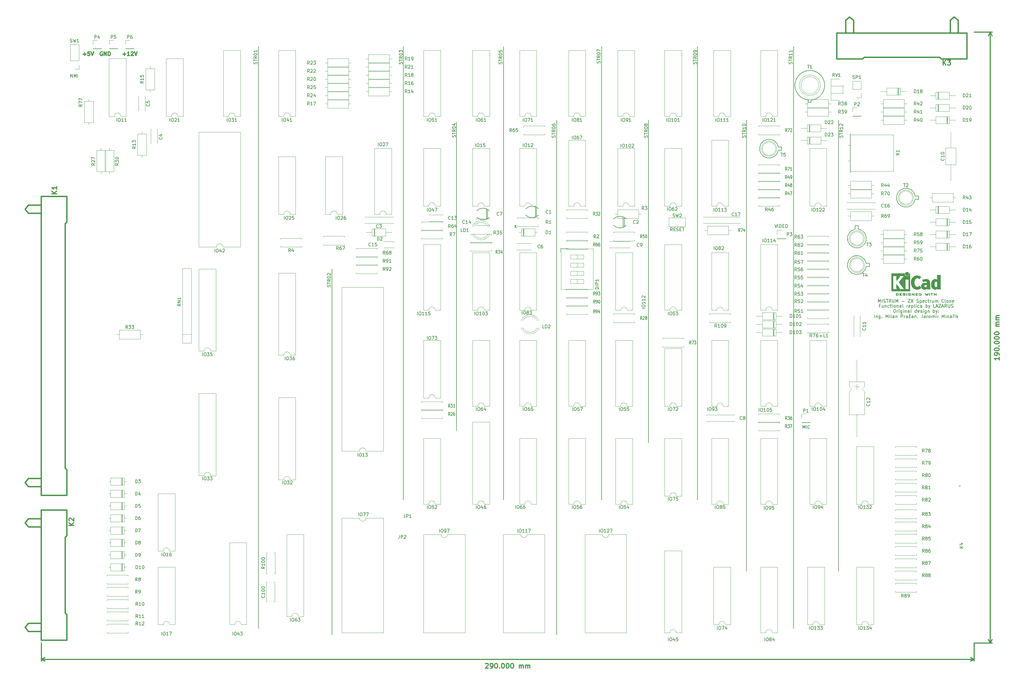
<source format=gto>
G04 #@! TF.GenerationSoftware,KiCad,Pcbnew,5.1.10-88a1d61d58~90~ubuntu20.04.1*
G04 #@! TF.CreationDate,2021-07-24T14:54:54+02:00*
G04 #@! TF.ProjectId,mistrum,6d697374-7275-46d2-9e6b-696361645f70,rev?*
G04 #@! TF.SameCoordinates,PX2faf080PYdb58580*
G04 #@! TF.FileFunction,Legend,Top*
G04 #@! TF.FilePolarity,Positive*
%FSLAX46Y46*%
G04 Gerber Fmt 4.6, Leading zero omitted, Abs format (unit mm)*
G04 Created by KiCad (PCBNEW 5.1.10-88a1d61d58~90~ubuntu20.04.1) date 2021-07-24 14:54:54*
%MOMM*%
%LPD*%
G01*
G04 APERTURE LIST*
%ADD10C,0.150000*%
%ADD11C,0.300000*%
%ADD12C,0.010000*%
%ADD13C,0.381000*%
%ADD14C,0.120000*%
%ADD15C,0.127000*%
%ADD16C,0.063500*%
%ADD17C,0.050800*%
%ADD18C,0.152400*%
%ADD19C,0.076200*%
%ADD20C,0.025400*%
%ADD21C,0.304800*%
G04 APERTURE END LIST*
D10*
X265183095Y103832620D02*
X265373571Y103832620D01*
X265468809Y103785000D01*
X265564047Y103689762D01*
X265611666Y103499286D01*
X265611666Y103165953D01*
X265564047Y102975477D01*
X265468809Y102880239D01*
X265373571Y102832620D01*
X265183095Y102832620D01*
X265087857Y102880239D01*
X264992619Y102975477D01*
X264945000Y103165953D01*
X264945000Y103499286D01*
X264992619Y103689762D01*
X265087857Y103785000D01*
X265183095Y103832620D01*
X266040238Y102832620D02*
X266040238Y103499286D01*
X266040238Y103308810D02*
X266087857Y103404048D01*
X266135476Y103451667D01*
X266230714Y103499286D01*
X266325952Y103499286D01*
X266659285Y102832620D02*
X266659285Y103499286D01*
X266659285Y103832620D02*
X266611666Y103785000D01*
X266659285Y103737381D01*
X266706904Y103785000D01*
X266659285Y103832620D01*
X266659285Y103737381D01*
X267564047Y103499286D02*
X267564047Y102689762D01*
X267516428Y102594524D01*
X267468809Y102546905D01*
X267373571Y102499286D01*
X267230714Y102499286D01*
X267135476Y102546905D01*
X267564047Y102880239D02*
X267468809Y102832620D01*
X267278333Y102832620D01*
X267183095Y102880239D01*
X267135476Y102927858D01*
X267087857Y103023096D01*
X267087857Y103308810D01*
X267135476Y103404048D01*
X267183095Y103451667D01*
X267278333Y103499286D01*
X267468809Y103499286D01*
X267564047Y103451667D01*
X268040238Y102832620D02*
X268040238Y103499286D01*
X268040238Y103832620D02*
X267992619Y103785000D01*
X268040238Y103737381D01*
X268087857Y103785000D01*
X268040238Y103832620D01*
X268040238Y103737381D01*
X268516428Y103499286D02*
X268516428Y102832620D01*
X268516428Y103404048D02*
X268564047Y103451667D01*
X268659285Y103499286D01*
X268802142Y103499286D01*
X268897380Y103451667D01*
X268945000Y103356429D01*
X268945000Y102832620D01*
X269849761Y102832620D02*
X269849761Y103356429D01*
X269802142Y103451667D01*
X269706904Y103499286D01*
X269516428Y103499286D01*
X269421190Y103451667D01*
X269849761Y102880239D02*
X269754523Y102832620D01*
X269516428Y102832620D01*
X269421190Y102880239D01*
X269373571Y102975477D01*
X269373571Y103070715D01*
X269421190Y103165953D01*
X269516428Y103213572D01*
X269754523Y103213572D01*
X269849761Y103261191D01*
X270468809Y102832620D02*
X270373571Y102880239D01*
X270325952Y102975477D01*
X270325952Y103832620D01*
X272040238Y102832620D02*
X272040238Y103832620D01*
X272040238Y102880239D02*
X271945000Y102832620D01*
X271754523Y102832620D01*
X271659285Y102880239D01*
X271611666Y102927858D01*
X271564047Y103023096D01*
X271564047Y103308810D01*
X271611666Y103404048D01*
X271659285Y103451667D01*
X271754523Y103499286D01*
X271945000Y103499286D01*
X272040238Y103451667D01*
X272897380Y102880239D02*
X272802142Y102832620D01*
X272611666Y102832620D01*
X272516428Y102880239D01*
X272468809Y102975477D01*
X272468809Y103356429D01*
X272516428Y103451667D01*
X272611666Y103499286D01*
X272802142Y103499286D01*
X272897380Y103451667D01*
X272945000Y103356429D01*
X272945000Y103261191D01*
X272468809Y103165953D01*
X273325952Y102880239D02*
X273421190Y102832620D01*
X273611666Y102832620D01*
X273706904Y102880239D01*
X273754523Y102975477D01*
X273754523Y103023096D01*
X273706904Y103118334D01*
X273611666Y103165953D01*
X273468809Y103165953D01*
X273373571Y103213572D01*
X273325952Y103308810D01*
X273325952Y103356429D01*
X273373571Y103451667D01*
X273468809Y103499286D01*
X273611666Y103499286D01*
X273706904Y103451667D01*
X274183095Y102832620D02*
X274183095Y103499286D01*
X274183095Y103832620D02*
X274135476Y103785000D01*
X274183095Y103737381D01*
X274230714Y103785000D01*
X274183095Y103832620D01*
X274183095Y103737381D01*
X275087857Y103499286D02*
X275087857Y102689762D01*
X275040238Y102594524D01*
X274992619Y102546905D01*
X274897380Y102499286D01*
X274754523Y102499286D01*
X274659285Y102546905D01*
X275087857Y102880239D02*
X274992619Y102832620D01*
X274802142Y102832620D01*
X274706904Y102880239D01*
X274659285Y102927858D01*
X274611666Y103023096D01*
X274611666Y103308810D01*
X274659285Y103404048D01*
X274706904Y103451667D01*
X274802142Y103499286D01*
X274992619Y103499286D01*
X275087857Y103451667D01*
X275564047Y103499286D02*
X275564047Y102832620D01*
X275564047Y103404048D02*
X275611666Y103451667D01*
X275706904Y103499286D01*
X275849761Y103499286D01*
X275945000Y103451667D01*
X275992619Y103356429D01*
X275992619Y102832620D01*
X277230714Y102832620D02*
X277230714Y103832620D01*
X277230714Y103451667D02*
X277325952Y103499286D01*
X277516428Y103499286D01*
X277611666Y103451667D01*
X277659285Y103404048D01*
X277706904Y103308810D01*
X277706904Y103023096D01*
X277659285Y102927858D01*
X277611666Y102880239D01*
X277516428Y102832620D01*
X277325952Y102832620D01*
X277230714Y102880239D01*
X278040238Y103499286D02*
X278278333Y102832620D01*
X278516428Y103499286D02*
X278278333Y102832620D01*
X278183095Y102594524D01*
X278135476Y102546905D01*
X278040238Y102499286D01*
X278897380Y102927858D02*
X278945000Y102880239D01*
X278897380Y102832620D01*
X278849761Y102880239D01*
X278897380Y102927858D01*
X278897380Y102832620D01*
X278897380Y103451667D02*
X278945000Y103404048D01*
X278897380Y103356429D01*
X278849761Y103404048D01*
X278897380Y103451667D01*
X278897380Y103356429D01*
X259016428Y101182620D02*
X259016428Y102182620D01*
X259492619Y101849286D02*
X259492619Y101182620D01*
X259492619Y101754048D02*
X259540238Y101801667D01*
X259635476Y101849286D01*
X259778333Y101849286D01*
X259873571Y101801667D01*
X259921190Y101706429D01*
X259921190Y101182620D01*
X260825952Y101849286D02*
X260825952Y101039762D01*
X260778333Y100944524D01*
X260730714Y100896905D01*
X260635476Y100849286D01*
X260492619Y100849286D01*
X260397380Y100896905D01*
X260825952Y101230239D02*
X260730714Y101182620D01*
X260540238Y101182620D01*
X260445000Y101230239D01*
X260397380Y101277858D01*
X260349761Y101373096D01*
X260349761Y101658810D01*
X260397380Y101754048D01*
X260445000Y101801667D01*
X260540238Y101849286D01*
X260730714Y101849286D01*
X260825952Y101801667D01*
X261302142Y101277858D02*
X261349761Y101230239D01*
X261302142Y101182620D01*
X261254523Y101230239D01*
X261302142Y101277858D01*
X261302142Y101182620D01*
X262540238Y101182620D02*
X262540238Y102182620D01*
X262873571Y101468334D01*
X263206904Y102182620D01*
X263206904Y101182620D01*
X263683095Y101182620D02*
X263683095Y101849286D01*
X263683095Y102182620D02*
X263635476Y102135000D01*
X263683095Y102087381D01*
X263730714Y102135000D01*
X263683095Y102182620D01*
X263683095Y102087381D01*
X264302142Y101182620D02*
X264206904Y101230239D01*
X264159285Y101325477D01*
X264159285Y102182620D01*
X265111666Y101182620D02*
X265111666Y101706429D01*
X265064047Y101801667D01*
X264968809Y101849286D01*
X264778333Y101849286D01*
X264683095Y101801667D01*
X265111666Y101230239D02*
X265016428Y101182620D01*
X264778333Y101182620D01*
X264683095Y101230239D01*
X264635476Y101325477D01*
X264635476Y101420715D01*
X264683095Y101515953D01*
X264778333Y101563572D01*
X265016428Y101563572D01*
X265111666Y101611191D01*
X265587857Y101849286D02*
X265587857Y101182620D01*
X265587857Y101754048D02*
X265635476Y101801667D01*
X265730714Y101849286D01*
X265873571Y101849286D01*
X265968809Y101801667D01*
X266016428Y101706429D01*
X266016428Y101182620D01*
X267254523Y101182620D02*
X267254523Y102182620D01*
X267635476Y102182620D01*
X267730714Y102135000D01*
X267778333Y102087381D01*
X267825952Y101992143D01*
X267825952Y101849286D01*
X267778333Y101754048D01*
X267730714Y101706429D01*
X267635476Y101658810D01*
X267254523Y101658810D01*
X268254523Y101182620D02*
X268254523Y101849286D01*
X268254523Y101658810D02*
X268302142Y101754048D01*
X268349761Y101801667D01*
X268445000Y101849286D01*
X268540238Y101849286D01*
X269302142Y101182620D02*
X269302142Y101706429D01*
X269254523Y101801667D01*
X269159285Y101849286D01*
X268968809Y101849286D01*
X268873571Y101801667D01*
X269302142Y101230239D02*
X269206904Y101182620D01*
X268968809Y101182620D01*
X268873571Y101230239D01*
X268825952Y101325477D01*
X268825952Y101420715D01*
X268873571Y101515953D01*
X268968809Y101563572D01*
X269206904Y101563572D01*
X269302142Y101611191D01*
X269683095Y101849286D02*
X270206904Y101849286D01*
X269683095Y101182620D01*
X270206904Y101182620D01*
X269778333Y102230239D02*
X269968809Y102087381D01*
X270159285Y102230239D01*
X271016428Y101182620D02*
X271016428Y101706429D01*
X270968809Y101801667D01*
X270873571Y101849286D01*
X270683095Y101849286D01*
X270587857Y101801667D01*
X271016428Y101230239D02*
X270921190Y101182620D01*
X270683095Y101182620D01*
X270587857Y101230239D01*
X270540238Y101325477D01*
X270540238Y101420715D01*
X270587857Y101515953D01*
X270683095Y101563572D01*
X270921190Y101563572D01*
X271016428Y101611191D01*
X271492619Y101849286D02*
X271492619Y101182620D01*
X271492619Y101754048D02*
X271540238Y101801667D01*
X271635476Y101849286D01*
X271778333Y101849286D01*
X271873571Y101801667D01*
X271921190Y101706429D01*
X271921190Y101182620D01*
X272445000Y101230239D02*
X272445000Y101182620D01*
X272397380Y101087381D01*
X272349761Y101039762D01*
X273921190Y102182620D02*
X273921190Y101468334D01*
X273873571Y101325477D01*
X273778333Y101230239D01*
X273635476Y101182620D01*
X273540238Y101182620D01*
X274825952Y101182620D02*
X274825952Y101706429D01*
X274778333Y101801667D01*
X274683095Y101849286D01*
X274492619Y101849286D01*
X274397380Y101801667D01*
X274825952Y101230239D02*
X274730714Y101182620D01*
X274492619Y101182620D01*
X274397380Y101230239D01*
X274349761Y101325477D01*
X274349761Y101420715D01*
X274397380Y101515953D01*
X274492619Y101563572D01*
X274730714Y101563572D01*
X274825952Y101611191D01*
X275302142Y101182620D02*
X275302142Y101849286D01*
X275302142Y101658810D02*
X275349761Y101754048D01*
X275397380Y101801667D01*
X275492619Y101849286D01*
X275587857Y101849286D01*
X276064047Y101182620D02*
X275968809Y101230239D01*
X275921190Y101277858D01*
X275873571Y101373096D01*
X275873571Y101658810D01*
X275921190Y101754048D01*
X275968809Y101801667D01*
X276064047Y101849286D01*
X276206904Y101849286D01*
X276302142Y101801667D01*
X276349761Y101754048D01*
X276397380Y101658810D01*
X276397380Y101373096D01*
X276349761Y101277858D01*
X276302142Y101230239D01*
X276206904Y101182620D01*
X276064047Y101182620D01*
X276825952Y101182620D02*
X276825952Y101849286D01*
X276825952Y101754048D02*
X276873571Y101801667D01*
X276968809Y101849286D01*
X277111666Y101849286D01*
X277206904Y101801667D01*
X277254523Y101706429D01*
X277254523Y101182620D01*
X277254523Y101706429D02*
X277302142Y101801667D01*
X277397380Y101849286D01*
X277540238Y101849286D01*
X277635476Y101801667D01*
X277683095Y101706429D01*
X277683095Y101182620D01*
X278159285Y101182620D02*
X278159285Y101849286D01*
X278254523Y102230239D02*
X278111666Y102087381D01*
X278635476Y101182620D02*
X278635476Y101849286D01*
X278635476Y101658810D02*
X278683095Y101754048D01*
X278730714Y101801667D01*
X278825952Y101849286D01*
X278921190Y101849286D01*
X280016428Y101182620D02*
X280016428Y102182620D01*
X280349761Y101468334D01*
X280683095Y102182620D01*
X280683095Y101182620D01*
X281159285Y101182620D02*
X281159285Y101849286D01*
X281159285Y102182620D02*
X281111666Y102135000D01*
X281159285Y102087381D01*
X281206904Y102135000D01*
X281159285Y102182620D01*
X281159285Y102087381D01*
X281635476Y101849286D02*
X281635476Y101182620D01*
X281635476Y101754048D02*
X281683095Y101801667D01*
X281778333Y101849286D01*
X281921190Y101849286D01*
X282016428Y101801667D01*
X282064047Y101706429D01*
X282064047Y101182620D01*
X282968809Y101182620D02*
X282968809Y101706429D01*
X282921190Y101801667D01*
X282825952Y101849286D01*
X282635476Y101849286D01*
X282540238Y101801667D01*
X282968809Y101230239D02*
X282873571Y101182620D01*
X282635476Y101182620D01*
X282540238Y101230239D01*
X282492619Y101325477D01*
X282492619Y101420715D01*
X282540238Y101515953D01*
X282635476Y101563572D01*
X282873571Y101563572D01*
X282968809Y101611191D01*
X283445000Y101182620D02*
X283445000Y101849286D01*
X283445000Y101658810D02*
X283492619Y101754048D01*
X283540238Y101801667D01*
X283635476Y101849286D01*
X283730714Y101849286D01*
X283349761Y102230239D02*
X283540238Y102087381D01*
X283730714Y102230239D01*
X284064047Y101182620D02*
X284064047Y101849286D01*
X284159285Y102230239D02*
X284016428Y102087381D01*
X284540238Y101182620D02*
X284540238Y102182620D01*
X284635476Y101563572D02*
X284921190Y101182620D01*
X284921190Y101849286D02*
X284540238Y101468334D01*
X260825952Y104944429D02*
X260492619Y104944429D01*
X260492619Y104420620D02*
X260492619Y105420620D01*
X260968809Y105420620D01*
X261778333Y105087286D02*
X261778333Y104420620D01*
X261349761Y105087286D02*
X261349761Y104563477D01*
X261397380Y104468239D01*
X261492619Y104420620D01*
X261635476Y104420620D01*
X261730714Y104468239D01*
X261778333Y104515858D01*
X262254523Y105087286D02*
X262254523Y104420620D01*
X262254523Y104992048D02*
X262302142Y105039667D01*
X262397380Y105087286D01*
X262540238Y105087286D01*
X262635476Y105039667D01*
X262683095Y104944429D01*
X262683095Y104420620D01*
X263587857Y104468239D02*
X263492619Y104420620D01*
X263302142Y104420620D01*
X263206904Y104468239D01*
X263159285Y104515858D01*
X263111666Y104611096D01*
X263111666Y104896810D01*
X263159285Y104992048D01*
X263206904Y105039667D01*
X263302142Y105087286D01*
X263492619Y105087286D01*
X263587857Y105039667D01*
X263873571Y105087286D02*
X264254523Y105087286D01*
X264016428Y105420620D02*
X264016428Y104563477D01*
X264064047Y104468239D01*
X264159285Y104420620D01*
X264254523Y104420620D01*
X264587857Y104420620D02*
X264587857Y105087286D01*
X264587857Y105420620D02*
X264540238Y105373000D01*
X264587857Y105325381D01*
X264635476Y105373000D01*
X264587857Y105420620D01*
X264587857Y105325381D01*
X265206904Y104420620D02*
X265111666Y104468239D01*
X265064047Y104515858D01*
X265016428Y104611096D01*
X265016428Y104896810D01*
X265064047Y104992048D01*
X265111666Y105039667D01*
X265206904Y105087286D01*
X265349761Y105087286D01*
X265445000Y105039667D01*
X265492619Y104992048D01*
X265540238Y104896810D01*
X265540238Y104611096D01*
X265492619Y104515858D01*
X265445000Y104468239D01*
X265349761Y104420620D01*
X265206904Y104420620D01*
X265968809Y105087286D02*
X265968809Y104420620D01*
X265968809Y104992048D02*
X266016428Y105039667D01*
X266111666Y105087286D01*
X266254523Y105087286D01*
X266349761Y105039667D01*
X266397380Y104944429D01*
X266397380Y104420620D01*
X267302142Y104420620D02*
X267302142Y104944429D01*
X267254523Y105039667D01*
X267159285Y105087286D01*
X266968809Y105087286D01*
X266873571Y105039667D01*
X267302142Y104468239D02*
X267206904Y104420620D01*
X266968809Y104420620D01*
X266873571Y104468239D01*
X266825952Y104563477D01*
X266825952Y104658715D01*
X266873571Y104753953D01*
X266968809Y104801572D01*
X267206904Y104801572D01*
X267302142Y104849191D01*
X267921190Y104420620D02*
X267825952Y104468239D01*
X267778333Y104563477D01*
X267778333Y105420620D01*
X269064047Y104420620D02*
X269064047Y105087286D01*
X269064047Y104896810D02*
X269111666Y104992048D01*
X269159285Y105039667D01*
X269254523Y105087286D01*
X269349761Y105087286D01*
X270064047Y104468239D02*
X269968809Y104420620D01*
X269778333Y104420620D01*
X269683095Y104468239D01*
X269635476Y104563477D01*
X269635476Y104944429D01*
X269683095Y105039667D01*
X269778333Y105087286D01*
X269968809Y105087286D01*
X270064047Y105039667D01*
X270111666Y104944429D01*
X270111666Y104849191D01*
X269635476Y104753953D01*
X270540238Y105087286D02*
X270540238Y104087286D01*
X270540238Y105039667D02*
X270635476Y105087286D01*
X270825952Y105087286D01*
X270921190Y105039667D01*
X270968809Y104992048D01*
X271016428Y104896810D01*
X271016428Y104611096D01*
X270968809Y104515858D01*
X270921190Y104468239D01*
X270825952Y104420620D01*
X270635476Y104420620D01*
X270540238Y104468239D01*
X271587857Y104420620D02*
X271492619Y104468239D01*
X271445000Y104563477D01*
X271445000Y105420620D01*
X271968809Y104420620D02*
X271968809Y105087286D01*
X271968809Y105420620D02*
X271921190Y105373000D01*
X271968809Y105325381D01*
X272016428Y105373000D01*
X271968809Y105420620D01*
X271968809Y105325381D01*
X272873571Y104468239D02*
X272778333Y104420620D01*
X272587857Y104420620D01*
X272492619Y104468239D01*
X272445000Y104515858D01*
X272397380Y104611096D01*
X272397380Y104896810D01*
X272445000Y104992048D01*
X272492619Y105039667D01*
X272587857Y105087286D01*
X272778333Y105087286D01*
X272873571Y105039667D01*
X273730714Y104420620D02*
X273730714Y104944429D01*
X273683095Y105039667D01*
X273587857Y105087286D01*
X273397380Y105087286D01*
X273302142Y105039667D01*
X273730714Y104468239D02*
X273635476Y104420620D01*
X273397380Y104420620D01*
X273302142Y104468239D01*
X273254523Y104563477D01*
X273254523Y104658715D01*
X273302142Y104753953D01*
X273397380Y104801572D01*
X273635476Y104801572D01*
X273730714Y104849191D01*
X274968809Y104420620D02*
X274968809Y105420620D01*
X274968809Y105039667D02*
X275064047Y105087286D01*
X275254523Y105087286D01*
X275349761Y105039667D01*
X275397380Y104992048D01*
X275445000Y104896810D01*
X275445000Y104611096D01*
X275397380Y104515858D01*
X275349761Y104468239D01*
X275254523Y104420620D01*
X275064047Y104420620D01*
X274968809Y104468239D01*
X275778333Y105087286D02*
X276016428Y104420620D01*
X276254523Y105087286D02*
X276016428Y104420620D01*
X275921190Y104182524D01*
X275873571Y104134905D01*
X275778333Y104087286D01*
X277873571Y104420620D02*
X277397380Y104420620D01*
X277397380Y105420620D01*
X278159285Y104706334D02*
X278635476Y104706334D01*
X278064047Y104420620D02*
X278397380Y105420620D01*
X278730714Y104420620D01*
X278968809Y105420620D02*
X279635476Y105420620D01*
X278968809Y104420620D01*
X279635476Y104420620D01*
X279968809Y104706334D02*
X280445000Y104706334D01*
X279873571Y104420620D02*
X280206904Y105420620D01*
X280540238Y104420620D01*
X281445000Y104420620D02*
X281111666Y104896810D01*
X280873571Y104420620D02*
X280873571Y105420620D01*
X281254523Y105420620D01*
X281349761Y105373000D01*
X281397380Y105325381D01*
X281445000Y105230143D01*
X281445000Y105087286D01*
X281397380Y104992048D01*
X281349761Y104944429D01*
X281254523Y104896810D01*
X280873571Y104896810D01*
X281873571Y105420620D02*
X281873571Y104611096D01*
X281921190Y104515858D01*
X281968809Y104468239D01*
X282064047Y104420620D01*
X282254523Y104420620D01*
X282349761Y104468239D01*
X282397380Y104515858D01*
X282445000Y104611096D01*
X282445000Y105420620D01*
X282873571Y104468239D02*
X283016428Y104420620D01*
X283254523Y104420620D01*
X283349761Y104468239D01*
X283397380Y104515858D01*
X283445000Y104611096D01*
X283445000Y104706334D01*
X283397380Y104801572D01*
X283349761Y104849191D01*
X283254523Y104896810D01*
X283064047Y104944429D01*
X282968809Y104992048D01*
X282921190Y105039667D01*
X282873571Y105134905D01*
X282873571Y105230143D01*
X282921190Y105325381D01*
X282968809Y105373000D01*
X283064047Y105420620D01*
X283302142Y105420620D01*
X283445000Y105373000D01*
X260230714Y105944620D02*
X260230714Y106944620D01*
X260564047Y106230334D01*
X260897380Y106944620D01*
X260897380Y105944620D01*
X261373571Y105944620D02*
X261373571Y106944620D01*
X261802142Y105992239D02*
X261945000Y105944620D01*
X262183095Y105944620D01*
X262278333Y105992239D01*
X262325952Y106039858D01*
X262373571Y106135096D01*
X262373571Y106230334D01*
X262325952Y106325572D01*
X262278333Y106373191D01*
X262183095Y106420810D01*
X261992619Y106468429D01*
X261897380Y106516048D01*
X261849761Y106563667D01*
X261802142Y106658905D01*
X261802142Y106754143D01*
X261849761Y106849381D01*
X261897380Y106897000D01*
X261992619Y106944620D01*
X262230714Y106944620D01*
X262373571Y106897000D01*
X262659285Y106944620D02*
X263230714Y106944620D01*
X262945000Y105944620D02*
X262945000Y106944620D01*
X264135476Y105944620D02*
X263802142Y106420810D01*
X263564047Y105944620D02*
X263564047Y106944620D01*
X263945000Y106944620D01*
X264040238Y106897000D01*
X264087857Y106849381D01*
X264135476Y106754143D01*
X264135476Y106611286D01*
X264087857Y106516048D01*
X264040238Y106468429D01*
X263945000Y106420810D01*
X263564047Y106420810D01*
X264564047Y106944620D02*
X264564047Y106135096D01*
X264611666Y106039858D01*
X264659285Y105992239D01*
X264754523Y105944620D01*
X264945000Y105944620D01*
X265040238Y105992239D01*
X265087857Y106039858D01*
X265135476Y106135096D01*
X265135476Y106944620D01*
X265611666Y105944620D02*
X265611666Y106944620D01*
X265945000Y106230334D01*
X266278333Y106944620D01*
X266278333Y105944620D01*
X267516428Y106325572D02*
X268278333Y106325572D01*
X269421190Y106944620D02*
X270087857Y106944620D01*
X269421190Y105944620D01*
X270087857Y105944620D01*
X270373571Y106944620D02*
X271040238Y105944620D01*
X271040238Y106944620D02*
X270373571Y105944620D01*
X272135476Y105992239D02*
X272278333Y105944620D01*
X272516428Y105944620D01*
X272611666Y105992239D01*
X272659285Y106039858D01*
X272706904Y106135096D01*
X272706904Y106230334D01*
X272659285Y106325572D01*
X272611666Y106373191D01*
X272516428Y106420810D01*
X272325952Y106468429D01*
X272230714Y106516048D01*
X272183095Y106563667D01*
X272135476Y106658905D01*
X272135476Y106754143D01*
X272183095Y106849381D01*
X272230714Y106897000D01*
X272325952Y106944620D01*
X272564047Y106944620D01*
X272706904Y106897000D01*
X273135476Y106611286D02*
X273135476Y105611286D01*
X273135476Y106563667D02*
X273230714Y106611286D01*
X273421190Y106611286D01*
X273516428Y106563667D01*
X273564047Y106516048D01*
X273611666Y106420810D01*
X273611666Y106135096D01*
X273564047Y106039858D01*
X273516428Y105992239D01*
X273421190Y105944620D01*
X273230714Y105944620D01*
X273135476Y105992239D01*
X274421190Y105992239D02*
X274325952Y105944620D01*
X274135476Y105944620D01*
X274040238Y105992239D01*
X273992619Y106087477D01*
X273992619Y106468429D01*
X274040238Y106563667D01*
X274135476Y106611286D01*
X274325952Y106611286D01*
X274421190Y106563667D01*
X274468809Y106468429D01*
X274468809Y106373191D01*
X273992619Y106277953D01*
X275325952Y105992239D02*
X275230714Y105944620D01*
X275040238Y105944620D01*
X274945000Y105992239D01*
X274897380Y106039858D01*
X274849761Y106135096D01*
X274849761Y106420810D01*
X274897380Y106516048D01*
X274945000Y106563667D01*
X275040238Y106611286D01*
X275230714Y106611286D01*
X275325952Y106563667D01*
X275611666Y106611286D02*
X275992619Y106611286D01*
X275754523Y106944620D02*
X275754523Y106087477D01*
X275802142Y105992239D01*
X275897380Y105944620D01*
X275992619Y105944620D01*
X276325952Y105944620D02*
X276325952Y106611286D01*
X276325952Y106420810D02*
X276373571Y106516048D01*
X276421190Y106563667D01*
X276516428Y106611286D01*
X276611666Y106611286D01*
X277373571Y106611286D02*
X277373571Y105944620D01*
X276945000Y106611286D02*
X276945000Y106087477D01*
X276992619Y105992239D01*
X277087857Y105944620D01*
X277230714Y105944620D01*
X277325952Y105992239D01*
X277373571Y106039858D01*
X277849761Y105944620D02*
X277849761Y106611286D01*
X277849761Y106516048D02*
X277897380Y106563667D01*
X277992619Y106611286D01*
X278135476Y106611286D01*
X278230714Y106563667D01*
X278278333Y106468429D01*
X278278333Y105944620D01*
X278278333Y106468429D02*
X278325952Y106563667D01*
X278421190Y106611286D01*
X278564047Y106611286D01*
X278659285Y106563667D01*
X278706904Y106468429D01*
X278706904Y105944620D01*
X280516428Y106039858D02*
X280468809Y105992239D01*
X280325952Y105944620D01*
X280230714Y105944620D01*
X280087857Y105992239D01*
X279992619Y106087477D01*
X279945000Y106182715D01*
X279897380Y106373191D01*
X279897380Y106516048D01*
X279945000Y106706524D01*
X279992619Y106801762D01*
X280087857Y106897000D01*
X280230714Y106944620D01*
X280325952Y106944620D01*
X280468809Y106897000D01*
X280516428Y106849381D01*
X281087857Y105944620D02*
X280992619Y105992239D01*
X280945000Y106087477D01*
X280945000Y106944620D01*
X281611666Y105944620D02*
X281516428Y105992239D01*
X281468809Y106039858D01*
X281421190Y106135096D01*
X281421190Y106420810D01*
X281468809Y106516048D01*
X281516428Y106563667D01*
X281611666Y106611286D01*
X281754523Y106611286D01*
X281849761Y106563667D01*
X281897380Y106516048D01*
X281945000Y106420810D01*
X281945000Y106135096D01*
X281897380Y106039858D01*
X281849761Y105992239D01*
X281754523Y105944620D01*
X281611666Y105944620D01*
X282373571Y106611286D02*
X282373571Y105944620D01*
X282373571Y106516048D02*
X282421190Y106563667D01*
X282516428Y106611286D01*
X282659285Y106611286D01*
X282754523Y106563667D01*
X282802142Y106468429D01*
X282802142Y105944620D01*
X283659285Y105992239D02*
X283564047Y105944620D01*
X283373571Y105944620D01*
X283278333Y105992239D01*
X283230714Y106087477D01*
X283230714Y106468429D01*
X283278333Y106563667D01*
X283373571Y106611286D01*
X283564047Y106611286D01*
X283659285Y106563667D01*
X283706904Y106468429D01*
X283706904Y106373191D01*
X283230714Y106277953D01*
X241981095Y95562572D02*
X242743000Y95562572D01*
X242362047Y95181620D02*
X242362047Y95943524D01*
X243695380Y95181620D02*
X243219190Y95181620D01*
X243219190Y96181620D01*
X244552523Y95181620D02*
X243981095Y95181620D01*
X244266809Y95181620D02*
X244266809Y96181620D01*
X244171571Y96038762D01*
X244076333Y95943524D01*
X243981095Y95895905D01*
X9102761Y175953620D02*
X9102761Y176953620D01*
X9674190Y175953620D01*
X9674190Y176953620D01*
X10150380Y175953620D02*
X10150380Y176953620D01*
X10483714Y176239334D01*
X10817047Y176953620D01*
X10817047Y175953620D01*
X11293238Y175953620D02*
X11293238Y176953620D01*
X196197619Y128201620D02*
X195864285Y128677810D01*
X195626190Y128201620D02*
X195626190Y129201620D01*
X196007142Y129201620D01*
X196102380Y129154000D01*
X196150000Y129106381D01*
X196197619Y129011143D01*
X196197619Y128868286D01*
X196150000Y128773048D01*
X196102380Y128725429D01*
X196007142Y128677810D01*
X195626190Y128677810D01*
X196626190Y128725429D02*
X196959523Y128725429D01*
X197102380Y128201620D02*
X196626190Y128201620D01*
X196626190Y129201620D01*
X197102380Y129201620D01*
X197483333Y128249239D02*
X197626190Y128201620D01*
X197864285Y128201620D01*
X197959523Y128249239D01*
X198007142Y128296858D01*
X198054761Y128392096D01*
X198054761Y128487334D01*
X198007142Y128582572D01*
X197959523Y128630191D01*
X197864285Y128677810D01*
X197673809Y128725429D01*
X197578571Y128773048D01*
X197530952Y128820667D01*
X197483333Y128915905D01*
X197483333Y129011143D01*
X197530952Y129106381D01*
X197578571Y129154000D01*
X197673809Y129201620D01*
X197911904Y129201620D01*
X198054761Y129154000D01*
X198483333Y128725429D02*
X198816666Y128725429D01*
X198959523Y128201620D02*
X198483333Y128201620D01*
X198483333Y129201620D01*
X198959523Y129201620D01*
X199245238Y129201620D02*
X199816666Y129201620D01*
X199530952Y128201620D02*
X199530952Y129201620D01*
X236710571Y66733620D02*
X236710571Y67733620D01*
X237043904Y67019334D01*
X237377238Y67733620D01*
X237377238Y66733620D01*
X237853428Y66733620D02*
X237853428Y67733620D01*
X238901047Y66828858D02*
X238853428Y66781239D01*
X238710571Y66733620D01*
X238615333Y66733620D01*
X238472476Y66781239D01*
X238377238Y66876477D01*
X238329619Y66971715D01*
X238282000Y67162191D01*
X238282000Y67305048D01*
X238329619Y67495524D01*
X238377238Y67590762D01*
X238472476Y67686000D01*
X238615333Y67733620D01*
X238710571Y67733620D01*
X238853428Y67686000D01*
X238901047Y67638381D01*
X227987380Y130217620D02*
X228320714Y129217620D01*
X228654047Y130217620D01*
X228987380Y129217620D02*
X228987380Y130217620D01*
X229463571Y129217620D02*
X229463571Y130217620D01*
X229701666Y130217620D01*
X229844523Y130170000D01*
X229939761Y130074762D01*
X229987380Y129979524D01*
X230035000Y129789048D01*
X230035000Y129646191D01*
X229987380Y129455715D01*
X229939761Y129360477D01*
X229844523Y129265239D01*
X229701666Y129217620D01*
X229463571Y129217620D01*
X230463571Y129741429D02*
X230796904Y129741429D01*
X230939761Y129217620D02*
X230463571Y129217620D01*
X230463571Y130217620D01*
X230939761Y130217620D01*
X231558809Y130217620D02*
X231749285Y130217620D01*
X231844523Y130170000D01*
X231939761Y130074762D01*
X231987380Y129884286D01*
X231987380Y129550953D01*
X231939761Y129360477D01*
X231844523Y129265239D01*
X231749285Y129217620D01*
X231558809Y129217620D01*
X231463571Y129265239D01*
X231368333Y129360477D01*
X231320714Y129550953D01*
X231320714Y129884286D01*
X231368333Y130074762D01*
X231463571Y130170000D01*
X231558809Y130217620D01*
D11*
X25355714Y183178286D02*
X26270000Y183178286D01*
X25812857Y182721143D02*
X25812857Y183635429D01*
X27470000Y182721143D02*
X26784285Y182721143D01*
X27127142Y182721143D02*
X27127142Y183921143D01*
X27012857Y183749715D01*
X26898571Y183635429D01*
X26784285Y183578286D01*
X27927142Y183806858D02*
X27984285Y183864000D01*
X28098571Y183921143D01*
X28384285Y183921143D01*
X28498571Y183864000D01*
X28555714Y183806858D01*
X28612857Y183692572D01*
X28612857Y183578286D01*
X28555714Y183406858D01*
X27870000Y182721143D01*
X28612857Y182721143D01*
X28955714Y183921143D02*
X29355714Y182721143D01*
X29755714Y183921143D01*
X18935714Y183864000D02*
X18821428Y183921143D01*
X18650000Y183921143D01*
X18478571Y183864000D01*
X18364285Y183749715D01*
X18307142Y183635429D01*
X18250000Y183406858D01*
X18250000Y183235429D01*
X18307142Y183006858D01*
X18364285Y182892572D01*
X18478571Y182778286D01*
X18650000Y182721143D01*
X18764285Y182721143D01*
X18935714Y182778286D01*
X18992857Y182835429D01*
X18992857Y183235429D01*
X18764285Y183235429D01*
X19507142Y182721143D02*
X19507142Y183921143D01*
X20192857Y182721143D01*
X20192857Y183921143D01*
X20764285Y182721143D02*
X20764285Y183921143D01*
X21050000Y183921143D01*
X21221428Y183864000D01*
X21335714Y183749715D01*
X21392857Y183635429D01*
X21450000Y183406858D01*
X21450000Y183235429D01*
X21392857Y183006858D01*
X21335714Y182892572D01*
X21221428Y182778286D01*
X21050000Y182721143D01*
X20764285Y182721143D01*
X12973142Y183178286D02*
X13887428Y183178286D01*
X13430285Y182721143D02*
X13430285Y183635429D01*
X15030285Y183921143D02*
X14458857Y183921143D01*
X14401714Y183349715D01*
X14458857Y183406858D01*
X14573142Y183464000D01*
X14858857Y183464000D01*
X14973142Y183406858D01*
X15030285Y183349715D01*
X15087428Y183235429D01*
X15087428Y182949715D01*
X15030285Y182835429D01*
X14973142Y182778286D01*
X14858857Y182721143D01*
X14573142Y182721143D01*
X14458857Y182778286D01*
X14401714Y182835429D01*
X15430285Y183921143D02*
X15830285Y182721143D01*
X16230285Y183921143D01*
X297778571Y88928572D02*
X297778571Y88071429D01*
X297778571Y88500000D02*
X296278571Y88500000D01*
X296492857Y88357143D01*
X296635714Y88214286D01*
X296707142Y88071429D01*
X297778571Y89642858D02*
X297778571Y89928572D01*
X297707142Y90071429D01*
X297635714Y90142858D01*
X297421428Y90285715D01*
X297135714Y90357143D01*
X296564285Y90357143D01*
X296421428Y90285715D01*
X296350000Y90214286D01*
X296278571Y90071429D01*
X296278571Y89785715D01*
X296350000Y89642858D01*
X296421428Y89571429D01*
X296564285Y89500000D01*
X296921428Y89500000D01*
X297064285Y89571429D01*
X297135714Y89642858D01*
X297207142Y89785715D01*
X297207142Y90071429D01*
X297135714Y90214286D01*
X297064285Y90285715D01*
X296921428Y90357143D01*
X296278571Y91285715D02*
X296278571Y91428572D01*
X296350000Y91571429D01*
X296421428Y91642858D01*
X296564285Y91714286D01*
X296850000Y91785715D01*
X297207142Y91785715D01*
X297492857Y91714286D01*
X297635714Y91642858D01*
X297707142Y91571429D01*
X297778571Y91428572D01*
X297778571Y91285715D01*
X297707142Y91142858D01*
X297635714Y91071429D01*
X297492857Y91000000D01*
X297207142Y90928572D01*
X296850000Y90928572D01*
X296564285Y91000000D01*
X296421428Y91071429D01*
X296350000Y91142858D01*
X296278571Y91285715D01*
X297635714Y92428572D02*
X297707142Y92500000D01*
X297778571Y92428572D01*
X297707142Y92357143D01*
X297635714Y92428572D01*
X297778571Y92428572D01*
X296278571Y93428572D02*
X296278571Y93571429D01*
X296350000Y93714286D01*
X296421428Y93785715D01*
X296564285Y93857143D01*
X296850000Y93928572D01*
X297207142Y93928572D01*
X297492857Y93857143D01*
X297635714Y93785715D01*
X297707142Y93714286D01*
X297778571Y93571429D01*
X297778571Y93428572D01*
X297707142Y93285715D01*
X297635714Y93214286D01*
X297492857Y93142858D01*
X297207142Y93071429D01*
X296850000Y93071429D01*
X296564285Y93142858D01*
X296421428Y93214286D01*
X296350000Y93285715D01*
X296278571Y93428572D01*
X296278571Y94857143D02*
X296278571Y95000000D01*
X296350000Y95142858D01*
X296421428Y95214286D01*
X296564285Y95285715D01*
X296850000Y95357143D01*
X297207142Y95357143D01*
X297492857Y95285715D01*
X297635714Y95214286D01*
X297707142Y95142858D01*
X297778571Y95000000D01*
X297778571Y94857143D01*
X297707142Y94714286D01*
X297635714Y94642858D01*
X297492857Y94571429D01*
X297207142Y94500000D01*
X296850000Y94500000D01*
X296564285Y94571429D01*
X296421428Y94642858D01*
X296350000Y94714286D01*
X296278571Y94857143D01*
X296278571Y96285715D02*
X296278571Y96428572D01*
X296350000Y96571429D01*
X296421428Y96642858D01*
X296564285Y96714286D01*
X296850000Y96785715D01*
X297207142Y96785715D01*
X297492857Y96714286D01*
X297635714Y96642858D01*
X297707142Y96571429D01*
X297778571Y96428572D01*
X297778571Y96285715D01*
X297707142Y96142858D01*
X297635714Y96071429D01*
X297492857Y96000000D01*
X297207142Y95928572D01*
X296850000Y95928572D01*
X296564285Y96000000D01*
X296421428Y96071429D01*
X296350000Y96142858D01*
X296278571Y96285715D01*
X297778571Y98571429D02*
X296778571Y98571429D01*
X296921428Y98571429D02*
X296850000Y98642858D01*
X296778571Y98785715D01*
X296778571Y99000000D01*
X296850000Y99142858D01*
X296992857Y99214286D01*
X297778571Y99214286D01*
X296992857Y99214286D02*
X296850000Y99285715D01*
X296778571Y99428572D01*
X296778571Y99642858D01*
X296850000Y99785715D01*
X296992857Y99857143D01*
X297778571Y99857143D01*
X297778571Y100571429D02*
X296778571Y100571429D01*
X296921428Y100571429D02*
X296850000Y100642858D01*
X296778571Y100785715D01*
X296778571Y101000000D01*
X296850000Y101142858D01*
X296992857Y101214286D01*
X297778571Y101214286D01*
X296992857Y101214286D02*
X296850000Y101285715D01*
X296778571Y101428572D01*
X296778571Y101642858D01*
X296850000Y101785715D01*
X296992857Y101857143D01*
X297778571Y101857143D01*
X295000000Y0D02*
X295000000Y190000000D01*
X290000000Y0D02*
X295586421Y0D01*
X290000000Y190000000D02*
X295586421Y190000000D01*
X295000000Y190000000D02*
X295586421Y188873496D01*
X295000000Y190000000D02*
X294413579Y188873496D01*
X295000000Y0D02*
X295586421Y1126504D01*
X295000000Y0D02*
X294413579Y1126504D01*
X138071428Y-6421428D02*
X138142857Y-6350000D01*
X138285714Y-6278571D01*
X138642857Y-6278571D01*
X138785714Y-6350000D01*
X138857142Y-6421428D01*
X138928571Y-6564285D01*
X138928571Y-6707142D01*
X138857142Y-6921428D01*
X138000000Y-7778571D01*
X138928571Y-7778571D01*
X139642857Y-7778571D02*
X139928571Y-7778571D01*
X140071428Y-7707142D01*
X140142857Y-7635714D01*
X140285714Y-7421428D01*
X140357142Y-7135714D01*
X140357142Y-6564285D01*
X140285714Y-6421428D01*
X140214285Y-6350000D01*
X140071428Y-6278571D01*
X139785714Y-6278571D01*
X139642857Y-6350000D01*
X139571428Y-6421428D01*
X139500000Y-6564285D01*
X139500000Y-6921428D01*
X139571428Y-7064285D01*
X139642857Y-7135714D01*
X139785714Y-7207142D01*
X140071428Y-7207142D01*
X140214285Y-7135714D01*
X140285714Y-7064285D01*
X140357142Y-6921428D01*
X141285714Y-6278571D02*
X141428571Y-6278571D01*
X141571428Y-6350000D01*
X141642857Y-6421428D01*
X141714285Y-6564285D01*
X141785714Y-6850000D01*
X141785714Y-7207142D01*
X141714285Y-7492857D01*
X141642857Y-7635714D01*
X141571428Y-7707142D01*
X141428571Y-7778571D01*
X141285714Y-7778571D01*
X141142857Y-7707142D01*
X141071428Y-7635714D01*
X141000000Y-7492857D01*
X140928571Y-7207142D01*
X140928571Y-6850000D01*
X141000000Y-6564285D01*
X141071428Y-6421428D01*
X141142857Y-6350000D01*
X141285714Y-6278571D01*
X142428571Y-7635714D02*
X142500000Y-7707142D01*
X142428571Y-7778571D01*
X142357142Y-7707142D01*
X142428571Y-7635714D01*
X142428571Y-7778571D01*
X143428571Y-6278571D02*
X143571428Y-6278571D01*
X143714285Y-6350000D01*
X143785714Y-6421428D01*
X143857142Y-6564285D01*
X143928571Y-6850000D01*
X143928571Y-7207142D01*
X143857142Y-7492857D01*
X143785714Y-7635714D01*
X143714285Y-7707142D01*
X143571428Y-7778571D01*
X143428571Y-7778571D01*
X143285714Y-7707142D01*
X143214285Y-7635714D01*
X143142857Y-7492857D01*
X143071428Y-7207142D01*
X143071428Y-6850000D01*
X143142857Y-6564285D01*
X143214285Y-6421428D01*
X143285714Y-6350000D01*
X143428571Y-6278571D01*
X144857142Y-6278571D02*
X145000000Y-6278571D01*
X145142857Y-6350000D01*
X145214285Y-6421428D01*
X145285714Y-6564285D01*
X145357142Y-6850000D01*
X145357142Y-7207142D01*
X145285714Y-7492857D01*
X145214285Y-7635714D01*
X145142857Y-7707142D01*
X145000000Y-7778571D01*
X144857142Y-7778571D01*
X144714285Y-7707142D01*
X144642857Y-7635714D01*
X144571428Y-7492857D01*
X144500000Y-7207142D01*
X144500000Y-6850000D01*
X144571428Y-6564285D01*
X144642857Y-6421428D01*
X144714285Y-6350000D01*
X144857142Y-6278571D01*
X146285714Y-6278571D02*
X146428571Y-6278571D01*
X146571428Y-6350000D01*
X146642857Y-6421428D01*
X146714285Y-6564285D01*
X146785714Y-6850000D01*
X146785714Y-7207142D01*
X146714285Y-7492857D01*
X146642857Y-7635714D01*
X146571428Y-7707142D01*
X146428571Y-7778571D01*
X146285714Y-7778571D01*
X146142857Y-7707142D01*
X146071428Y-7635714D01*
X146000000Y-7492857D01*
X145928571Y-7207142D01*
X145928571Y-6850000D01*
X146000000Y-6564285D01*
X146071428Y-6421428D01*
X146142857Y-6350000D01*
X146285714Y-6278571D01*
X148571428Y-7778571D02*
X148571428Y-6778571D01*
X148571428Y-6921428D02*
X148642857Y-6850000D01*
X148785714Y-6778571D01*
X149000000Y-6778571D01*
X149142857Y-6850000D01*
X149214285Y-6992857D01*
X149214285Y-7778571D01*
X149214285Y-6992857D02*
X149285714Y-6850000D01*
X149428571Y-6778571D01*
X149642857Y-6778571D01*
X149785714Y-6850000D01*
X149857142Y-6992857D01*
X149857142Y-7778571D01*
X150571428Y-7778571D02*
X150571428Y-6778571D01*
X150571428Y-6921428D02*
X150642857Y-6850000D01*
X150785714Y-6778571D01*
X151000000Y-6778571D01*
X151142857Y-6850000D01*
X151214285Y-6992857D01*
X151214285Y-7778571D01*
X151214285Y-6992857D02*
X151285714Y-6850000D01*
X151428571Y-6778571D01*
X151642857Y-6778571D01*
X151785714Y-6850000D01*
X151857142Y-6992857D01*
X151857142Y-7778571D01*
X0Y-5000000D02*
X290000000Y-5000000D01*
X0Y0D02*
X0Y-5586421D01*
X290000000Y0D02*
X290000000Y-5586421D01*
X290000000Y-5000000D02*
X288873496Y-5586421D01*
X290000000Y-5000000D02*
X288873496Y-4413579D01*
X0Y-5000000D02*
X1126504Y-5586421D01*
X0Y-5000000D02*
X1126504Y-4413579D01*
D12*
G36*
X265835337Y108857742D02*
G01*
X265874819Y108857341D01*
X265990508Y108854549D01*
X266087397Y108846258D01*
X266168789Y108831576D01*
X266237985Y108809615D01*
X266298288Y108779486D01*
X266353000Y108740298D01*
X266372541Y108723276D01*
X266404958Y108683445D01*
X266434188Y108629395D01*
X266456717Y108569485D01*
X266469029Y108512069D01*
X266470308Y108490852D01*
X266462291Y108432039D01*
X266440809Y108367795D01*
X266409709Y108306987D01*
X266372842Y108258478D01*
X266366854Y108252626D01*
X266316129Y108211487D01*
X266260583Y108179373D01*
X266197012Y108155443D01*
X266122214Y108138855D01*
X266032986Y108128767D01*
X265926126Y108124339D01*
X265877180Y108123963D01*
X265814946Y108124263D01*
X265771180Y108125516D01*
X265741777Y108128254D01*
X265722629Y108133007D01*
X265709631Y108140307D01*
X265702663Y108146541D01*
X265696082Y108154114D01*
X265690920Y108163884D01*
X265687005Y108178468D01*
X265684165Y108200482D01*
X265682228Y108232544D01*
X265681024Y108277272D01*
X265680380Y108337282D01*
X265680125Y108415191D01*
X265680086Y108490852D01*
X265679838Y108591767D01*
X265679891Y108672381D01*
X265680851Y108710986D01*
X265826841Y108710986D01*
X265826841Y108270719D01*
X265919974Y108270804D01*
X265976015Y108272412D01*
X266034709Y108276552D01*
X266083680Y108282344D01*
X266085170Y108282582D01*
X266164316Y108301718D01*
X266225706Y108331521D01*
X266272403Y108373930D01*
X266302073Y108419847D01*
X266320355Y108470782D01*
X266318937Y108518608D01*
X266297720Y108569875D01*
X266256219Y108622909D01*
X266198710Y108662208D01*
X266123958Y108688477D01*
X266074000Y108697773D01*
X266017292Y108704301D01*
X265957189Y108709026D01*
X265906069Y108710991D01*
X265903041Y108711000D01*
X265826841Y108710986D01*
X265680851Y108710986D01*
X265681448Y108734957D01*
X265685710Y108781753D01*
X265693878Y108815030D01*
X265707152Y108837049D01*
X265726734Y108850069D01*
X265753825Y108856351D01*
X265789626Y108858155D01*
X265835337Y108857742D01*
G37*
X265835337Y108857742D02*
X265874819Y108857341D01*
X265990508Y108854549D01*
X266087397Y108846258D01*
X266168789Y108831576D01*
X266237985Y108809615D01*
X266298288Y108779486D01*
X266353000Y108740298D01*
X266372541Y108723276D01*
X266404958Y108683445D01*
X266434188Y108629395D01*
X266456717Y108569485D01*
X266469029Y108512069D01*
X266470308Y108490852D01*
X266462291Y108432039D01*
X266440809Y108367795D01*
X266409709Y108306987D01*
X266372842Y108258478D01*
X266366854Y108252626D01*
X266316129Y108211487D01*
X266260583Y108179373D01*
X266197012Y108155443D01*
X266122214Y108138855D01*
X266032986Y108128767D01*
X265926126Y108124339D01*
X265877180Y108123963D01*
X265814946Y108124263D01*
X265771180Y108125516D01*
X265741777Y108128254D01*
X265722629Y108133007D01*
X265709631Y108140307D01*
X265702663Y108146541D01*
X265696082Y108154114D01*
X265690920Y108163884D01*
X265687005Y108178468D01*
X265684165Y108200482D01*
X265682228Y108232544D01*
X265681024Y108277272D01*
X265680380Y108337282D01*
X265680125Y108415191D01*
X265680086Y108490852D01*
X265679838Y108591767D01*
X265679891Y108672381D01*
X265680851Y108710986D01*
X265826841Y108710986D01*
X265826841Y108270719D01*
X265919974Y108270804D01*
X265976015Y108272412D01*
X266034709Y108276552D01*
X266083680Y108282344D01*
X266085170Y108282582D01*
X266164316Y108301718D01*
X266225706Y108331521D01*
X266272403Y108373930D01*
X266302073Y108419847D01*
X266320355Y108470782D01*
X266318937Y108518608D01*
X266297720Y108569875D01*
X266256219Y108622909D01*
X266198710Y108662208D01*
X266123958Y108688477D01*
X266074000Y108697773D01*
X266017292Y108704301D01*
X265957189Y108709026D01*
X265906069Y108710991D01*
X265903041Y108711000D01*
X265826841Y108710986D01*
X265680851Y108710986D01*
X265681448Y108734957D01*
X265685710Y108781753D01*
X265693878Y108815030D01*
X265707152Y108837049D01*
X265726734Y108850069D01*
X265753825Y108856351D01*
X265789626Y108858155D01*
X265835337Y108857742D01*
G36*
X267243914Y108857662D02*
G01*
X267313322Y108857290D01*
X267365711Y108856423D01*
X267403861Y108854862D01*
X267430549Y108852405D01*
X267448555Y108848851D01*
X267460659Y108843998D01*
X267469639Y108837647D01*
X267472890Y108834724D01*
X267492665Y108803666D01*
X267496226Y108767980D01*
X267483217Y108736298D01*
X267477202Y108729895D01*
X267467473Y108723687D01*
X267451807Y108718898D01*
X267427300Y108715294D01*
X267391047Y108712644D01*
X267340143Y108710713D01*
X267271682Y108709269D01*
X267209091Y108708390D01*
X266961374Y108705341D01*
X266957989Y108640430D01*
X266954603Y108575519D01*
X267122750Y108575519D01*
X267195749Y108574889D01*
X267249191Y108572255D01*
X267286080Y108566499D01*
X267309420Y108556504D01*
X267322214Y108541152D01*
X267327466Y108519326D01*
X267328263Y108499070D01*
X267325785Y108474216D01*
X267316431Y108455902D01*
X267297325Y108443171D01*
X267265590Y108435067D01*
X267218349Y108430632D01*
X267152725Y108428909D01*
X267116907Y108428763D01*
X266955730Y108428763D01*
X266955730Y108270719D01*
X267204086Y108270719D01*
X267285495Y108270606D01*
X267347366Y108270096D01*
X267392740Y108268938D01*
X267424654Y108266878D01*
X267446149Y108263662D01*
X267460265Y108259036D01*
X267470040Y108252749D01*
X267475019Y108248141D01*
X267492098Y108221248D01*
X267497597Y108197341D01*
X267489745Y108168141D01*
X267475019Y108146541D01*
X267467162Y108139742D01*
X267457020Y108134462D01*
X267441864Y108130510D01*
X267418967Y108127695D01*
X267385599Y108125826D01*
X267339033Y108124710D01*
X267276541Y108124157D01*
X267195394Y108123975D01*
X267153286Y108123963D01*
X267063110Y108124043D01*
X266992784Y108124410D01*
X266939579Y108125256D01*
X266900768Y108126772D01*
X266873621Y108129149D01*
X266855410Y108132579D01*
X266843408Y108137254D01*
X266834886Y108143364D01*
X266831552Y108146541D01*
X266824953Y108154138D01*
X266819781Y108163938D01*
X266815862Y108178569D01*
X266813024Y108200656D01*
X266811093Y108232826D01*
X266809896Y108277705D01*
X266809260Y108337919D01*
X266809011Y108416095D01*
X266808974Y108488885D01*
X266809008Y108582101D01*
X266809243Y108655377D01*
X266809878Y108711350D01*
X266811114Y108752657D01*
X266813152Y108781936D01*
X266816191Y108801824D01*
X266820431Y108814958D01*
X266826073Y108823976D01*
X266833317Y108831515D01*
X266835102Y108833196D01*
X266843763Y108840636D01*
X266853826Y108846399D01*
X266868083Y108850696D01*
X266889325Y108853744D01*
X266920344Y108855757D01*
X266963931Y108856948D01*
X267022877Y108857533D01*
X267099974Y108857725D01*
X267154707Y108857741D01*
X267243914Y108857662D01*
G37*
X267243914Y108857662D02*
X267313322Y108857290D01*
X267365711Y108856423D01*
X267403861Y108854862D01*
X267430549Y108852405D01*
X267448555Y108848851D01*
X267460659Y108843998D01*
X267469639Y108837647D01*
X267472890Y108834724D01*
X267492665Y108803666D01*
X267496226Y108767980D01*
X267483217Y108736298D01*
X267477202Y108729895D01*
X267467473Y108723687D01*
X267451807Y108718898D01*
X267427300Y108715294D01*
X267391047Y108712644D01*
X267340143Y108710713D01*
X267271682Y108709269D01*
X267209091Y108708390D01*
X266961374Y108705341D01*
X266957989Y108640430D01*
X266954603Y108575519D01*
X267122750Y108575519D01*
X267195749Y108574889D01*
X267249191Y108572255D01*
X267286080Y108566499D01*
X267309420Y108556504D01*
X267322214Y108541152D01*
X267327466Y108519326D01*
X267328263Y108499070D01*
X267325785Y108474216D01*
X267316431Y108455902D01*
X267297325Y108443171D01*
X267265590Y108435067D01*
X267218349Y108430632D01*
X267152725Y108428909D01*
X267116907Y108428763D01*
X266955730Y108428763D01*
X266955730Y108270719D01*
X267204086Y108270719D01*
X267285495Y108270606D01*
X267347366Y108270096D01*
X267392740Y108268938D01*
X267424654Y108266878D01*
X267446149Y108263662D01*
X267460265Y108259036D01*
X267470040Y108252749D01*
X267475019Y108248141D01*
X267492098Y108221248D01*
X267497597Y108197341D01*
X267489745Y108168141D01*
X267475019Y108146541D01*
X267467162Y108139742D01*
X267457020Y108134462D01*
X267441864Y108130510D01*
X267418967Y108127695D01*
X267385599Y108125826D01*
X267339033Y108124710D01*
X267276541Y108124157D01*
X267195394Y108123975D01*
X267153286Y108123963D01*
X267063110Y108124043D01*
X266992784Y108124410D01*
X266939579Y108125256D01*
X266900768Y108126772D01*
X266873621Y108129149D01*
X266855410Y108132579D01*
X266843408Y108137254D01*
X266834886Y108143364D01*
X266831552Y108146541D01*
X266824953Y108154138D01*
X266819781Y108163938D01*
X266815862Y108178569D01*
X266813024Y108200656D01*
X266811093Y108232826D01*
X266809896Y108277705D01*
X266809260Y108337919D01*
X266809011Y108416095D01*
X266808974Y108488885D01*
X266809008Y108582101D01*
X266809243Y108655377D01*
X266809878Y108711350D01*
X266811114Y108752657D01*
X266813152Y108781936D01*
X266816191Y108801824D01*
X266820431Y108814958D01*
X266826073Y108823976D01*
X266833317Y108831515D01*
X266835102Y108833196D01*
X266843763Y108840636D01*
X266853826Y108846399D01*
X266868083Y108850696D01*
X266889325Y108853744D01*
X266920344Y108855757D01*
X266963931Y108856948D01*
X267022877Y108857533D01*
X267099974Y108857725D01*
X267154707Y108857741D01*
X267243914Y108857662D01*
G36*
X268265005Y108856457D02*
G01*
X268339820Y108851227D01*
X268409402Y108843058D01*
X268469706Y108832258D01*
X268516688Y108819135D01*
X268546302Y108803995D01*
X268550848Y108799539D01*
X268566654Y108764958D01*
X268561861Y108729457D01*
X268537344Y108699083D01*
X268536174Y108698212D01*
X268521754Y108688854D01*
X268506700Y108683932D01*
X268485703Y108683335D01*
X268453451Y108686947D01*
X268404635Y108694654D01*
X268400708Y108695303D01*
X268327969Y108704239D01*
X268249491Y108708647D01*
X268170781Y108708689D01*
X268097347Y108704529D01*
X268034697Y108696329D01*
X267988338Y108684251D01*
X267985292Y108683037D01*
X267951660Y108664193D01*
X267939844Y108645123D01*
X267949094Y108626369D01*
X267978661Y108608471D01*
X268027797Y108591971D01*
X268095751Y108577412D01*
X268141063Y108570402D01*
X268235252Y108556919D01*
X268310164Y108544594D01*
X268368991Y108532359D01*
X268414923Y108519147D01*
X268451153Y108503891D01*
X268480870Y108485523D01*
X268507266Y108462977D01*
X268528478Y108440837D01*
X268553643Y108409989D01*
X268566027Y108383463D01*
X268569900Y108350782D01*
X268570041Y108338813D01*
X268567132Y108299096D01*
X268555506Y108269549D01*
X268535385Y108243322D01*
X268494492Y108203232D01*
X268448891Y108172659D01*
X268395195Y108150605D01*
X268330016Y108136073D01*
X268249964Y108128067D01*
X268151651Y108125590D01*
X268135419Y108125631D01*
X268069859Y108126990D01*
X268004842Y108130078D01*
X267947456Y108134452D01*
X267904786Y108139668D01*
X267901336Y108140267D01*
X267858912Y108150317D01*
X267822928Y108163012D01*
X267802558Y108174618D01*
X267783601Y108205236D01*
X267782281Y108240890D01*
X267798623Y108272664D01*
X267802279Y108276257D01*
X267817393Y108286932D01*
X267836293Y108291532D01*
X267865546Y108290749D01*
X267901057Y108286681D01*
X267940738Y108283046D01*
X267996363Y108279980D01*
X268061302Y108277755D01*
X268128923Y108276644D01*
X268146708Y108276571D01*
X268214580Y108276844D01*
X268264254Y108278162D01*
X268300098Y108280981D01*
X268326484Y108285758D01*
X268347782Y108292951D01*
X268360582Y108298941D01*
X268388708Y108315575D01*
X268406640Y108330640D01*
X268409261Y108334911D01*
X268403732Y108352545D01*
X268377448Y108369616D01*
X268332230Y108385350D01*
X268269900Y108398970D01*
X268251537Y108402004D01*
X268155618Y108417070D01*
X268079067Y108429662D01*
X268018928Y108440697D01*
X267972248Y108451088D01*
X267936071Y108461752D01*
X267907443Y108473603D01*
X267883410Y108487557D01*
X267861016Y108504527D01*
X267837306Y108525430D01*
X267829328Y108532759D01*
X267801355Y108560109D01*
X267786548Y108581779D01*
X267780756Y108606576D01*
X267779819Y108637825D01*
X267790133Y108699103D01*
X267820956Y108751168D01*
X267872113Y108793850D01*
X267943425Y108826983D01*
X267994308Y108841844D01*
X268049608Y108851442D01*
X268115855Y108856872D01*
X268189002Y108858441D01*
X268265005Y108856457D01*
G37*
X268265005Y108856457D02*
X268339820Y108851227D01*
X268409402Y108843058D01*
X268469706Y108832258D01*
X268516688Y108819135D01*
X268546302Y108803995D01*
X268550848Y108799539D01*
X268566654Y108764958D01*
X268561861Y108729457D01*
X268537344Y108699083D01*
X268536174Y108698212D01*
X268521754Y108688854D01*
X268506700Y108683932D01*
X268485703Y108683335D01*
X268453451Y108686947D01*
X268404635Y108694654D01*
X268400708Y108695303D01*
X268327969Y108704239D01*
X268249491Y108708647D01*
X268170781Y108708689D01*
X268097347Y108704529D01*
X268034697Y108696329D01*
X267988338Y108684251D01*
X267985292Y108683037D01*
X267951660Y108664193D01*
X267939844Y108645123D01*
X267949094Y108626369D01*
X267978661Y108608471D01*
X268027797Y108591971D01*
X268095751Y108577412D01*
X268141063Y108570402D01*
X268235252Y108556919D01*
X268310164Y108544594D01*
X268368991Y108532359D01*
X268414923Y108519147D01*
X268451153Y108503891D01*
X268480870Y108485523D01*
X268507266Y108462977D01*
X268528478Y108440837D01*
X268553643Y108409989D01*
X268566027Y108383463D01*
X268569900Y108350782D01*
X268570041Y108338813D01*
X268567132Y108299096D01*
X268555506Y108269549D01*
X268535385Y108243322D01*
X268494492Y108203232D01*
X268448891Y108172659D01*
X268395195Y108150605D01*
X268330016Y108136073D01*
X268249964Y108128067D01*
X268151651Y108125590D01*
X268135419Y108125631D01*
X268069859Y108126990D01*
X268004842Y108130078D01*
X267947456Y108134452D01*
X267904786Y108139668D01*
X267901336Y108140267D01*
X267858912Y108150317D01*
X267822928Y108163012D01*
X267802558Y108174618D01*
X267783601Y108205236D01*
X267782281Y108240890D01*
X267798623Y108272664D01*
X267802279Y108276257D01*
X267817393Y108286932D01*
X267836293Y108291532D01*
X267865546Y108290749D01*
X267901057Y108286681D01*
X267940738Y108283046D01*
X267996363Y108279980D01*
X268061302Y108277755D01*
X268128923Y108276644D01*
X268146708Y108276571D01*
X268214580Y108276844D01*
X268264254Y108278162D01*
X268300098Y108280981D01*
X268326484Y108285758D01*
X268347782Y108292951D01*
X268360582Y108298941D01*
X268388708Y108315575D01*
X268406640Y108330640D01*
X268409261Y108334911D01*
X268403732Y108352545D01*
X268377448Y108369616D01*
X268332230Y108385350D01*
X268269900Y108398970D01*
X268251537Y108402004D01*
X268155618Y108417070D01*
X268079067Y108429662D01*
X268018928Y108440697D01*
X267972248Y108451088D01*
X267936071Y108461752D01*
X267907443Y108473603D01*
X267883410Y108487557D01*
X267861016Y108504527D01*
X267837306Y108525430D01*
X267829328Y108532759D01*
X267801355Y108560109D01*
X267786548Y108581779D01*
X267780756Y108606576D01*
X267779819Y108637825D01*
X267790133Y108699103D01*
X267820956Y108751168D01*
X267872113Y108793850D01*
X267943425Y108826983D01*
X267994308Y108841844D01*
X268049608Y108851442D01*
X268115855Y108856872D01*
X268189002Y108858441D01*
X268265005Y108856457D01*
G36*
X269032886Y108835163D02*
G01*
X269039466Y108827590D01*
X269044629Y108817821D01*
X269048544Y108803237D01*
X269051384Y108781223D01*
X269053321Y108749160D01*
X269054525Y108704433D01*
X269055169Y108644423D01*
X269055424Y108566514D01*
X269055463Y108490852D01*
X269055394Y108397006D01*
X269055070Y108323119D01*
X269054322Y108266576D01*
X269052976Y108224759D01*
X269050862Y108195051D01*
X269047808Y108174835D01*
X269043642Y108161494D01*
X269038192Y108152410D01*
X269032886Y108146541D01*
X268999882Y108126861D01*
X268964717Y108128627D01*
X268933253Y108150091D01*
X268926024Y108158471D01*
X268920374Y108168194D01*
X268916109Y108181947D01*
X268913035Y108202419D01*
X268910956Y108232296D01*
X268909678Y108274267D01*
X268909007Y108331019D01*
X268908749Y108405241D01*
X268908708Y108489271D01*
X268908708Y108802323D01*
X268936417Y108830032D01*
X268970571Y108853345D01*
X269003702Y108854185D01*
X269032886Y108835163D01*
G37*
X269032886Y108835163D02*
X269039466Y108827590D01*
X269044629Y108817821D01*
X269048544Y108803237D01*
X269051384Y108781223D01*
X269053321Y108749160D01*
X269054525Y108704433D01*
X269055169Y108644423D01*
X269055424Y108566514D01*
X269055463Y108490852D01*
X269055394Y108397006D01*
X269055070Y108323119D01*
X269054322Y108266576D01*
X269052976Y108224759D01*
X269050862Y108195051D01*
X269047808Y108174835D01*
X269043642Y108161494D01*
X269038192Y108152410D01*
X269032886Y108146541D01*
X268999882Y108126861D01*
X268964717Y108128627D01*
X268933253Y108150091D01*
X268926024Y108158471D01*
X268920374Y108168194D01*
X268916109Y108181947D01*
X268913035Y108202419D01*
X268910956Y108232296D01*
X268909678Y108274267D01*
X268909007Y108331019D01*
X268908749Y108405241D01*
X268908708Y108489271D01*
X268908708Y108802323D01*
X268936417Y108830032D01*
X268970571Y108853345D01*
X269003702Y108854185D01*
X269032886Y108835163D01*
G36*
X270006627Y108852209D02*
G01*
X270075143Y108840713D01*
X270127765Y108822841D01*
X270162000Y108799309D01*
X270171329Y108785884D01*
X270180815Y108754660D01*
X270174431Y108726413D01*
X270154278Y108699626D01*
X270122963Y108687095D01*
X270077525Y108688112D01*
X270042382Y108694902D01*
X269964289Y108707837D01*
X269884482Y108709066D01*
X269795153Y108698567D01*
X269770479Y108694118D01*
X269687417Y108670700D01*
X269622435Y108635863D01*
X269576247Y108590204D01*
X269549563Y108534314D01*
X269544045Y108505420D01*
X269547657Y108446796D01*
X269570979Y108394929D01*
X269611884Y108350830D01*
X269668249Y108315509D01*
X269737948Y108289979D01*
X269818856Y108275249D01*
X269908848Y108272330D01*
X270005798Y108282233D01*
X270011272Y108283167D01*
X270049833Y108290349D01*
X270071214Y108297287D01*
X270080481Y108307581D01*
X270082702Y108324832D01*
X270082752Y108333967D01*
X270082752Y108372319D01*
X270014277Y108372319D01*
X269953808Y108376461D01*
X269912543Y108389661D01*
X269888533Y108413078D01*
X269879831Y108447872D01*
X269879725Y108452414D01*
X269884816Y108482154D01*
X269902275Y108503389D01*
X269934769Y108517442D01*
X269984965Y108525635D01*
X270033585Y108528647D01*
X270104252Y108530375D01*
X270155510Y108527738D01*
X270190469Y108518008D01*
X270212238Y108498455D01*
X270223928Y108466352D01*
X270228648Y108418970D01*
X270229508Y108356737D01*
X270228099Y108287273D01*
X270223860Y108240022D01*
X270216772Y108214796D01*
X270215397Y108212820D01*
X270176480Y108181300D01*
X270119422Y108156338D01*
X270047839Y108138468D01*
X269965350Y108128222D01*
X269875569Y108126135D01*
X269782116Y108132740D01*
X269727152Y108140852D01*
X269640942Y108165254D01*
X269560816Y108205146D01*
X269493731Y108256921D01*
X269483535Y108267269D01*
X269450406Y108310773D01*
X269420514Y108364690D01*
X269397351Y108421216D01*
X269384410Y108472549D01*
X269382850Y108492264D01*
X269389490Y108533389D01*
X269407140Y108584556D01*
X269432411Y108638414D01*
X269461919Y108687613D01*
X269487989Y108720474D01*
X269548943Y108769356D01*
X269627739Y108808263D01*
X269721551Y108836314D01*
X269827558Y108852629D01*
X269924708Y108856616D01*
X270006627Y108852209D01*
G37*
X270006627Y108852209D02*
X270075143Y108840713D01*
X270127765Y108822841D01*
X270162000Y108799309D01*
X270171329Y108785884D01*
X270180815Y108754660D01*
X270174431Y108726413D01*
X270154278Y108699626D01*
X270122963Y108687095D01*
X270077525Y108688112D01*
X270042382Y108694902D01*
X269964289Y108707837D01*
X269884482Y108709066D01*
X269795153Y108698567D01*
X269770479Y108694118D01*
X269687417Y108670700D01*
X269622435Y108635863D01*
X269576247Y108590204D01*
X269549563Y108534314D01*
X269544045Y108505420D01*
X269547657Y108446796D01*
X269570979Y108394929D01*
X269611884Y108350830D01*
X269668249Y108315509D01*
X269737948Y108289979D01*
X269818856Y108275249D01*
X269908848Y108272330D01*
X270005798Y108282233D01*
X270011272Y108283167D01*
X270049833Y108290349D01*
X270071214Y108297287D01*
X270080481Y108307581D01*
X270082702Y108324832D01*
X270082752Y108333967D01*
X270082752Y108372319D01*
X270014277Y108372319D01*
X269953808Y108376461D01*
X269912543Y108389661D01*
X269888533Y108413078D01*
X269879831Y108447872D01*
X269879725Y108452414D01*
X269884816Y108482154D01*
X269902275Y108503389D01*
X269934769Y108517442D01*
X269984965Y108525635D01*
X270033585Y108528647D01*
X270104252Y108530375D01*
X270155510Y108527738D01*
X270190469Y108518008D01*
X270212238Y108498455D01*
X270223928Y108466352D01*
X270228648Y108418970D01*
X270229508Y108356737D01*
X270228099Y108287273D01*
X270223860Y108240022D01*
X270216772Y108214796D01*
X270215397Y108212820D01*
X270176480Y108181300D01*
X270119422Y108156338D01*
X270047839Y108138468D01*
X269965350Y108128222D01*
X269875569Y108126135D01*
X269782116Y108132740D01*
X269727152Y108140852D01*
X269640942Y108165254D01*
X269560816Y108205146D01*
X269493731Y108256921D01*
X269483535Y108267269D01*
X269450406Y108310773D01*
X269420514Y108364690D01*
X269397351Y108421216D01*
X269384410Y108472549D01*
X269382850Y108492264D01*
X269389490Y108533389D01*
X269407140Y108584556D01*
X269432411Y108638414D01*
X269461919Y108687613D01*
X269487989Y108720474D01*
X269548943Y108769356D01*
X269627739Y108808263D01*
X269721551Y108836314D01*
X269827558Y108852629D01*
X269924708Y108856616D01*
X270006627Y108852209D01*
G36*
X270656594Y108853360D02*
G01*
X270680160Y108839535D01*
X270710973Y108816927D01*
X270750630Y108784470D01*
X270800728Y108741100D01*
X270862865Y108685750D01*
X270938636Y108617357D01*
X271025374Y108538724D01*
X271205997Y108374930D01*
X271211641Y108594779D01*
X271213679Y108670457D01*
X271215645Y108726814D01*
X271217974Y108767102D01*
X271221102Y108794573D01*
X271225463Y108812479D01*
X271231492Y108824071D01*
X271239624Y108832600D01*
X271243936Y108836185D01*
X271278467Y108855138D01*
X271311325Y108852367D01*
X271337390Y108836175D01*
X271364041Y108814609D01*
X271367356Y108499657D01*
X271368273Y108407029D01*
X271368740Y108334264D01*
X271368595Y108278647D01*
X271367676Y108237466D01*
X271365821Y108208005D01*
X271362869Y108187553D01*
X271358658Y108173395D01*
X271353026Y108162817D01*
X271346781Y108154334D01*
X271333269Y108138601D01*
X271319825Y108128172D01*
X271304584Y108124169D01*
X271285682Y108127714D01*
X271261253Y108139929D01*
X271229435Y108161937D01*
X271188360Y108194859D01*
X271136166Y108239817D01*
X271070986Y108297933D01*
X270997152Y108364709D01*
X270731863Y108605350D01*
X270726219Y108386219D01*
X270724177Y108310680D01*
X270722206Y108254454D01*
X270719869Y108214284D01*
X270716727Y108186912D01*
X270712344Y108169080D01*
X270706284Y108157529D01*
X270698108Y108149001D01*
X270693924Y108145526D01*
X270656943Y108126436D01*
X270622000Y108129315D01*
X270591572Y108153708D01*
X270584611Y108163522D01*
X270579185Y108174982D01*
X270575105Y108190840D01*
X270572179Y108213845D01*
X270570216Y108246746D01*
X270569025Y108292292D01*
X270568416Y108353235D01*
X270568197Y108432322D01*
X270568174Y108490852D01*
X270568248Y108582401D01*
X270568595Y108654121D01*
X270569407Y108708763D01*
X270570875Y108749076D01*
X270573189Y108777810D01*
X270576541Y108797715D01*
X270581120Y108811540D01*
X270587119Y108822036D01*
X270591572Y108827997D01*
X270602858Y108842117D01*
X270613407Y108852779D01*
X270624815Y108858916D01*
X270638678Y108859465D01*
X270656594Y108853360D01*
G37*
X270656594Y108853360D02*
X270680160Y108839535D01*
X270710973Y108816927D01*
X270750630Y108784470D01*
X270800728Y108741100D01*
X270862865Y108685750D01*
X270938636Y108617357D01*
X271025374Y108538724D01*
X271205997Y108374930D01*
X271211641Y108594779D01*
X271213679Y108670457D01*
X271215645Y108726814D01*
X271217974Y108767102D01*
X271221102Y108794573D01*
X271225463Y108812479D01*
X271231492Y108824071D01*
X271239624Y108832600D01*
X271243936Y108836185D01*
X271278467Y108855138D01*
X271311325Y108852367D01*
X271337390Y108836175D01*
X271364041Y108814609D01*
X271367356Y108499657D01*
X271368273Y108407029D01*
X271368740Y108334264D01*
X271368595Y108278647D01*
X271367676Y108237466D01*
X271365821Y108208005D01*
X271362869Y108187553D01*
X271358658Y108173395D01*
X271353026Y108162817D01*
X271346781Y108154334D01*
X271333269Y108138601D01*
X271319825Y108128172D01*
X271304584Y108124169D01*
X271285682Y108127714D01*
X271261253Y108139929D01*
X271229435Y108161937D01*
X271188360Y108194859D01*
X271136166Y108239817D01*
X271070986Y108297933D01*
X270997152Y108364709D01*
X270731863Y108605350D01*
X270726219Y108386219D01*
X270724177Y108310680D01*
X270722206Y108254454D01*
X270719869Y108214284D01*
X270716727Y108186912D01*
X270712344Y108169080D01*
X270706284Y108157529D01*
X270698108Y108149001D01*
X270693924Y108145526D01*
X270656943Y108126436D01*
X270622000Y108129315D01*
X270591572Y108153708D01*
X270584611Y108163522D01*
X270579185Y108174982D01*
X270575105Y108190840D01*
X270572179Y108213845D01*
X270570216Y108246746D01*
X270569025Y108292292D01*
X270568416Y108353235D01*
X270568197Y108432322D01*
X270568174Y108490852D01*
X270568248Y108582401D01*
X270568595Y108654121D01*
X270569407Y108708763D01*
X270570875Y108749076D01*
X270573189Y108777810D01*
X270576541Y108797715D01*
X270581120Y108811540D01*
X270587119Y108822036D01*
X270591572Y108827997D01*
X270602858Y108842117D01*
X270613407Y108852779D01*
X270624815Y108858916D01*
X270638678Y108859465D01*
X270656594Y108853360D01*
G36*
X272187051Y108857548D02*
G01*
X272263409Y108856634D01*
X272321925Y108854497D01*
X272364963Y108850633D01*
X272394891Y108844541D01*
X272414076Y108835718D01*
X272424884Y108823662D01*
X272429681Y108807869D01*
X272430835Y108787838D01*
X272430841Y108785473D01*
X272429839Y108762816D01*
X272425104Y108745305D01*
X272414041Y108732234D01*
X272394056Y108722895D01*
X272362554Y108716581D01*
X272316940Y108712586D01*
X272254621Y108710202D01*
X272173001Y108708722D01*
X272147985Y108708394D01*
X271905908Y108705341D01*
X271902522Y108640430D01*
X271899137Y108575519D01*
X272067284Y108575519D01*
X272132974Y108575277D01*
X272179880Y108574252D01*
X272211791Y108571997D01*
X272232499Y108568066D01*
X272245792Y108562010D01*
X272255463Y108553384D01*
X272255525Y108553315D01*
X272273064Y108519696D01*
X272272430Y108483360D01*
X272254022Y108452385D01*
X272250379Y108449201D01*
X272237449Y108440996D01*
X272219732Y108435287D01*
X272193278Y108431646D01*
X272154140Y108429641D01*
X272098370Y108428844D01*
X272062702Y108428763D01*
X271900263Y108428763D01*
X271900263Y108270719D01*
X272146869Y108270719D01*
X272228288Y108270577D01*
X272290118Y108269994D01*
X272335345Y108268740D01*
X272366956Y108266581D01*
X272387939Y108263285D01*
X272401281Y108258619D01*
X272409969Y108252351D01*
X272412158Y108250075D01*
X272428322Y108218528D01*
X272429505Y108182640D01*
X272416244Y108151523D01*
X272405751Y108141537D01*
X272394837Y108136039D01*
X272377925Y108131786D01*
X272352341Y108128628D01*
X272315409Y108126416D01*
X272264454Y108125002D01*
X272196802Y108124236D01*
X272109777Y108123970D01*
X272090102Y108123963D01*
X272001619Y108124021D01*
X271932935Y108124341D01*
X271881272Y108125141D01*
X271843853Y108126641D01*
X271817898Y108129059D01*
X271800630Y108132614D01*
X271789270Y108137526D01*
X271781040Y108144013D01*
X271776525Y108148670D01*
X271769729Y108156919D01*
X271764420Y108167139D01*
X271760414Y108182008D01*
X271757529Y108204206D01*
X271755582Y108236415D01*
X271754389Y108281312D01*
X271753769Y108341580D01*
X271753537Y108419897D01*
X271753508Y108485814D01*
X271753579Y108578180D01*
X271753916Y108650691D01*
X271754706Y108706071D01*
X271756134Y108747043D01*
X271758387Y108776330D01*
X271761651Y108796655D01*
X271766112Y108810742D01*
X271771956Y108821313D01*
X271776905Y108827997D01*
X271800302Y108857741D01*
X272090482Y108857741D01*
X272187051Y108857548D01*
G37*
X272187051Y108857548D02*
X272263409Y108856634D01*
X272321925Y108854497D01*
X272364963Y108850633D01*
X272394891Y108844541D01*
X272414076Y108835718D01*
X272424884Y108823662D01*
X272429681Y108807869D01*
X272430835Y108787838D01*
X272430841Y108785473D01*
X272429839Y108762816D01*
X272425104Y108745305D01*
X272414041Y108732234D01*
X272394056Y108722895D01*
X272362554Y108716581D01*
X272316940Y108712586D01*
X272254621Y108710202D01*
X272173001Y108708722D01*
X272147985Y108708394D01*
X271905908Y108705341D01*
X271902522Y108640430D01*
X271899137Y108575519D01*
X272067284Y108575519D01*
X272132974Y108575277D01*
X272179880Y108574252D01*
X272211791Y108571997D01*
X272232499Y108568066D01*
X272245792Y108562010D01*
X272255463Y108553384D01*
X272255525Y108553315D01*
X272273064Y108519696D01*
X272272430Y108483360D01*
X272254022Y108452385D01*
X272250379Y108449201D01*
X272237449Y108440996D01*
X272219732Y108435287D01*
X272193278Y108431646D01*
X272154140Y108429641D01*
X272098370Y108428844D01*
X272062702Y108428763D01*
X271900263Y108428763D01*
X271900263Y108270719D01*
X272146869Y108270719D01*
X272228288Y108270577D01*
X272290118Y108269994D01*
X272335345Y108268740D01*
X272366956Y108266581D01*
X272387939Y108263285D01*
X272401281Y108258619D01*
X272409969Y108252351D01*
X272412158Y108250075D01*
X272428322Y108218528D01*
X272429505Y108182640D01*
X272416244Y108151523D01*
X272405751Y108141537D01*
X272394837Y108136039D01*
X272377925Y108131786D01*
X272352341Y108128628D01*
X272315409Y108126416D01*
X272264454Y108125002D01*
X272196802Y108124236D01*
X272109777Y108123970D01*
X272090102Y108123963D01*
X272001619Y108124021D01*
X271932935Y108124341D01*
X271881272Y108125141D01*
X271843853Y108126641D01*
X271817898Y108129059D01*
X271800630Y108132614D01*
X271789270Y108137526D01*
X271781040Y108144013D01*
X271776525Y108148670D01*
X271769729Y108156919D01*
X271764420Y108167139D01*
X271760414Y108182008D01*
X271757529Y108204206D01*
X271755582Y108236415D01*
X271754389Y108281312D01*
X271753769Y108341580D01*
X271753537Y108419897D01*
X271753508Y108485814D01*
X271753579Y108578180D01*
X271753916Y108650691D01*
X271754706Y108706071D01*
X271756134Y108747043D01*
X271758387Y108776330D01*
X271761651Y108796655D01*
X271766112Y108810742D01*
X271771956Y108821313D01*
X271776905Y108827997D01*
X271800302Y108857741D01*
X272090482Y108857741D01*
X272187051Y108857548D01*
G36*
X272975017Y108857533D02*
G01*
X273103996Y108853172D01*
X273213699Y108839947D01*
X273305934Y108817067D01*
X273382510Y108783738D01*
X273445235Y108739170D01*
X273495920Y108682572D01*
X273536371Y108613150D01*
X273537167Y108611457D01*
X273561309Y108549325D01*
X273569911Y108494299D01*
X273562939Y108438921D01*
X273540362Y108375735D01*
X273536080Y108366119D01*
X273506880Y108309842D01*
X273474064Y108266357D01*
X273431710Y108229391D01*
X273373898Y108192673D01*
X273370539Y108190756D01*
X273320212Y108166581D01*
X273263329Y108148526D01*
X273196235Y108135969D01*
X273115273Y108128286D01*
X273016790Y108124855D01*
X272981994Y108124557D01*
X272816302Y108123963D01*
X272792905Y108153708D01*
X272785965Y108163489D01*
X272780550Y108174911D01*
X272776473Y108190713D01*
X272773545Y108213633D01*
X272771575Y108246412D01*
X272770933Y108270719D01*
X272927552Y108270719D01*
X273021434Y108270719D01*
X273076372Y108272325D01*
X273132768Y108276553D01*
X273179053Y108282516D01*
X273181847Y108283018D01*
X273264056Y108305072D01*
X273327822Y108338208D01*
X273375160Y108383961D01*
X273408090Y108443869D01*
X273413816Y108459747D01*
X273419429Y108484475D01*
X273416999Y108508906D01*
X273405175Y108541408D01*
X273398048Y108557374D01*
X273374708Y108599802D01*
X273346588Y108629568D01*
X273315648Y108650297D01*
X273253674Y108677271D01*
X273174359Y108696810D01*
X273081961Y108708062D01*
X273015041Y108710538D01*
X272927552Y108710986D01*
X272927552Y108270719D01*
X272770933Y108270719D01*
X272770376Y108291787D01*
X272769758Y108352497D01*
X272769533Y108431282D01*
X272769508Y108492888D01*
X272769508Y108802323D01*
X272797217Y108830032D01*
X272809514Y108841264D01*
X272822811Y108848955D01*
X272841380Y108853768D01*
X272869494Y108856362D01*
X272911425Y108857398D01*
X272971445Y108857538D01*
X272975017Y108857533D01*
G37*
X272975017Y108857533D02*
X273103996Y108853172D01*
X273213699Y108839947D01*
X273305934Y108817067D01*
X273382510Y108783738D01*
X273445235Y108739170D01*
X273495920Y108682572D01*
X273536371Y108613150D01*
X273537167Y108611457D01*
X273561309Y108549325D01*
X273569911Y108494299D01*
X273562939Y108438921D01*
X273540362Y108375735D01*
X273536080Y108366119D01*
X273506880Y108309842D01*
X273474064Y108266357D01*
X273431710Y108229391D01*
X273373898Y108192673D01*
X273370539Y108190756D01*
X273320212Y108166581D01*
X273263329Y108148526D01*
X273196235Y108135969D01*
X273115273Y108128286D01*
X273016790Y108124855D01*
X272981994Y108124557D01*
X272816302Y108123963D01*
X272792905Y108153708D01*
X272785965Y108163489D01*
X272780550Y108174911D01*
X272776473Y108190713D01*
X272773545Y108213633D01*
X272771575Y108246412D01*
X272770933Y108270719D01*
X272927552Y108270719D01*
X273021434Y108270719D01*
X273076372Y108272325D01*
X273132768Y108276553D01*
X273179053Y108282516D01*
X273181847Y108283018D01*
X273264056Y108305072D01*
X273327822Y108338208D01*
X273375160Y108383961D01*
X273408090Y108443869D01*
X273413816Y108459747D01*
X273419429Y108484475D01*
X273416999Y108508906D01*
X273405175Y108541408D01*
X273398048Y108557374D01*
X273374708Y108599802D01*
X273346588Y108629568D01*
X273315648Y108650297D01*
X273253674Y108677271D01*
X273174359Y108696810D01*
X273081961Y108708062D01*
X273015041Y108710538D01*
X272927552Y108710986D01*
X272927552Y108270719D01*
X272770933Y108270719D01*
X272770376Y108291787D01*
X272769758Y108352497D01*
X272769533Y108431282D01*
X272769508Y108492888D01*
X272769508Y108802323D01*
X272797217Y108830032D01*
X272809514Y108841264D01*
X272822811Y108848955D01*
X272841380Y108853768D01*
X272869494Y108856362D01*
X272911425Y108857398D01*
X272971445Y108857538D01*
X272975017Y108857533D01*
G36*
X275701373Y108855774D02*
G01*
X275720963Y108848773D01*
X275721718Y108848431D01*
X275748321Y108828130D01*
X275762978Y108807247D01*
X275765846Y108797456D01*
X275765704Y108784447D01*
X275761669Y108765913D01*
X275752854Y108739551D01*
X275738377Y108703056D01*
X275717353Y108654121D01*
X275688896Y108590443D01*
X275652123Y108509715D01*
X275631883Y108465592D01*
X275595333Y108386823D01*
X275561023Y108314385D01*
X275530260Y108250928D01*
X275504356Y108199100D01*
X275484618Y108161549D01*
X275472358Y108140924D01*
X275469932Y108138075D01*
X275438891Y108125506D01*
X275403829Y108127189D01*
X275375708Y108142476D01*
X275374562Y108143719D01*
X275363376Y108160654D01*
X275344612Y108193638D01*
X275320583Y108238428D01*
X275293605Y108290776D01*
X275283909Y108310066D01*
X275210722Y108456658D01*
X275130948Y108297415D01*
X275102475Y108242393D01*
X275076058Y108194676D01*
X275053856Y108157915D01*
X275038027Y108135764D01*
X275032662Y108131067D01*
X274990965Y108124706D01*
X274956557Y108138075D01*
X274946436Y108152362D01*
X274928922Y108184116D01*
X274905443Y108230211D01*
X274877428Y108287523D01*
X274846307Y108352928D01*
X274813507Y108423301D01*
X274780458Y108495517D01*
X274748589Y108566453D01*
X274719327Y108632983D01*
X274694103Y108691982D01*
X274674344Y108740327D01*
X274661480Y108774893D01*
X274656939Y108792555D01*
X274656985Y108793195D01*
X274668034Y108815420D01*
X274690118Y108838055D01*
X274691418Y108839040D01*
X274718561Y108854383D01*
X274743666Y108854234D01*
X274753076Y108851342D01*
X274764542Y108845090D01*
X274776718Y108832794D01*
X274791065Y108811900D01*
X274809044Y108779859D01*
X274832115Y108734120D01*
X274861738Y108672131D01*
X274888453Y108614910D01*
X274919188Y108548582D01*
X274946729Y108488934D01*
X274969646Y108439083D01*
X274986506Y108402144D01*
X274995881Y108381235D01*
X274997248Y108377963D01*
X275003397Y108383311D01*
X275017530Y108405699D01*
X275037765Y108441862D01*
X275062223Y108488531D01*
X275071956Y108507786D01*
X275104925Y108572804D01*
X275130351Y108620154D01*
X275150320Y108652589D01*
X275166918Y108672862D01*
X275182232Y108683726D01*
X275198348Y108687933D01*
X275208851Y108688408D01*
X275227378Y108686766D01*
X275243612Y108679977D01*
X275259743Y108665242D01*
X275277959Y108639764D01*
X275300447Y108600747D01*
X275329397Y108545394D01*
X275345370Y108513905D01*
X275371278Y108463721D01*
X275393875Y108422104D01*
X275411166Y108392566D01*
X275421158Y108378619D01*
X275422517Y108378038D01*
X275428969Y108389015D01*
X275443416Y108417518D01*
X275464411Y108460564D01*
X275490505Y108515170D01*
X275520254Y108578354D01*
X275534888Y108609737D01*
X275572958Y108690730D01*
X275603613Y108753052D01*
X275628445Y108798737D01*
X275649045Y108829819D01*
X275667006Y108848330D01*
X275683918Y108856304D01*
X275701373Y108855774D01*
G37*
X275701373Y108855774D02*
X275720963Y108848773D01*
X275721718Y108848431D01*
X275748321Y108828130D01*
X275762978Y108807247D01*
X275765846Y108797456D01*
X275765704Y108784447D01*
X275761669Y108765913D01*
X275752854Y108739551D01*
X275738377Y108703056D01*
X275717353Y108654121D01*
X275688896Y108590443D01*
X275652123Y108509715D01*
X275631883Y108465592D01*
X275595333Y108386823D01*
X275561023Y108314385D01*
X275530260Y108250928D01*
X275504356Y108199100D01*
X275484618Y108161549D01*
X275472358Y108140924D01*
X275469932Y108138075D01*
X275438891Y108125506D01*
X275403829Y108127189D01*
X275375708Y108142476D01*
X275374562Y108143719D01*
X275363376Y108160654D01*
X275344612Y108193638D01*
X275320583Y108238428D01*
X275293605Y108290776D01*
X275283909Y108310066D01*
X275210722Y108456658D01*
X275130948Y108297415D01*
X275102475Y108242393D01*
X275076058Y108194676D01*
X275053856Y108157915D01*
X275038027Y108135764D01*
X275032662Y108131067D01*
X274990965Y108124706D01*
X274956557Y108138075D01*
X274946436Y108152362D01*
X274928922Y108184116D01*
X274905443Y108230211D01*
X274877428Y108287523D01*
X274846307Y108352928D01*
X274813507Y108423301D01*
X274780458Y108495517D01*
X274748589Y108566453D01*
X274719327Y108632983D01*
X274694103Y108691982D01*
X274674344Y108740327D01*
X274661480Y108774893D01*
X274656939Y108792555D01*
X274656985Y108793195D01*
X274668034Y108815420D01*
X274690118Y108838055D01*
X274691418Y108839040D01*
X274718561Y108854383D01*
X274743666Y108854234D01*
X274753076Y108851342D01*
X274764542Y108845090D01*
X274776718Y108832794D01*
X274791065Y108811900D01*
X274809044Y108779859D01*
X274832115Y108734120D01*
X274861738Y108672131D01*
X274888453Y108614910D01*
X274919188Y108548582D01*
X274946729Y108488934D01*
X274969646Y108439083D01*
X274986506Y108402144D01*
X274995881Y108381235D01*
X274997248Y108377963D01*
X275003397Y108383311D01*
X275017530Y108405699D01*
X275037765Y108441862D01*
X275062223Y108488531D01*
X275071956Y108507786D01*
X275104925Y108572804D01*
X275130351Y108620154D01*
X275150320Y108652589D01*
X275166918Y108672862D01*
X275182232Y108683726D01*
X275198348Y108687933D01*
X275208851Y108688408D01*
X275227378Y108686766D01*
X275243612Y108679977D01*
X275259743Y108665242D01*
X275277959Y108639764D01*
X275300447Y108600747D01*
X275329397Y108545394D01*
X275345370Y108513905D01*
X275371278Y108463721D01*
X275393875Y108422104D01*
X275411166Y108392566D01*
X275421158Y108378619D01*
X275422517Y108378038D01*
X275428969Y108389015D01*
X275443416Y108417518D01*
X275464411Y108460564D01*
X275490505Y108515170D01*
X275520254Y108578354D01*
X275534888Y108609737D01*
X275572958Y108690730D01*
X275603613Y108753052D01*
X275628445Y108798737D01*
X275649045Y108829819D01*
X275667006Y108848330D01*
X275683918Y108856304D01*
X275701373Y108855774D01*
G36*
X276145322Y108850931D02*
G01*
X276169035Y108836161D01*
X276195686Y108814581D01*
X276195686Y108493035D01*
X276195601Y108398978D01*
X276195237Y108324876D01*
X276194432Y108268104D01*
X276193021Y108226040D01*
X276190841Y108196060D01*
X276187729Y108175541D01*
X276183522Y108161859D01*
X276178056Y108152392D01*
X276174180Y108147726D01*
X276142742Y108127233D01*
X276106941Y108128069D01*
X276075581Y108145544D01*
X276048930Y108167124D01*
X276048930Y108814581D01*
X276075581Y108836161D01*
X276101302Y108851859D01*
X276122308Y108857741D01*
X276145322Y108850931D01*
G37*
X276145322Y108850931D02*
X276169035Y108836161D01*
X276195686Y108814581D01*
X276195686Y108493035D01*
X276195601Y108398978D01*
X276195237Y108324876D01*
X276194432Y108268104D01*
X276193021Y108226040D01*
X276190841Y108196060D01*
X276187729Y108175541D01*
X276183522Y108161859D01*
X276178056Y108152392D01*
X276174180Y108147726D01*
X276142742Y108127233D01*
X276106941Y108128069D01*
X276075581Y108145544D01*
X276048930Y108167124D01*
X276048930Y108814581D01*
X276075581Y108836161D01*
X276101302Y108851859D01*
X276122308Y108857741D01*
X276145322Y108850931D01*
G36*
X276919773Y108857645D02*
G01*
X276998480Y108857266D01*
X277059571Y108856475D01*
X277105525Y108855138D01*
X277138822Y108853125D01*
X277161944Y108850302D01*
X277177370Y108846539D01*
X277187579Y108841703D01*
X277192521Y108837986D01*
X277218165Y108805450D01*
X277221267Y108771670D01*
X277205419Y108740982D01*
X277195056Y108728719D01*
X277183904Y108720358D01*
X277167743Y108715151D01*
X277142350Y108712351D01*
X277103506Y108711212D01*
X277046988Y108710987D01*
X277035888Y108710986D01*
X276889952Y108710986D01*
X276889952Y108440052D01*
X276889856Y108354654D01*
X276889419Y108288944D01*
X276888420Y108240034D01*
X276886636Y108205035D01*
X276883845Y108181059D01*
X276879825Y108165215D01*
X276874353Y108154617D01*
X276867374Y108146541D01*
X276834442Y108126696D01*
X276800062Y108128260D01*
X276768884Y108150902D01*
X276766594Y108153708D01*
X276759137Y108164316D01*
X276753455Y108176727D01*
X276749309Y108193958D01*
X276746458Y108219024D01*
X276744662Y108254941D01*
X276743680Y108304725D01*
X276743272Y108371391D01*
X276743197Y108447219D01*
X276743197Y108710986D01*
X276603835Y108710986D01*
X276544030Y108711390D01*
X276502626Y108712968D01*
X276475456Y108716261D01*
X276458354Y108721816D01*
X276447151Y108730177D01*
X276445791Y108731630D01*
X276429433Y108764869D01*
X276430880Y108802446D01*
X276449686Y108835163D01*
X276456958Y108841510D01*
X276466335Y108846542D01*
X276480317Y108850412D01*
X276501404Y108853271D01*
X276532097Y108855273D01*
X276574897Y108856569D01*
X276632303Y108857310D01*
X276706818Y108857650D01*
X276800941Y108857740D01*
X276820968Y108857741D01*
X276919773Y108857645D01*
G37*
X276919773Y108857645D02*
X276998480Y108857266D01*
X277059571Y108856475D01*
X277105525Y108855138D01*
X277138822Y108853125D01*
X277161944Y108850302D01*
X277177370Y108846539D01*
X277187579Y108841703D01*
X277192521Y108837986D01*
X277218165Y108805450D01*
X277221267Y108771670D01*
X277205419Y108740982D01*
X277195056Y108728719D01*
X277183904Y108720358D01*
X277167743Y108715151D01*
X277142350Y108712351D01*
X277103506Y108711212D01*
X277046988Y108710987D01*
X277035888Y108710986D01*
X276889952Y108710986D01*
X276889952Y108440052D01*
X276889856Y108354654D01*
X276889419Y108288944D01*
X276888420Y108240034D01*
X276886636Y108205035D01*
X276883845Y108181059D01*
X276879825Y108165215D01*
X276874353Y108154617D01*
X276867374Y108146541D01*
X276834442Y108126696D01*
X276800062Y108128260D01*
X276768884Y108150902D01*
X276766594Y108153708D01*
X276759137Y108164316D01*
X276753455Y108176727D01*
X276749309Y108193958D01*
X276746458Y108219024D01*
X276744662Y108254941D01*
X276743680Y108304725D01*
X276743272Y108371391D01*
X276743197Y108447219D01*
X276743197Y108710986D01*
X276603835Y108710986D01*
X276544030Y108711390D01*
X276502626Y108712968D01*
X276475456Y108716261D01*
X276458354Y108721816D01*
X276447151Y108730177D01*
X276445791Y108731630D01*
X276429433Y108764869D01*
X276430880Y108802446D01*
X276449686Y108835163D01*
X276456958Y108841510D01*
X276466335Y108846542D01*
X276480317Y108850412D01*
X276501404Y108853271D01*
X276532097Y108855273D01*
X276574897Y108856569D01*
X276632303Y108857310D01*
X276706818Y108857650D01*
X276800941Y108857740D01*
X276820968Y108857741D01*
X276919773Y108857645D01*
G36*
X278185531Y108852275D02*
G01*
X278216910Y108830032D01*
X278244619Y108802323D01*
X278244619Y108492888D01*
X278244546Y108401009D01*
X278244203Y108328968D01*
X278243400Y108274028D01*
X278241949Y108233448D01*
X278239660Y108204491D01*
X278236344Y108184417D01*
X278231813Y108170487D01*
X278225877Y108159963D01*
X278221222Y108153708D01*
X278190491Y108129135D01*
X278155204Y108126467D01*
X278122953Y108141537D01*
X278112296Y108150434D01*
X278105172Y108162251D01*
X278100875Y108181282D01*
X278098699Y108211816D01*
X278097936Y108258146D01*
X278097863Y108293937D01*
X278097863Y108428763D01*
X277601152Y108428763D01*
X277601152Y108306108D01*
X277600639Y108250021D01*
X277598584Y108211475D01*
X277594216Y108185447D01*
X277586764Y108166911D01*
X277577755Y108153708D01*
X277546852Y108129204D01*
X277511904Y108126302D01*
X277478446Y108143719D01*
X277469312Y108152849D01*
X277462860Y108164953D01*
X277458605Y108183807D01*
X277456060Y108213188D01*
X277454737Y108256871D01*
X277454151Y108318633D01*
X277454083Y108332808D01*
X277453599Y108449177D01*
X277453349Y108545081D01*
X277453431Y108622631D01*
X277453939Y108683939D01*
X277454970Y108731118D01*
X277456621Y108766278D01*
X277458987Y108791532D01*
X277462165Y108808991D01*
X277466252Y108820767D01*
X277471342Y108828973D01*
X277476974Y108835163D01*
X277508836Y108854964D01*
X277542065Y108852275D01*
X277573443Y108830032D01*
X277586141Y108815682D01*
X277594234Y108799830D01*
X277598750Y108777254D01*
X277600714Y108742730D01*
X277601152Y108691032D01*
X277601152Y108575519D01*
X278097863Y108575519D01*
X278097863Y108694052D01*
X278098370Y108748660D01*
X278100406Y108785533D01*
X278104743Y108809501D01*
X278112155Y108825393D01*
X278120441Y108835163D01*
X278152302Y108854964D01*
X278185531Y108852275D01*
G37*
X278185531Y108852275D02*
X278216910Y108830032D01*
X278244619Y108802323D01*
X278244619Y108492888D01*
X278244546Y108401009D01*
X278244203Y108328968D01*
X278243400Y108274028D01*
X278241949Y108233448D01*
X278239660Y108204491D01*
X278236344Y108184417D01*
X278231813Y108170487D01*
X278225877Y108159963D01*
X278221222Y108153708D01*
X278190491Y108129135D01*
X278155204Y108126467D01*
X278122953Y108141537D01*
X278112296Y108150434D01*
X278105172Y108162251D01*
X278100875Y108181282D01*
X278098699Y108211816D01*
X278097936Y108258146D01*
X278097863Y108293937D01*
X278097863Y108428763D01*
X277601152Y108428763D01*
X277601152Y108306108D01*
X277600639Y108250021D01*
X277598584Y108211475D01*
X277594216Y108185447D01*
X277586764Y108166911D01*
X277577755Y108153708D01*
X277546852Y108129204D01*
X277511904Y108126302D01*
X277478446Y108143719D01*
X277469312Y108152849D01*
X277462860Y108164953D01*
X277458605Y108183807D01*
X277456060Y108213188D01*
X277454737Y108256871D01*
X277454151Y108318633D01*
X277454083Y108332808D01*
X277453599Y108449177D01*
X277453349Y108545081D01*
X277453431Y108622631D01*
X277453939Y108683939D01*
X277454970Y108731118D01*
X277456621Y108766278D01*
X277458987Y108791532D01*
X277462165Y108808991D01*
X277466252Y108820767D01*
X277471342Y108828973D01*
X277476974Y108835163D01*
X277508836Y108854964D01*
X277542065Y108852275D01*
X277573443Y108830032D01*
X277586141Y108815682D01*
X277594234Y108799830D01*
X277598750Y108777254D01*
X277600714Y108742730D01*
X277601152Y108691032D01*
X277601152Y108575519D01*
X278097863Y108575519D01*
X278097863Y108694052D01*
X278098370Y108748660D01*
X278100406Y108785533D01*
X278104743Y108809501D01*
X278112155Y108825393D01*
X278120441Y108835163D01*
X278152302Y108854964D01*
X278185531Y108852275D01*
G36*
X269218921Y115456510D02*
G01*
X269322027Y115420762D01*
X269418022Y115364493D01*
X269503753Y115287712D01*
X269576070Y115190427D01*
X269608555Y115129108D01*
X269636668Y115043340D01*
X269650295Y114944323D01*
X269648786Y114842529D01*
X269632031Y114750286D01*
X269586237Y114637568D01*
X269519832Y114539793D01*
X269436191Y114458885D01*
X269338688Y114396768D01*
X269230700Y114355366D01*
X269115601Y114336603D01*
X268996766Y114342402D01*
X268938189Y114354794D01*
X268824028Y114399203D01*
X268722635Y114466967D01*
X268636455Y114555999D01*
X268567934Y114664209D01*
X268562136Y114676027D01*
X268542096Y114720372D01*
X268529513Y114757720D01*
X268522681Y114797120D01*
X268519895Y114847619D01*
X268519432Y114902567D01*
X268520197Y114968585D01*
X268523648Y115016311D01*
X268531523Y115054897D01*
X268545557Y115093494D01*
X268562880Y115131574D01*
X268627495Y115239672D01*
X268707066Y115327197D01*
X268798440Y115394159D01*
X268898464Y115440564D01*
X269003988Y115466419D01*
X269111858Y115471732D01*
X269218921Y115456510D01*
G37*
X269218921Y115456510D02*
X269322027Y115420762D01*
X269418022Y115364493D01*
X269503753Y115287712D01*
X269576070Y115190427D01*
X269608555Y115129108D01*
X269636668Y115043340D01*
X269650295Y114944323D01*
X269648786Y114842529D01*
X269632031Y114750286D01*
X269586237Y114637568D01*
X269519832Y114539793D01*
X269436191Y114458885D01*
X269338688Y114396768D01*
X269230700Y114355366D01*
X269115601Y114336603D01*
X268996766Y114342402D01*
X268938189Y114354794D01*
X268824028Y114399203D01*
X268722635Y114466967D01*
X268636455Y114555999D01*
X268567934Y114664209D01*
X268562136Y114676027D01*
X268542096Y114720372D01*
X268529513Y114757720D01*
X268522681Y114797120D01*
X268519895Y114847619D01*
X268519432Y114902567D01*
X268520197Y114968585D01*
X268523648Y115016311D01*
X268531523Y115054897D01*
X268545557Y115093494D01*
X268562880Y115131574D01*
X268627495Y115239672D01*
X268707066Y115327197D01*
X268798440Y115394159D01*
X268898464Y115440564D01*
X269003988Y115466419D01*
X269111858Y115471732D01*
X269218921Y115456510D01*
G36*
X278787270Y114536175D02*
G01*
X278904041Y114535696D01*
X278943729Y114535455D01*
X279489486Y114531865D01*
X279496351Y112438081D01*
X279497258Y112154158D01*
X279498062Y111896360D01*
X279498815Y111663354D01*
X279499569Y111453806D01*
X279500375Y111266382D01*
X279501285Y111099750D01*
X279502351Y110952575D01*
X279503624Y110823523D01*
X279505156Y110711261D01*
X279506998Y110614456D01*
X279509203Y110531774D01*
X279511822Y110461881D01*
X279514906Y110403443D01*
X279518508Y110355128D01*
X279522678Y110315600D01*
X279527469Y110283527D01*
X279532931Y110257576D01*
X279539118Y110236411D01*
X279546080Y110218701D01*
X279553869Y110203111D01*
X279562537Y110188307D01*
X279572135Y110172956D01*
X279582715Y110155724D01*
X279584884Y110152054D01*
X279621268Y110089969D01*
X279095431Y110093566D01*
X278569594Y110097162D01*
X278562729Y110212669D01*
X278558992Y110268101D01*
X278555097Y110300149D01*
X278549811Y110312865D01*
X278541903Y110310304D01*
X278535270Y110302976D01*
X278506374Y110276286D01*
X278459279Y110241979D01*
X278400620Y110204154D01*
X278337031Y110166910D01*
X278275149Y110134347D01*
X278227634Y110112923D01*
X278116316Y110077717D01*
X277988596Y110052778D01*
X277853901Y110039059D01*
X277721663Y110037514D01*
X277601308Y110049094D01*
X277599326Y110049426D01*
X277434641Y110090750D01*
X277280479Y110156588D01*
X277138328Y110245526D01*
X277009675Y110356148D01*
X276896007Y110487039D01*
X276798810Y110636784D01*
X276719572Y110803967D01*
X276676430Y110927810D01*
X276647979Y111031419D01*
X276626880Y111131748D01*
X276612488Y111234891D01*
X276604158Y111346943D01*
X276601245Y111473999D01*
X276602535Y111577748D01*
X277615650Y111577748D01*
X277620444Y111403778D01*
X277635568Y111254105D01*
X277661485Y111127403D01*
X277698663Y111022342D01*
X277747565Y110937594D01*
X277808658Y110871831D01*
X277879177Y110825341D01*
X277915871Y110807986D01*
X277947696Y110797581D01*
X277983177Y110792821D01*
X278030841Y110792399D01*
X278082189Y110794252D01*
X278183169Y110803159D01*
X278263035Y110820602D01*
X278288135Y110829339D01*
X278345448Y110855143D01*
X278405897Y110887547D01*
X278432297Y110903767D01*
X278500946Y110948795D01*
X278500946Y112376018D01*
X278425432Y112421282D01*
X278320121Y112472428D01*
X278212525Y112502676D01*
X278106581Y112512205D01*
X278006224Y112501193D01*
X277915387Y112469819D01*
X277838007Y112418260D01*
X277813039Y112393512D01*
X277752856Y112312423D01*
X277704145Y112214266D01*
X277666499Y112097357D01*
X277639512Y111960015D01*
X277622775Y111800556D01*
X277615883Y111617300D01*
X277615650Y111577748D01*
X276602535Y111577748D01*
X276603073Y111620933D01*
X276614647Y111846947D01*
X276637920Y112050808D01*
X276673504Y112235487D01*
X276722013Y112403952D01*
X276784060Y112559174D01*
X276806201Y112605192D01*
X276895385Y112755261D01*
X277003159Y112888623D01*
X277126990Y113003123D01*
X277264342Y113096611D01*
X277412683Y113166932D01*
X277501604Y113195940D01*
X277588933Y113213160D01*
X277694011Y113223406D01*
X277808029Y113226682D01*
X277922177Y113222991D01*
X278027648Y113212340D01*
X278112334Y113195630D01*
X278213128Y113162860D01*
X278310822Y113120721D01*
X278396296Y113073481D01*
X278441789Y113041419D01*
X278473169Y113017578D01*
X278495142Y113003061D01*
X278500141Y113001000D01*
X278501690Y113014282D01*
X278503135Y113052337D01*
X278504443Y113112481D01*
X278505583Y113192027D01*
X278506521Y113288289D01*
X278507226Y113398581D01*
X278507667Y113520219D01*
X278507811Y113644115D01*
X278507730Y113802804D01*
X278507335Y113936592D01*
X278506395Y114048040D01*
X278504680Y114139705D01*
X278501957Y114214147D01*
X278497997Y114273925D01*
X278492569Y114321598D01*
X278485441Y114359726D01*
X278476384Y114390866D01*
X278465167Y114417579D01*
X278451558Y114442423D01*
X278435328Y114467957D01*
X278433240Y114471119D01*
X278412306Y114504190D01*
X278399667Y114526931D01*
X278397973Y114531728D01*
X278411216Y114533241D01*
X278449002Y114534472D01*
X278508416Y114535401D01*
X278586542Y114536008D01*
X278680465Y114536273D01*
X278787270Y114536175D01*
G37*
X278787270Y114536175D02*
X278904041Y114535696D01*
X278943729Y114535455D01*
X279489486Y114531865D01*
X279496351Y112438081D01*
X279497258Y112154158D01*
X279498062Y111896360D01*
X279498815Y111663354D01*
X279499569Y111453806D01*
X279500375Y111266382D01*
X279501285Y111099750D01*
X279502351Y110952575D01*
X279503624Y110823523D01*
X279505156Y110711261D01*
X279506998Y110614456D01*
X279509203Y110531774D01*
X279511822Y110461881D01*
X279514906Y110403443D01*
X279518508Y110355128D01*
X279522678Y110315600D01*
X279527469Y110283527D01*
X279532931Y110257576D01*
X279539118Y110236411D01*
X279546080Y110218701D01*
X279553869Y110203111D01*
X279562537Y110188307D01*
X279572135Y110172956D01*
X279582715Y110155724D01*
X279584884Y110152054D01*
X279621268Y110089969D01*
X279095431Y110093566D01*
X278569594Y110097162D01*
X278562729Y110212669D01*
X278558992Y110268101D01*
X278555097Y110300149D01*
X278549811Y110312865D01*
X278541903Y110310304D01*
X278535270Y110302976D01*
X278506374Y110276286D01*
X278459279Y110241979D01*
X278400620Y110204154D01*
X278337031Y110166910D01*
X278275149Y110134347D01*
X278227634Y110112923D01*
X278116316Y110077717D01*
X277988596Y110052778D01*
X277853901Y110039059D01*
X277721663Y110037514D01*
X277601308Y110049094D01*
X277599326Y110049426D01*
X277434641Y110090750D01*
X277280479Y110156588D01*
X277138328Y110245526D01*
X277009675Y110356148D01*
X276896007Y110487039D01*
X276798810Y110636784D01*
X276719572Y110803967D01*
X276676430Y110927810D01*
X276647979Y111031419D01*
X276626880Y111131748D01*
X276612488Y111234891D01*
X276604158Y111346943D01*
X276601245Y111473999D01*
X276602535Y111577748D01*
X277615650Y111577748D01*
X277620444Y111403778D01*
X277635568Y111254105D01*
X277661485Y111127403D01*
X277698663Y111022342D01*
X277747565Y110937594D01*
X277808658Y110871831D01*
X277879177Y110825341D01*
X277915871Y110807986D01*
X277947696Y110797581D01*
X277983177Y110792821D01*
X278030841Y110792399D01*
X278082189Y110794252D01*
X278183169Y110803159D01*
X278263035Y110820602D01*
X278288135Y110829339D01*
X278345448Y110855143D01*
X278405897Y110887547D01*
X278432297Y110903767D01*
X278500946Y110948795D01*
X278500946Y112376018D01*
X278425432Y112421282D01*
X278320121Y112472428D01*
X278212525Y112502676D01*
X278106581Y112512205D01*
X278006224Y112501193D01*
X277915387Y112469819D01*
X277838007Y112418260D01*
X277813039Y112393512D01*
X277752856Y112312423D01*
X277704145Y112214266D01*
X277666499Y112097357D01*
X277639512Y111960015D01*
X277622775Y111800556D01*
X277615883Y111617300D01*
X277615650Y111577748D01*
X276602535Y111577748D01*
X276603073Y111620933D01*
X276614647Y111846947D01*
X276637920Y112050808D01*
X276673504Y112235487D01*
X276722013Y112403952D01*
X276784060Y112559174D01*
X276806201Y112605192D01*
X276895385Y112755261D01*
X277003159Y112888623D01*
X277126990Y113003123D01*
X277264342Y113096611D01*
X277412683Y113166932D01*
X277501604Y113195940D01*
X277588933Y113213160D01*
X277694011Y113223406D01*
X277808029Y113226682D01*
X277922177Y113222991D01*
X278027648Y113212340D01*
X278112334Y113195630D01*
X278213128Y113162860D01*
X278310822Y113120721D01*
X278396296Y113073481D01*
X278441789Y113041419D01*
X278473169Y113017578D01*
X278495142Y113003061D01*
X278500141Y113001000D01*
X278501690Y113014282D01*
X278503135Y113052337D01*
X278504443Y113112481D01*
X278505583Y113192027D01*
X278506521Y113288289D01*
X278507226Y113398581D01*
X278507667Y113520219D01*
X278507811Y113644115D01*
X278507730Y113802804D01*
X278507335Y113936592D01*
X278506395Y114048040D01*
X278504680Y114139705D01*
X278501957Y114214147D01*
X278497997Y114273925D01*
X278492569Y114321598D01*
X278485441Y114359726D01*
X278476384Y114390866D01*
X278465167Y114417579D01*
X278451558Y114442423D01*
X278435328Y114467957D01*
X278433240Y114471119D01*
X278412306Y114504190D01*
X278399667Y114526931D01*
X278397973Y114531728D01*
X278411216Y114533241D01*
X278449002Y114534472D01*
X278508416Y114535401D01*
X278586542Y114536008D01*
X278680465Y114536273D01*
X278787270Y114536175D01*
G36*
X275112505Y113228771D02*
G01*
X275180531Y113223622D01*
X275375163Y113197727D01*
X275547529Y113156425D01*
X275698470Y113099147D01*
X275828825Y113025326D01*
X275939434Y112934392D01*
X276031135Y112825778D01*
X276104770Y112698915D01*
X276158539Y112561648D01*
X276172187Y112517863D01*
X276184073Y112476859D01*
X276194334Y112436431D01*
X276203113Y112394370D01*
X276210548Y112348469D01*
X276216780Y112296520D01*
X276221950Y112236315D01*
X276226196Y112165648D01*
X276229660Y112082311D01*
X276232481Y111984095D01*
X276234800Y111868795D01*
X276236757Y111734201D01*
X276238491Y111578107D01*
X276240143Y111398305D01*
X276241324Y111257324D01*
X276249270Y110289378D01*
X276300756Y110196230D01*
X276325137Y110151355D01*
X276343280Y110116499D01*
X276351935Y110097946D01*
X276352243Y110096689D01*
X276339014Y110095251D01*
X276301326Y110093926D01*
X276242183Y110092751D01*
X276164586Y110091763D01*
X276071536Y110091001D01*
X275966035Y110090500D01*
X275851084Y110090299D01*
X275837378Y110090297D01*
X275322513Y110090297D01*
X275322513Y110207000D01*
X275321635Y110259740D01*
X275319292Y110300074D01*
X275315921Y110321700D01*
X275314431Y110323702D01*
X275300804Y110315317D01*
X275272757Y110293308D01*
X275236303Y110262399D01*
X275235485Y110261684D01*
X275168962Y110212157D01*
X275084948Y110162425D01*
X274992937Y110117374D01*
X274902421Y110081890D01*
X274862567Y110069764D01*
X274783255Y110054363D01*
X274685935Y110044535D01*
X274579516Y110040420D01*
X274472907Y110042159D01*
X274375017Y110049892D01*
X274306513Y110061019D01*
X274138520Y110110352D01*
X273987281Y110180658D01*
X273853782Y110271067D01*
X273739006Y110380705D01*
X273643937Y110508701D01*
X273569560Y110654182D01*
X273537474Y110742459D01*
X273517365Y110828261D01*
X273504038Y110931264D01*
X273497872Y111041966D01*
X273498074Y111058075D01*
X274426648Y111058075D01*
X274434348Y110975816D01*
X274459989Y110907454D01*
X274507378Y110844030D01*
X274525579Y110825433D01*
X274590282Y110775154D01*
X274665066Y110742944D01*
X274754662Y110727352D01*
X274849012Y110726204D01*
X274938501Y110733784D01*
X275007018Y110748611D01*
X275036775Y110759747D01*
X275090408Y110790096D01*
X275147235Y110832779D01*
X275199082Y110880683D01*
X275237778Y110926699D01*
X275248054Y110943579D01*
X275256042Y110967218D01*
X275261721Y111004832D01*
X275265356Y111060015D01*
X275267211Y111136360D01*
X275267594Y111209019D01*
X275267335Y111293730D01*
X275266287Y111354982D01*
X275264045Y111396773D01*
X275260206Y111423101D01*
X275254365Y111437965D01*
X275246118Y111445361D01*
X275243567Y111446539D01*
X275221400Y111450167D01*
X275177680Y111453134D01*
X275118311Y111455173D01*
X275049196Y111456017D01*
X275034189Y111456018D01*
X274941805Y111454543D01*
X274870432Y111450158D01*
X274813719Y111442262D01*
X274766872Y111430730D01*
X274650669Y111386785D01*
X274559543Y111332757D01*
X274492705Y111267781D01*
X274449365Y111190995D01*
X274428734Y111101533D01*
X274426648Y111058075D01*
X273498074Y111058075D01*
X273499244Y111150867D01*
X273508532Y111248464D01*
X273515777Y111287895D01*
X273562039Y111434299D01*
X273632384Y111569005D01*
X273725484Y111690720D01*
X273840012Y111798153D01*
X273974640Y111890012D01*
X274128040Y111965004D01*
X274258459Y112010542D01*
X274345623Y112034467D01*
X274428996Y112053057D01*
X274513976Y112066916D01*
X274605965Y112076649D01*
X274710362Y112082859D01*
X274832568Y112086149D01*
X274943055Y112087076D01*
X275270677Y112087973D01*
X275264401Y112186453D01*
X275246579Y112293305D01*
X275208667Y112385148D01*
X275152280Y112459690D01*
X275079031Y112514636D01*
X275014535Y112541448D01*
X274922123Y112558346D01*
X274812111Y112560773D01*
X274689656Y112549622D01*
X274559914Y112525790D01*
X274428042Y112490170D01*
X274299198Y112443657D01*
X274205566Y112401117D01*
X274160517Y112379272D01*
X274126156Y112364016D01*
X274108681Y112358063D01*
X274107733Y112358254D01*
X274101703Y112371588D01*
X274086645Y112406932D01*
X274063977Y112460899D01*
X274035115Y112530104D01*
X274001477Y112611160D01*
X273967284Y112693882D01*
X273830586Y113025197D01*
X273927820Y113041167D01*
X273969964Y113049180D01*
X274033319Y113062639D01*
X274112457Y113080321D01*
X274201951Y113101004D01*
X274296373Y113123468D01*
X274333973Y113132597D01*
X274496637Y113170326D01*
X274639050Y113198612D01*
X274766527Y113218028D01*
X274884384Y113229146D01*
X274997938Y113232536D01*
X275112505Y113228771D01*
G37*
X275112505Y113228771D02*
X275180531Y113223622D01*
X275375163Y113197727D01*
X275547529Y113156425D01*
X275698470Y113099147D01*
X275828825Y113025326D01*
X275939434Y112934392D01*
X276031135Y112825778D01*
X276104770Y112698915D01*
X276158539Y112561648D01*
X276172187Y112517863D01*
X276184073Y112476859D01*
X276194334Y112436431D01*
X276203113Y112394370D01*
X276210548Y112348469D01*
X276216780Y112296520D01*
X276221950Y112236315D01*
X276226196Y112165648D01*
X276229660Y112082311D01*
X276232481Y111984095D01*
X276234800Y111868795D01*
X276236757Y111734201D01*
X276238491Y111578107D01*
X276240143Y111398305D01*
X276241324Y111257324D01*
X276249270Y110289378D01*
X276300756Y110196230D01*
X276325137Y110151355D01*
X276343280Y110116499D01*
X276351935Y110097946D01*
X276352243Y110096689D01*
X276339014Y110095251D01*
X276301326Y110093926D01*
X276242183Y110092751D01*
X276164586Y110091763D01*
X276071536Y110091001D01*
X275966035Y110090500D01*
X275851084Y110090299D01*
X275837378Y110090297D01*
X275322513Y110090297D01*
X275322513Y110207000D01*
X275321635Y110259740D01*
X275319292Y110300074D01*
X275315921Y110321700D01*
X275314431Y110323702D01*
X275300804Y110315317D01*
X275272757Y110293308D01*
X275236303Y110262399D01*
X275235485Y110261684D01*
X275168962Y110212157D01*
X275084948Y110162425D01*
X274992937Y110117374D01*
X274902421Y110081890D01*
X274862567Y110069764D01*
X274783255Y110054363D01*
X274685935Y110044535D01*
X274579516Y110040420D01*
X274472907Y110042159D01*
X274375017Y110049892D01*
X274306513Y110061019D01*
X274138520Y110110352D01*
X273987281Y110180658D01*
X273853782Y110271067D01*
X273739006Y110380705D01*
X273643937Y110508701D01*
X273569560Y110654182D01*
X273537474Y110742459D01*
X273517365Y110828261D01*
X273504038Y110931264D01*
X273497872Y111041966D01*
X273498074Y111058075D01*
X274426648Y111058075D01*
X274434348Y110975816D01*
X274459989Y110907454D01*
X274507378Y110844030D01*
X274525579Y110825433D01*
X274590282Y110775154D01*
X274665066Y110742944D01*
X274754662Y110727352D01*
X274849012Y110726204D01*
X274938501Y110733784D01*
X275007018Y110748611D01*
X275036775Y110759747D01*
X275090408Y110790096D01*
X275147235Y110832779D01*
X275199082Y110880683D01*
X275237778Y110926699D01*
X275248054Y110943579D01*
X275256042Y110967218D01*
X275261721Y111004832D01*
X275265356Y111060015D01*
X275267211Y111136360D01*
X275267594Y111209019D01*
X275267335Y111293730D01*
X275266287Y111354982D01*
X275264045Y111396773D01*
X275260206Y111423101D01*
X275254365Y111437965D01*
X275246118Y111445361D01*
X275243567Y111446539D01*
X275221400Y111450167D01*
X275177680Y111453134D01*
X275118311Y111455173D01*
X275049196Y111456017D01*
X275034189Y111456018D01*
X274941805Y111454543D01*
X274870432Y111450158D01*
X274813719Y111442262D01*
X274766872Y111430730D01*
X274650669Y111386785D01*
X274559543Y111332757D01*
X274492705Y111267781D01*
X274449365Y111190995D01*
X274428734Y111101533D01*
X274426648Y111058075D01*
X273498074Y111058075D01*
X273499244Y111150867D01*
X273508532Y111248464D01*
X273515777Y111287895D01*
X273562039Y111434299D01*
X273632384Y111569005D01*
X273725484Y111690720D01*
X273840012Y111798153D01*
X273974640Y111890012D01*
X274128040Y111965004D01*
X274258459Y112010542D01*
X274345623Y112034467D01*
X274428996Y112053057D01*
X274513976Y112066916D01*
X274605965Y112076649D01*
X274710362Y112082859D01*
X274832568Y112086149D01*
X274943055Y112087076D01*
X275270677Y112087973D01*
X275264401Y112186453D01*
X275246579Y112293305D01*
X275208667Y112385148D01*
X275152280Y112459690D01*
X275079031Y112514636D01*
X275014535Y112541448D01*
X274922123Y112558346D01*
X274812111Y112560773D01*
X274689656Y112549622D01*
X274559914Y112525790D01*
X274428042Y112490170D01*
X274299198Y112443657D01*
X274205566Y112401117D01*
X274160517Y112379272D01*
X274126156Y112364016D01*
X274108681Y112358063D01*
X274107733Y112358254D01*
X274101703Y112371588D01*
X274086645Y112406932D01*
X274063977Y112460899D01*
X274035115Y112530104D01*
X274001477Y112611160D01*
X273967284Y112693882D01*
X273830586Y113025197D01*
X273927820Y113041167D01*
X273969964Y113049180D01*
X274033319Y113062639D01*
X274112457Y113080321D01*
X274201951Y113101004D01*
X274296373Y113123468D01*
X274333973Y113132597D01*
X274496637Y113170326D01*
X274639050Y113198612D01*
X274766527Y113218028D01*
X274884384Y113229146D01*
X274997938Y113232536D01*
X275112505Y113228771D01*
G36*
X272384962Y114332501D02*
G01*
X272533014Y114316293D01*
X272676452Y114287282D01*
X272821110Y114243955D01*
X272972824Y114184799D01*
X273137428Y114108300D01*
X273167071Y114093483D01*
X273235098Y114059969D01*
X273299256Y114029792D01*
X273353215Y114005834D01*
X273390640Y113990976D01*
X273396389Y113989105D01*
X273451486Y113972598D01*
X273204851Y113613799D01*
X273144552Y113526107D01*
X273089422Y113445988D01*
X273041336Y113376164D01*
X273002168Y113319353D01*
X272973794Y113278277D01*
X272958087Y113255654D01*
X272955536Y113252072D01*
X272945171Y113259562D01*
X272919660Y113282082D01*
X272883563Y113315539D01*
X272863642Y113334450D01*
X272750773Y113424222D01*
X272624014Y113492439D01*
X272514783Y113529805D01*
X272449214Y113541540D01*
X272367116Y113548692D01*
X272278144Y113551126D01*
X272191956Y113548712D01*
X272118205Y113541317D01*
X272088776Y113535653D01*
X271956133Y113490018D01*
X271836606Y113420337D01*
X271730283Y113326740D01*
X271637253Y113209351D01*
X271557605Y113068300D01*
X271491426Y112903714D01*
X271438806Y112715720D01*
X271407533Y112554783D01*
X271399374Y112483737D01*
X271393815Y112391954D01*
X271390802Y112286032D01*
X271390281Y112172566D01*
X271392200Y112058151D01*
X271396503Y111949383D01*
X271403137Y111852857D01*
X271412049Y111775169D01*
X271413979Y111763183D01*
X271456499Y111570108D01*
X271514433Y111399227D01*
X271588133Y111249776D01*
X271677951Y111120989D01*
X271741707Y111051361D01*
X271856286Y110956827D01*
X271981942Y110886754D01*
X272116557Y110841523D01*
X272258011Y110821516D01*
X272404183Y110827115D01*
X272552955Y110858700D01*
X272640911Y110889606D01*
X272762629Y110951494D01*
X272888080Y111040271D01*
X272958353Y111100306D01*
X272997811Y111135053D01*
X273028812Y111160546D01*
X273046458Y111172830D01*
X273048648Y111173205D01*
X273056524Y111160653D01*
X273076932Y111127484D01*
X273108132Y111076542D01*
X273148386Y111010669D01*
X273195957Y110932711D01*
X273249104Y110845510D01*
X273278687Y110796933D01*
X273504648Y110425785D01*
X273222527Y110286361D01*
X273120522Y110236281D01*
X273037889Y110196790D01*
X272969578Y110165927D01*
X272910537Y110141732D01*
X272855714Y110122242D01*
X272800060Y110105497D01*
X272738523Y110089535D01*
X272679540Y110075518D01*
X272627115Y110064671D01*
X272572288Y110056474D01*
X272509572Y110050472D01*
X272433477Y110046210D01*
X272338516Y110043233D01*
X272274513Y110041948D01*
X272183192Y110041070D01*
X272095627Y110041513D01*
X272017612Y110043148D01*
X271954942Y110045851D01*
X271913413Y110049495D01*
X271910952Y110049858D01*
X271695303Y110096513D01*
X271492793Y110167271D01*
X271303495Y110262086D01*
X271127479Y110380911D01*
X270964816Y110523700D01*
X270815578Y110690406D01*
X270707496Y110838567D01*
X270592434Y111032498D01*
X270499423Y111237301D01*
X270428013Y111454617D01*
X270377756Y111686088D01*
X270348201Y111933357D01*
X270338889Y112184441D01*
X270346548Y112427330D01*
X270370613Y112651430D01*
X270411852Y112860523D01*
X270471027Y113058387D01*
X270548904Y113248804D01*
X270558203Y113268532D01*
X270660648Y113452941D01*
X270786472Y113628424D01*
X270932112Y113791350D01*
X271094001Y113938086D01*
X271268576Y114064999D01*
X271431244Y114158095D01*
X271595573Y114231009D01*
X271760251Y114283826D01*
X271931652Y114317985D01*
X272116153Y114334922D01*
X272226459Y114337420D01*
X272384962Y114332501D01*
G37*
X272384962Y114332501D02*
X272533014Y114316293D01*
X272676452Y114287282D01*
X272821110Y114243955D01*
X272972824Y114184799D01*
X273137428Y114108300D01*
X273167071Y114093483D01*
X273235098Y114059969D01*
X273299256Y114029792D01*
X273353215Y114005834D01*
X273390640Y113990976D01*
X273396389Y113989105D01*
X273451486Y113972598D01*
X273204851Y113613799D01*
X273144552Y113526107D01*
X273089422Y113445988D01*
X273041336Y113376164D01*
X273002168Y113319353D01*
X272973794Y113278277D01*
X272958087Y113255654D01*
X272955536Y113252072D01*
X272945171Y113259562D01*
X272919660Y113282082D01*
X272883563Y113315539D01*
X272863642Y113334450D01*
X272750773Y113424222D01*
X272624014Y113492439D01*
X272514783Y113529805D01*
X272449214Y113541540D01*
X272367116Y113548692D01*
X272278144Y113551126D01*
X272191956Y113548712D01*
X272118205Y113541317D01*
X272088776Y113535653D01*
X271956133Y113490018D01*
X271836606Y113420337D01*
X271730283Y113326740D01*
X271637253Y113209351D01*
X271557605Y113068300D01*
X271491426Y112903714D01*
X271438806Y112715720D01*
X271407533Y112554783D01*
X271399374Y112483737D01*
X271393815Y112391954D01*
X271390802Y112286032D01*
X271390281Y112172566D01*
X271392200Y112058151D01*
X271396503Y111949383D01*
X271403137Y111852857D01*
X271412049Y111775169D01*
X271413979Y111763183D01*
X271456499Y111570108D01*
X271514433Y111399227D01*
X271588133Y111249776D01*
X271677951Y111120989D01*
X271741707Y111051361D01*
X271856286Y110956827D01*
X271981942Y110886754D01*
X272116557Y110841523D01*
X272258011Y110821516D01*
X272404183Y110827115D01*
X272552955Y110858700D01*
X272640911Y110889606D01*
X272762629Y110951494D01*
X272888080Y111040271D01*
X272958353Y111100306D01*
X272997811Y111135053D01*
X273028812Y111160546D01*
X273046458Y111172830D01*
X273048648Y111173205D01*
X273056524Y111160653D01*
X273076932Y111127484D01*
X273108132Y111076542D01*
X273148386Y111010669D01*
X273195957Y110932711D01*
X273249104Y110845510D01*
X273278687Y110796933D01*
X273504648Y110425785D01*
X273222527Y110286361D01*
X273120522Y110236281D01*
X273037889Y110196790D01*
X272969578Y110165927D01*
X272910537Y110141732D01*
X272855714Y110122242D01*
X272800060Y110105497D01*
X272738523Y110089535D01*
X272679540Y110075518D01*
X272627115Y110064671D01*
X272572288Y110056474D01*
X272509572Y110050472D01*
X272433477Y110046210D01*
X272338516Y110043233D01*
X272274513Y110041948D01*
X272183192Y110041070D01*
X272095627Y110041513D01*
X272017612Y110043148D01*
X271954942Y110045851D01*
X271913413Y110049495D01*
X271910952Y110049858D01*
X271695303Y110096513D01*
X271492793Y110167271D01*
X271303495Y110262086D01*
X271127479Y110380911D01*
X270964816Y110523700D01*
X270815578Y110690406D01*
X270707496Y110838567D01*
X270592434Y111032498D01*
X270499423Y111237301D01*
X270428013Y111454617D01*
X270377756Y111686088D01*
X270348201Y111933357D01*
X270338889Y112184441D01*
X270346548Y112427330D01*
X270370613Y112651430D01*
X270411852Y112860523D01*
X270471027Y113058387D01*
X270548904Y113248804D01*
X270558203Y113268532D01*
X270660648Y113452941D01*
X270786472Y113628424D01*
X270932112Y113791350D01*
X271094001Y113938086D01*
X271268576Y114064999D01*
X271431244Y114158095D01*
X271595573Y114231009D01*
X271760251Y114283826D01*
X271931652Y114317985D01*
X272116153Y114334922D01*
X272226459Y114337420D01*
X272384962Y114332501D01*
G36*
X265989257Y115019311D02*
G01*
X266253780Y115019275D01*
X266376912Y115019270D01*
X268347811Y115019270D01*
X268347811Y114903090D01*
X268360211Y114761709D01*
X268397636Y114631316D01*
X268460423Y114511138D01*
X268548906Y114400398D01*
X268578843Y114370489D01*
X268686534Y114285652D01*
X268805275Y114223779D01*
X268931540Y114184841D01*
X269061803Y114168810D01*
X269192535Y114175658D01*
X269320212Y114205357D01*
X269441305Y114257880D01*
X269552288Y114333197D01*
X269602132Y114378637D01*
X269695017Y114490048D01*
X269763127Y114612565D01*
X269805871Y114744785D01*
X269822653Y114885308D01*
X269822876Y114899133D01*
X269823756Y115019266D01*
X269876557Y115019268D01*
X269923396Y115012911D01*
X269966183Y114997444D01*
X269969011Y114995846D01*
X269978675Y114990832D01*
X269987549Y114986927D01*
X269995665Y114982993D01*
X270003057Y114977894D01*
X270009755Y114970492D01*
X270015792Y114959649D01*
X270021199Y114944228D01*
X270026010Y114923091D01*
X270030255Y114895101D01*
X270033968Y114859121D01*
X270037179Y114814013D01*
X270039922Y114758640D01*
X270042228Y114691863D01*
X270044129Y114612547D01*
X270045658Y114519553D01*
X270046846Y114411743D01*
X270047726Y114287981D01*
X270048330Y114147129D01*
X270048689Y113988050D01*
X270048835Y113809605D01*
X270048802Y113610658D01*
X270048620Y113390071D01*
X270048323Y113146707D01*
X270047941Y112879428D01*
X270047508Y112587097D01*
X270047055Y112268576D01*
X270047002Y112229770D01*
X270046596Y111909218D01*
X270046251Y111614988D01*
X270045931Y111345944D01*
X270045600Y111100948D01*
X270045221Y110878863D01*
X270044757Y110678553D01*
X270044172Y110498881D01*
X270043430Y110338710D01*
X270042494Y110196902D01*
X270041327Y110072321D01*
X270039893Y109963830D01*
X270038156Y109870293D01*
X270036078Y109790571D01*
X270033624Y109723528D01*
X270030756Y109668027D01*
X270027439Y109622932D01*
X270023636Y109587105D01*
X270019310Y109559409D01*
X270014425Y109538707D01*
X270008945Y109523863D01*
X270002832Y109513740D01*
X269996050Y109507200D01*
X269988563Y109503107D01*
X269980334Y109500324D01*
X269971327Y109497713D01*
X269961505Y109494138D01*
X269959106Y109493050D01*
X269951565Y109490604D01*
X269938944Y109488358D01*
X269920141Y109486302D01*
X269894053Y109484428D01*
X269859578Y109482729D01*
X269815615Y109481197D01*
X269761061Y109479823D01*
X269694815Y109478600D01*
X269615774Y109477519D01*
X269522837Y109476573D01*
X269414901Y109475753D01*
X269290864Y109475053D01*
X269149624Y109474462D01*
X268990079Y109473975D01*
X268811128Y109473581D01*
X268611668Y109473275D01*
X268390596Y109473047D01*
X268146812Y109472890D01*
X267879213Y109472795D01*
X267586697Y109472755D01*
X267268161Y109472762D01*
X267164979Y109472772D01*
X266839377Y109472824D01*
X266540119Y109472909D01*
X266266091Y109473037D01*
X266016176Y109473215D01*
X265789260Y109473452D01*
X265584227Y109473758D01*
X265399962Y109474140D01*
X265235350Y109474608D01*
X265089275Y109475170D01*
X264960624Y109475835D01*
X264848279Y109476612D01*
X264751126Y109477509D01*
X264668050Y109478535D01*
X264597936Y109479699D01*
X264539668Y109481009D01*
X264492131Y109482475D01*
X264454210Y109484104D01*
X264424790Y109485907D01*
X264402755Y109487890D01*
X264386990Y109490064D01*
X264376380Y109492437D01*
X264370596Y109494609D01*
X264360316Y109498944D01*
X264350878Y109502141D01*
X264342245Y109505335D01*
X264334381Y109509662D01*
X264327252Y109516256D01*
X264320821Y109526253D01*
X264315053Y109540788D01*
X264309911Y109560997D01*
X264305360Y109588015D01*
X264301365Y109622977D01*
X264297889Y109667019D01*
X264294898Y109721276D01*
X264292354Y109786883D01*
X264290223Y109864976D01*
X264288468Y109956690D01*
X264287055Y110063160D01*
X264286685Y110104027D01*
X264653116Y110104027D01*
X265948266Y110104027D01*
X265923345Y110141783D01*
X265898553Y110180583D01*
X265877560Y110217531D01*
X265860065Y110255212D01*
X265845770Y110296212D01*
X265834377Y110343117D01*
X265825587Y110398513D01*
X265819102Y110464984D01*
X265814623Y110545117D01*
X265811850Y110641498D01*
X265810487Y110756711D01*
X265810233Y110893343D01*
X265810791Y111053980D01*
X265811107Y111113618D01*
X265814675Y111752959D01*
X266219702Y111201551D01*
X266334446Y111045124D01*
X266433857Y110908912D01*
X266519010Y110791110D01*
X266590978Y110689916D01*
X266650834Y110603523D01*
X266699652Y110530126D01*
X266738505Y110467923D01*
X266768466Y110415107D01*
X266790609Y110369875D01*
X266806007Y110330422D01*
X266815734Y110294942D01*
X266820863Y110261632D01*
X266822468Y110228687D01*
X266821621Y110194303D01*
X266821405Y110189981D01*
X266816946Y110103969D01*
X268236308Y110104027D01*
X268130735Y110210478D01*
X268102087Y110239594D01*
X268074910Y110267924D01*
X268048011Y110297032D01*
X268020197Y110328480D01*
X267990275Y110363831D01*
X267957054Y110404646D01*
X267919339Y110452489D01*
X267875940Y110508921D01*
X267825662Y110575506D01*
X267767312Y110653805D01*
X267699700Y110745381D01*
X267621631Y110851796D01*
X267531912Y110974613D01*
X267429352Y111115395D01*
X267312758Y111275703D01*
X267217191Y111407202D01*
X267097251Y111572404D01*
X266992620Y111716848D01*
X266902352Y111841906D01*
X266825497Y111948948D01*
X266761109Y112039346D01*
X266708239Y112114471D01*
X266665940Y112175696D01*
X266633264Y112224390D01*
X266609262Y112261926D01*
X266592987Y112289675D01*
X266583492Y112309008D01*
X266579827Y112321297D01*
X266580929Y112327758D01*
X266594276Y112344952D01*
X266623134Y112381345D01*
X266665760Y112434776D01*
X266720415Y112503081D01*
X266785356Y112584097D01*
X266858842Y112675660D01*
X266939132Y112775608D01*
X267024485Y112881776D01*
X267113160Y112992003D01*
X267203414Y113104124D01*
X267253056Y113165756D01*
X268485627Y113165756D01*
X268536854Y113073081D01*
X268588081Y112980405D01*
X268588081Y110289378D01*
X268536854Y110196702D01*
X268485627Y110104027D01*
X269091604Y110104027D01*
X269236266Y110104069D01*
X269355756Y110104259D01*
X269452358Y110104692D01*
X269528358Y110105464D01*
X269586043Y110106670D01*
X269627699Y110108406D01*
X269655611Y110110768D01*
X269672065Y110113850D01*
X269679348Y110117749D01*
X269679745Y110122560D01*
X269675542Y110128378D01*
X269675499Y110128426D01*
X269658187Y110153468D01*
X269635264Y110194185D01*
X269615019Y110234832D01*
X269576621Y110316838D01*
X269568789Y113165756D01*
X268485627Y113165756D01*
X267253056Y113165756D01*
X267293507Y113215976D01*
X267381698Y113325396D01*
X267466246Y113430222D01*
X267545408Y113528289D01*
X267617444Y113617434D01*
X267680613Y113695495D01*
X267733173Y113760308D01*
X267773383Y113809710D01*
X267797000Y113838513D01*
X267888710Y113946222D01*
X267976940Y114043420D01*
X268058597Y114126924D01*
X268130590Y114193552D01*
X268181681Y114234401D01*
X268242093Y114277865D01*
X266852702Y114277865D01*
X266853092Y114196334D01*
X266849209Y114136394D01*
X266834610Y114080823D01*
X266812012Y114028145D01*
X266797322Y113998385D01*
X266781528Y113968897D01*
X266763186Y113937724D01*
X266740855Y113902907D01*
X266713091Y113862490D01*
X266678451Y113814514D01*
X266635493Y113757022D01*
X266582773Y113688057D01*
X266518849Y113605661D01*
X266442279Y113507876D01*
X266351619Y113392745D01*
X266245426Y113258310D01*
X266233432Y113243141D01*
X265814675Y112713588D01*
X265810622Y113300078D01*
X265809805Y113475749D01*
X265809979Y113624468D01*
X265811151Y113746725D01*
X265813331Y113843011D01*
X265816526Y113913817D01*
X265820744Y113959631D01*
X265822162Y113968321D01*
X265844409Y114059865D01*
X265873557Y114142392D01*
X265906818Y114208747D01*
X265926800Y114236890D01*
X265961278Y114277865D01*
X265307086Y114277865D01*
X265151031Y114277731D01*
X265020533Y114277297D01*
X264913690Y114276511D01*
X264828602Y114275324D01*
X264763365Y114273683D01*
X264716079Y114271539D01*
X264684843Y114268841D01*
X264667754Y114265538D01*
X264662912Y114261579D01*
X264663247Y114260702D01*
X264677115Y114239769D01*
X264700268Y114206588D01*
X264712246Y114189807D01*
X264724631Y114173060D01*
X264735763Y114158085D01*
X264745712Y114143406D01*
X264754549Y114127551D01*
X264762343Y114109045D01*
X264769165Y114086415D01*
X264775084Y114058187D01*
X264780171Y114022887D01*
X264784496Y113979042D01*
X264788129Y113925178D01*
X264791140Y113859820D01*
X264793599Y113781496D01*
X264795577Y113688732D01*
X264797142Y113580053D01*
X264798366Y113453987D01*
X264799319Y113309058D01*
X264800070Y113143794D01*
X264800689Y112956721D01*
X264801248Y112746365D01*
X264801815Y112511252D01*
X264802345Y112295259D01*
X264802845Y112054465D01*
X264803105Y111824726D01*
X264803132Y111607507D01*
X264802933Y111404278D01*
X264802514Y111216504D01*
X264801882Y111045655D01*
X264801044Y110893197D01*
X264800008Y110760597D01*
X264798780Y110649324D01*
X264797367Y110560844D01*
X264795775Y110496625D01*
X264794013Y110458135D01*
X264793679Y110454067D01*
X264781534Y110360752D01*
X264762573Y110285810D01*
X264733698Y110220406D01*
X264691810Y110155707D01*
X264686571Y110148648D01*
X264653116Y110104027D01*
X264286685Y110104027D01*
X264285946Y110185521D01*
X264285107Y110324910D01*
X264284502Y110482461D01*
X264284095Y110659309D01*
X264283850Y110856590D01*
X264283733Y111075440D01*
X264283705Y111316993D01*
X264283733Y111582385D01*
X264283780Y111872751D01*
X264283810Y112189227D01*
X264283811Y112252054D01*
X264283828Y112571863D01*
X264283888Y112865339D01*
X264283998Y113133610D01*
X264284167Y113377802D01*
X264284403Y113599043D01*
X264284716Y113798460D01*
X264285115Y113977180D01*
X264285607Y114136329D01*
X264286203Y114277034D01*
X264286910Y114400424D01*
X264287737Y114507624D01*
X264288693Y114599762D01*
X264289787Y114677965D01*
X264291027Y114743359D01*
X264292422Y114797072D01*
X264293982Y114840231D01*
X264295714Y114873963D01*
X264297628Y114899395D01*
X264299732Y114917653D01*
X264302034Y114929866D01*
X264304545Y114937159D01*
X264304637Y114937341D01*
X264309808Y114948482D01*
X264314115Y114958569D01*
X264318879Y114967654D01*
X264325422Y114975788D01*
X264335065Y114983024D01*
X264349129Y114989414D01*
X264368937Y114995011D01*
X264395809Y114999867D01*
X264431067Y115004034D01*
X264476032Y115007564D01*
X264532026Y115010509D01*
X264600371Y115012923D01*
X264682386Y115014856D01*
X264779395Y115016362D01*
X264892718Y115017492D01*
X265023677Y115018298D01*
X265173593Y115018834D01*
X265343787Y115019151D01*
X265535582Y115019301D01*
X265750298Y115019337D01*
X265989257Y115019311D01*
G37*
X265989257Y115019311D02*
X266253780Y115019275D01*
X266376912Y115019270D01*
X268347811Y115019270D01*
X268347811Y114903090D01*
X268360211Y114761709D01*
X268397636Y114631316D01*
X268460423Y114511138D01*
X268548906Y114400398D01*
X268578843Y114370489D01*
X268686534Y114285652D01*
X268805275Y114223779D01*
X268931540Y114184841D01*
X269061803Y114168810D01*
X269192535Y114175658D01*
X269320212Y114205357D01*
X269441305Y114257880D01*
X269552288Y114333197D01*
X269602132Y114378637D01*
X269695017Y114490048D01*
X269763127Y114612565D01*
X269805871Y114744785D01*
X269822653Y114885308D01*
X269822876Y114899133D01*
X269823756Y115019266D01*
X269876557Y115019268D01*
X269923396Y115012911D01*
X269966183Y114997444D01*
X269969011Y114995846D01*
X269978675Y114990832D01*
X269987549Y114986927D01*
X269995665Y114982993D01*
X270003057Y114977894D01*
X270009755Y114970492D01*
X270015792Y114959649D01*
X270021199Y114944228D01*
X270026010Y114923091D01*
X270030255Y114895101D01*
X270033968Y114859121D01*
X270037179Y114814013D01*
X270039922Y114758640D01*
X270042228Y114691863D01*
X270044129Y114612547D01*
X270045658Y114519553D01*
X270046846Y114411743D01*
X270047726Y114287981D01*
X270048330Y114147129D01*
X270048689Y113988050D01*
X270048835Y113809605D01*
X270048802Y113610658D01*
X270048620Y113390071D01*
X270048323Y113146707D01*
X270047941Y112879428D01*
X270047508Y112587097D01*
X270047055Y112268576D01*
X270047002Y112229770D01*
X270046596Y111909218D01*
X270046251Y111614988D01*
X270045931Y111345944D01*
X270045600Y111100948D01*
X270045221Y110878863D01*
X270044757Y110678553D01*
X270044172Y110498881D01*
X270043430Y110338710D01*
X270042494Y110196902D01*
X270041327Y110072321D01*
X270039893Y109963830D01*
X270038156Y109870293D01*
X270036078Y109790571D01*
X270033624Y109723528D01*
X270030756Y109668027D01*
X270027439Y109622932D01*
X270023636Y109587105D01*
X270019310Y109559409D01*
X270014425Y109538707D01*
X270008945Y109523863D01*
X270002832Y109513740D01*
X269996050Y109507200D01*
X269988563Y109503107D01*
X269980334Y109500324D01*
X269971327Y109497713D01*
X269961505Y109494138D01*
X269959106Y109493050D01*
X269951565Y109490604D01*
X269938944Y109488358D01*
X269920141Y109486302D01*
X269894053Y109484428D01*
X269859578Y109482729D01*
X269815615Y109481197D01*
X269761061Y109479823D01*
X269694815Y109478600D01*
X269615774Y109477519D01*
X269522837Y109476573D01*
X269414901Y109475753D01*
X269290864Y109475053D01*
X269149624Y109474462D01*
X268990079Y109473975D01*
X268811128Y109473581D01*
X268611668Y109473275D01*
X268390596Y109473047D01*
X268146812Y109472890D01*
X267879213Y109472795D01*
X267586697Y109472755D01*
X267268161Y109472762D01*
X267164979Y109472772D01*
X266839377Y109472824D01*
X266540119Y109472909D01*
X266266091Y109473037D01*
X266016176Y109473215D01*
X265789260Y109473452D01*
X265584227Y109473758D01*
X265399962Y109474140D01*
X265235350Y109474608D01*
X265089275Y109475170D01*
X264960624Y109475835D01*
X264848279Y109476612D01*
X264751126Y109477509D01*
X264668050Y109478535D01*
X264597936Y109479699D01*
X264539668Y109481009D01*
X264492131Y109482475D01*
X264454210Y109484104D01*
X264424790Y109485907D01*
X264402755Y109487890D01*
X264386990Y109490064D01*
X264376380Y109492437D01*
X264370596Y109494609D01*
X264360316Y109498944D01*
X264350878Y109502141D01*
X264342245Y109505335D01*
X264334381Y109509662D01*
X264327252Y109516256D01*
X264320821Y109526253D01*
X264315053Y109540788D01*
X264309911Y109560997D01*
X264305360Y109588015D01*
X264301365Y109622977D01*
X264297889Y109667019D01*
X264294898Y109721276D01*
X264292354Y109786883D01*
X264290223Y109864976D01*
X264288468Y109956690D01*
X264287055Y110063160D01*
X264286685Y110104027D01*
X264653116Y110104027D01*
X265948266Y110104027D01*
X265923345Y110141783D01*
X265898553Y110180583D01*
X265877560Y110217531D01*
X265860065Y110255212D01*
X265845770Y110296212D01*
X265834377Y110343117D01*
X265825587Y110398513D01*
X265819102Y110464984D01*
X265814623Y110545117D01*
X265811850Y110641498D01*
X265810487Y110756711D01*
X265810233Y110893343D01*
X265810791Y111053980D01*
X265811107Y111113618D01*
X265814675Y111752959D01*
X266219702Y111201551D01*
X266334446Y111045124D01*
X266433857Y110908912D01*
X266519010Y110791110D01*
X266590978Y110689916D01*
X266650834Y110603523D01*
X266699652Y110530126D01*
X266738505Y110467923D01*
X266768466Y110415107D01*
X266790609Y110369875D01*
X266806007Y110330422D01*
X266815734Y110294942D01*
X266820863Y110261632D01*
X266822468Y110228687D01*
X266821621Y110194303D01*
X266821405Y110189981D01*
X266816946Y110103969D01*
X268236308Y110104027D01*
X268130735Y110210478D01*
X268102087Y110239594D01*
X268074910Y110267924D01*
X268048011Y110297032D01*
X268020197Y110328480D01*
X267990275Y110363831D01*
X267957054Y110404646D01*
X267919339Y110452489D01*
X267875940Y110508921D01*
X267825662Y110575506D01*
X267767312Y110653805D01*
X267699700Y110745381D01*
X267621631Y110851796D01*
X267531912Y110974613D01*
X267429352Y111115395D01*
X267312758Y111275703D01*
X267217191Y111407202D01*
X267097251Y111572404D01*
X266992620Y111716848D01*
X266902352Y111841906D01*
X266825497Y111948948D01*
X266761109Y112039346D01*
X266708239Y112114471D01*
X266665940Y112175696D01*
X266633264Y112224390D01*
X266609262Y112261926D01*
X266592987Y112289675D01*
X266583492Y112309008D01*
X266579827Y112321297D01*
X266580929Y112327758D01*
X266594276Y112344952D01*
X266623134Y112381345D01*
X266665760Y112434776D01*
X266720415Y112503081D01*
X266785356Y112584097D01*
X266858842Y112675660D01*
X266939132Y112775608D01*
X267024485Y112881776D01*
X267113160Y112992003D01*
X267203414Y113104124D01*
X267253056Y113165756D01*
X268485627Y113165756D01*
X268536854Y113073081D01*
X268588081Y112980405D01*
X268588081Y110289378D01*
X268536854Y110196702D01*
X268485627Y110104027D01*
X269091604Y110104027D01*
X269236266Y110104069D01*
X269355756Y110104259D01*
X269452358Y110104692D01*
X269528358Y110105464D01*
X269586043Y110106670D01*
X269627699Y110108406D01*
X269655611Y110110768D01*
X269672065Y110113850D01*
X269679348Y110117749D01*
X269679745Y110122560D01*
X269675542Y110128378D01*
X269675499Y110128426D01*
X269658187Y110153468D01*
X269635264Y110194185D01*
X269615019Y110234832D01*
X269576621Y110316838D01*
X269568789Y113165756D01*
X268485627Y113165756D01*
X267253056Y113165756D01*
X267293507Y113215976D01*
X267381698Y113325396D01*
X267466246Y113430222D01*
X267545408Y113528289D01*
X267617444Y113617434D01*
X267680613Y113695495D01*
X267733173Y113760308D01*
X267773383Y113809710D01*
X267797000Y113838513D01*
X267888710Y113946222D01*
X267976940Y114043420D01*
X268058597Y114126924D01*
X268130590Y114193552D01*
X268181681Y114234401D01*
X268242093Y114277865D01*
X266852702Y114277865D01*
X266853092Y114196334D01*
X266849209Y114136394D01*
X266834610Y114080823D01*
X266812012Y114028145D01*
X266797322Y113998385D01*
X266781528Y113968897D01*
X266763186Y113937724D01*
X266740855Y113902907D01*
X266713091Y113862490D01*
X266678451Y113814514D01*
X266635493Y113757022D01*
X266582773Y113688057D01*
X266518849Y113605661D01*
X266442279Y113507876D01*
X266351619Y113392745D01*
X266245426Y113258310D01*
X266233432Y113243141D01*
X265814675Y112713588D01*
X265810622Y113300078D01*
X265809805Y113475749D01*
X265809979Y113624468D01*
X265811151Y113746725D01*
X265813331Y113843011D01*
X265816526Y113913817D01*
X265820744Y113959631D01*
X265822162Y113968321D01*
X265844409Y114059865D01*
X265873557Y114142392D01*
X265906818Y114208747D01*
X265926800Y114236890D01*
X265961278Y114277865D01*
X265307086Y114277865D01*
X265151031Y114277731D01*
X265020533Y114277297D01*
X264913690Y114276511D01*
X264828602Y114275324D01*
X264763365Y114273683D01*
X264716079Y114271539D01*
X264684843Y114268841D01*
X264667754Y114265538D01*
X264662912Y114261579D01*
X264663247Y114260702D01*
X264677115Y114239769D01*
X264700268Y114206588D01*
X264712246Y114189807D01*
X264724631Y114173060D01*
X264735763Y114158085D01*
X264745712Y114143406D01*
X264754549Y114127551D01*
X264762343Y114109045D01*
X264769165Y114086415D01*
X264775084Y114058187D01*
X264780171Y114022887D01*
X264784496Y113979042D01*
X264788129Y113925178D01*
X264791140Y113859820D01*
X264793599Y113781496D01*
X264795577Y113688732D01*
X264797142Y113580053D01*
X264798366Y113453987D01*
X264799319Y113309058D01*
X264800070Y113143794D01*
X264800689Y112956721D01*
X264801248Y112746365D01*
X264801815Y112511252D01*
X264802345Y112295259D01*
X264802845Y112054465D01*
X264803105Y111824726D01*
X264803132Y111607507D01*
X264802933Y111404278D01*
X264802514Y111216504D01*
X264801882Y111045655D01*
X264801044Y110893197D01*
X264800008Y110760597D01*
X264798780Y110649324D01*
X264797367Y110560844D01*
X264795775Y110496625D01*
X264794013Y110458135D01*
X264793679Y110454067D01*
X264781534Y110360752D01*
X264762573Y110285810D01*
X264733698Y110220406D01*
X264691810Y110155707D01*
X264686571Y110148648D01*
X264653116Y110104027D01*
X264286685Y110104027D01*
X264285946Y110185521D01*
X264285107Y110324910D01*
X264284502Y110482461D01*
X264284095Y110659309D01*
X264283850Y110856590D01*
X264283733Y111075440D01*
X264283705Y111316993D01*
X264283733Y111582385D01*
X264283780Y111872751D01*
X264283810Y112189227D01*
X264283811Y112252054D01*
X264283828Y112571863D01*
X264283888Y112865339D01*
X264283998Y113133610D01*
X264284167Y113377802D01*
X264284403Y113599043D01*
X264284716Y113798460D01*
X264285115Y113977180D01*
X264285607Y114136329D01*
X264286203Y114277034D01*
X264286910Y114400424D01*
X264287737Y114507624D01*
X264288693Y114599762D01*
X264289787Y114677965D01*
X264291027Y114743359D01*
X264292422Y114797072D01*
X264293982Y114840231D01*
X264295714Y114873963D01*
X264297628Y114899395D01*
X264299732Y114917653D01*
X264302034Y114929866D01*
X264304545Y114937159D01*
X264304637Y114937341D01*
X264309808Y114948482D01*
X264314115Y114958569D01*
X264318879Y114967654D01*
X264325422Y114975788D01*
X264335065Y114983024D01*
X264349129Y114989414D01*
X264368937Y114995011D01*
X264395809Y114999867D01*
X264431067Y115004034D01*
X264476032Y115007564D01*
X264532026Y115010509D01*
X264600371Y115012923D01*
X264682386Y115014856D01*
X264779395Y115016362D01*
X264892718Y115017492D01*
X265023677Y115018298D01*
X265173593Y115018834D01*
X265343787Y115019151D01*
X265535582Y115019301D01*
X265750298Y115019337D01*
X265989257Y115019311D01*
D10*
X129070000Y66170000D02*
X129070000Y122685000D01*
X129070000Y122685000D02*
X129070000Y162055000D01*
X188760000Y62360000D02*
X188760000Y162690000D01*
X67475000Y4575000D02*
X67475000Y185550000D01*
D13*
X279250040Y182240380D02*
X267500000Y182240380D01*
X279750420Y181740000D02*
X279250040Y182240380D01*
X287748880Y181740000D02*
X279750420Y181740000D01*
X287748880Y189741000D02*
X287748880Y181740000D01*
X271500500Y189741000D02*
X287748880Y189741000D01*
X247251120Y189741000D02*
X271500500Y189741000D01*
X247251120Y181740000D02*
X247251120Y189741000D01*
X255749960Y182240380D02*
X267500000Y182240380D01*
X255249580Y181740000D02*
X255749960Y182240380D01*
X247251120Y181740000D02*
X255249580Y181740000D01*
X285000600Y193738960D02*
X285000600Y189741000D01*
X283750920Y194739720D02*
X285000600Y193738960D01*
X282501240Y193738960D02*
X283750920Y194739720D01*
X282501240Y189741000D02*
X282501240Y193738960D01*
X249999400Y189741000D02*
X249999400Y193738960D01*
X249999400Y193738960D02*
X251249080Y194739720D01*
X251249080Y194739720D02*
X252498760Y193738960D01*
X252498760Y193738960D02*
X252498760Y189741000D01*
X7411620Y130503480D02*
X7411620Y118753440D01*
X7912000Y131003860D02*
X7411620Y130503480D01*
X7912000Y139002320D02*
X7912000Y131003860D01*
X-89000Y138999780D02*
X7912000Y138999780D01*
X-89000Y122748860D02*
X-89000Y138997240D01*
X-89000Y46000220D02*
X-89000Y70249600D01*
X7912000Y46000220D02*
X-89000Y46000220D01*
X7411620Y54499060D02*
X7411620Y66249100D01*
X7912000Y53998680D02*
X7411620Y54499060D01*
X7912000Y46000220D02*
X7912000Y53998680D01*
X-4086960Y136248960D02*
X-89000Y136248960D01*
X-5087720Y134999280D02*
X-4086960Y136248960D01*
X-4086960Y133749600D02*
X-5087720Y134999280D01*
X-89000Y133749600D02*
X-4086960Y133749600D01*
X-89000Y48748500D02*
X-4086960Y48748500D01*
X-4086960Y48748500D02*
X-5087720Y49998180D01*
X-5087720Y49998180D02*
X-4086960Y51247860D01*
X-4086960Y51247860D02*
X-89000Y51247860D01*
X7411620Y118750900D02*
X7411620Y66249100D01*
X-89000Y70249600D02*
X-89000Y122748860D01*
X-4086960Y6210760D02*
X-89000Y6210760D01*
X-5087720Y4961080D02*
X-4086960Y6210760D01*
X-4086960Y3711400D02*
X-5087720Y4961080D01*
X-89000Y3711400D02*
X-4086960Y3711400D01*
X-89000Y36213240D02*
X-4086960Y36213240D01*
X-4086960Y36213240D02*
X-5087720Y37462920D01*
X-5087720Y37462920D02*
X-4086960Y38712600D01*
X-4086960Y38712600D02*
X-89000Y38712600D01*
X7912000Y963120D02*
X7912000Y8961580D01*
X7912000Y8961580D02*
X7411620Y9461960D01*
X7411620Y9461960D02*
X7411620Y21212000D01*
X7912000Y963120D02*
X-89000Y963120D01*
X-89000Y963120D02*
X-89000Y25212500D01*
X-89000Y25212500D02*
X-89000Y41460880D01*
X-89000Y41460880D02*
X7912000Y41460880D01*
X7912000Y41460880D02*
X7912000Y33462420D01*
X7912000Y33462420D02*
X7411620Y32962040D01*
X7411620Y32962040D02*
X7411620Y21212000D01*
D14*
X43850000Y93305000D02*
X46650000Y93305000D01*
X46650000Y93305000D02*
X46650000Y116505000D01*
X46650000Y116505000D02*
X43850000Y116505000D01*
X43850000Y116505000D02*
X43850000Y93305000D01*
X43850000Y96015000D02*
X46650000Y96015000D01*
D15*
X272707000Y139068000D02*
X272707000Y138052000D01*
X272707000Y139068000D02*
X271645280Y139068000D01*
X272707000Y138052000D02*
X271645280Y138052000D01*
D16*
X270835459Y138560000D02*
G75*
G03*
X270835459Y138560000I-2065459J0D01*
G01*
D10*
X269170000Y141460000D02*
G75*
G03*
X265870000Y138960000I-400000J-2900000D01*
G01*
X265870000Y139060000D02*
G75*
G03*
X268270000Y135660000I2900000J-500000D01*
G01*
X271670000Y139060000D02*
G75*
G03*
X268270000Y141460000I-2900000J-500000D01*
G01*
X268270000Y135660000D02*
G75*
G03*
X271670000Y138060000I500000J2900000D01*
G01*
D17*
X266545936Y137630560D02*
G75*
G03*
X267842900Y136334960I2224064J929440D01*
G01*
X267840560Y140784064D02*
G75*
G03*
X266544960Y139487100I929440J-2224064D01*
G01*
X267844443Y136334318D02*
G75*
G03*
X270995040Y139487100I925557J2225682D01*
G01*
X270994064Y139489440D02*
G75*
G03*
X269697100Y140785040I-2224064J-929440D01*
G01*
X269695557Y140785682D02*
G75*
G03*
X267842900Y140785040I-925557J-2225682D01*
G01*
X266544318Y139485557D02*
G75*
G03*
X266544960Y137632900I2225682J-925557D01*
G01*
D15*
X257467000Y118113000D02*
X257467000Y117097000D01*
X257467000Y118113000D02*
X256405280Y118113000D01*
X257467000Y117097000D02*
X256405280Y117097000D01*
D16*
X255595459Y117605000D02*
G75*
G03*
X255595459Y117605000I-2065459J0D01*
G01*
D10*
X253930000Y120505000D02*
G75*
G03*
X250630000Y118005000I-400000J-2900000D01*
G01*
X250630000Y118105000D02*
G75*
G03*
X253030000Y114705000I2900000J-500000D01*
G01*
X256430000Y118105000D02*
G75*
G03*
X253030000Y120505000I-2900000J-500000D01*
G01*
X253030000Y114705000D02*
G75*
G03*
X256430000Y117105000I500000J2900000D01*
G01*
D17*
X251305936Y116675560D02*
G75*
G03*
X252602900Y115379960I2224064J929440D01*
G01*
X252600560Y119829064D02*
G75*
G03*
X251304960Y118532100I929440J-2224064D01*
G01*
X252604443Y115379318D02*
G75*
G03*
X255755040Y118532100I925557J2225682D01*
G01*
X255754064Y118534440D02*
G75*
G03*
X254457100Y119830040I-2224064J-929440D01*
G01*
X254455557Y119830682D02*
G75*
G03*
X252602900Y119830040I-925557J-2225682D01*
G01*
X251304318Y118530557D02*
G75*
G03*
X251304960Y116677900I2225682J-925557D01*
G01*
D16*
X255595459Y125860000D02*
G75*
G03*
X255595459Y125860000I-2065459J0D01*
G01*
D15*
X254038000Y129797000D02*
X254038000Y128735280D01*
X253022000Y129797000D02*
X253022000Y128735280D01*
X253022000Y129797000D02*
X254038000Y129797000D01*
D17*
X252604443Y123634318D02*
G75*
G03*
X254457100Y123634960I925557J2225682D01*
G01*
X251304318Y126785557D02*
G75*
G03*
X251304960Y124932900I2225682J-925557D01*
G01*
X252600560Y128084064D02*
G75*
G03*
X251304960Y126787100I929440J-2224064D01*
G01*
X255755682Y124934443D02*
G75*
G03*
X252602900Y128085040I-2225682J925557D01*
G01*
X251305936Y124930560D02*
G75*
G03*
X252602900Y123634960I2224064J929440D01*
G01*
X254459440Y123635936D02*
G75*
G03*
X255755040Y124932900I-929440J2224064D01*
G01*
D10*
X256430000Y125360000D02*
G75*
G03*
X254030000Y128760000I-2900000J500000D01*
G01*
X253030000Y128760000D02*
G75*
G03*
X250630000Y125360000I500000J-2900000D01*
G01*
X253030000Y122960000D02*
G75*
G03*
X256430000Y125360000I500000J2900000D01*
G01*
X250630000Y126260000D02*
G75*
G03*
X253130000Y122960000I2900000J-400000D01*
G01*
X181270000Y129540000D02*
X181270000Y132340000D01*
X180870000Y129440000D02*
X180870000Y132440000D01*
X181870000Y131940000D02*
G75*
G03*
X177870000Y131940000I-2000000J-2000000D01*
G01*
X177870000Y129940000D02*
G75*
G03*
X181870000Y129940000I2000000J2000000D01*
G01*
X153965000Y132715000D02*
X153965000Y135515000D01*
X153565000Y132615000D02*
X153565000Y135615000D01*
X154565000Y135115000D02*
G75*
G03*
X150565000Y135115000I-2000000J-2000000D01*
G01*
X150565000Y133115000D02*
G75*
G03*
X154565000Y133115000I2000000J2000000D01*
G01*
X138725000Y132080000D02*
X138725000Y134880000D01*
X138325000Y131980000D02*
X138325000Y134980000D01*
X139325000Y134480000D02*
G75*
G03*
X135325000Y134480000I-2000000J-2000000D01*
G01*
X135325000Y132480000D02*
G75*
G03*
X139325000Y132480000I2000000J2000000D01*
G01*
D14*
X285582338Y49215000D02*
X285582338Y48715000D01*
X285582338Y48715000D02*
X285149325Y48965000D01*
X285149325Y48965000D02*
X285582338Y49215000D01*
X253480000Y80539000D02*
X253480000Y79039000D01*
X254230000Y79789000D02*
X252730000Y79789000D01*
X255900000Y81289000D02*
X251160000Y81289000D01*
X255900000Y71049000D02*
X251160000Y71049000D01*
X255900000Y81289000D02*
X255900000Y79789000D01*
X255900000Y79789000D02*
X255150000Y79039000D01*
X255150000Y79039000D02*
X255900000Y78289000D01*
X255900000Y78289000D02*
X255900000Y71049000D01*
X251160000Y81289000D02*
X251160000Y79789000D01*
X251160000Y79789000D02*
X251910000Y79039000D01*
X251910000Y79039000D02*
X251160000Y78289000D01*
X251160000Y78289000D02*
X251160000Y71049000D01*
X253530000Y88169000D02*
X253530000Y81289000D01*
X253530000Y71049000D02*
X253530000Y64169000D01*
X205770000Y132575000D02*
X217270000Y132575000D01*
X205770000Y130575000D02*
X217270000Y130575000D01*
X209980000Y132585000D02*
X209980000Y132571000D01*
X209980000Y130579000D02*
X209980000Y130565000D01*
X195050000Y132270000D02*
X195050000Y129610000D01*
X200190000Y132270000D02*
X195050000Y132270000D01*
X200190000Y129610000D02*
X195050000Y129610000D01*
X200190000Y132270000D02*
X200190000Y129610000D01*
X134130000Y129945000D02*
X134130000Y129480000D01*
X134130000Y127320000D02*
X134130000Y126855000D01*
X139477815Y129480827D02*
G75*
G03*
X134130000Y129944830I-2787815J-1080827D01*
G01*
X139477815Y127319173D02*
G75*
G02*
X134130000Y126855170I-2787815J1080827D01*
G01*
X138944479Y129480429D02*
G75*
G03*
X134435316Y129480000I-2254479J-1080429D01*
G01*
X138944479Y127319571D02*
G75*
G02*
X134435316Y127320000I-2254479J1080429D01*
G01*
X32290000Y170020000D02*
X32290000Y165600000D01*
X30270000Y170020000D02*
X30270000Y165600000D01*
X32290000Y170020000D02*
X32276000Y170020000D01*
X30284000Y170020000D02*
X30270000Y170020000D01*
X32290000Y165600000D02*
X32276000Y165600000D01*
X30284000Y165600000D02*
X30270000Y165600000D01*
X36100000Y159860000D02*
X36100000Y155440000D01*
X34080000Y159860000D02*
X34080000Y155440000D01*
X36100000Y159860000D02*
X36086000Y159860000D01*
X34094000Y159860000D02*
X34080000Y159860000D01*
X36100000Y155440000D02*
X36086000Y155440000D01*
X34094000Y155440000D02*
X34080000Y155440000D01*
D18*
X238539738Y168158819D02*
X238539738Y168913161D01*
X239294080Y168913160D02*
X239294079Y168158819D01*
X239294079Y168158819D02*
X238539738Y168158819D01*
D19*
X242131841Y173511052D02*
G75*
G03*
X242131841Y173511052I-3232893J0D01*
G01*
D20*
X241628946Y173511052D02*
G75*
G03*
X241628946Y173511052I-2729998J0D01*
G01*
D10*
X243495142Y173157498D02*
G75*
G03*
X239252502Y178107246I-4596194J353554D01*
G01*
X239252501Y178107246D02*
G75*
G03*
X234302754Y173864605I-353553J-4596194D01*
G01*
X239393922Y168914857D02*
G75*
G03*
X243495143Y174006026I-494974J4596195D01*
G01*
X234302753Y173864604D02*
G75*
G03*
X238545396Y168914857I4596195J-353552D01*
G01*
D14*
X147855000Y124316000D02*
X147855000Y124330000D01*
X147855000Y122310000D02*
X147855000Y122324000D01*
X152275000Y124316000D02*
X152275000Y124330000D01*
X152275000Y122310000D02*
X152275000Y122324000D01*
X152275000Y124330000D02*
X147855000Y124330000D01*
X152275000Y122310000D02*
X147855000Y122310000D01*
X124890000Y131214000D02*
X124890000Y131200000D01*
X124890000Y133220000D02*
X124890000Y133206000D01*
X120470000Y131214000D02*
X120470000Y131200000D01*
X120470000Y133220000D02*
X120470000Y133206000D01*
X120470000Y131200000D02*
X124890000Y131200000D01*
X120470000Y133220000D02*
X124890000Y133220000D01*
X135075000Y131950000D02*
X139495000Y131950000D01*
X135075000Y129930000D02*
X139495000Y129930000D01*
X135075000Y131950000D02*
X135075000Y131936000D01*
X135075000Y129944000D02*
X135075000Y129930000D01*
X139495000Y131950000D02*
X139495000Y131936000D01*
X139495000Y129944000D02*
X139495000Y129930000D01*
X109520000Y130575000D02*
X100520000Y130575000D01*
X109520000Y132575000D02*
X100520000Y132575000D01*
X105310000Y130565000D02*
X105310000Y130579000D01*
X105310000Y132571000D02*
X105310000Y132585000D01*
X106500000Y122959000D02*
X106500000Y122945000D01*
X106500000Y124965000D02*
X106500000Y124951000D01*
X106460000Y122955000D02*
X109710000Y122955000D01*
X106460000Y124955000D02*
X109710000Y124955000D01*
X11655000Y186245000D02*
X8995000Y186245000D01*
X11655000Y181105000D02*
X11655000Y186245000D01*
X8995000Y181105000D02*
X8995000Y186245000D01*
X11655000Y181105000D02*
X8995000Y181105000D01*
X11655000Y179835000D02*
X11655000Y178505000D01*
X11655000Y178505000D02*
X10325000Y178505000D01*
X15980000Y184855000D02*
X18640000Y184855000D01*
X15980000Y184915000D02*
X15980000Y184855000D01*
X18640000Y184915000D02*
X18640000Y184855000D01*
X15980000Y184915000D02*
X18640000Y184915000D01*
X15980000Y186185000D02*
X15980000Y187515000D01*
X15980000Y187515000D02*
X17310000Y187515000D01*
X21060000Y187515000D02*
X22390000Y187515000D01*
X21060000Y186185000D02*
X21060000Y187515000D01*
X21060000Y184915000D02*
X23720000Y184915000D01*
X23720000Y184915000D02*
X23720000Y184855000D01*
X21060000Y184915000D02*
X21060000Y184855000D01*
X21060000Y184855000D02*
X23720000Y184855000D01*
X26140000Y184855000D02*
X28800000Y184855000D01*
X26140000Y184915000D02*
X26140000Y184855000D01*
X28800000Y184915000D02*
X28800000Y184855000D01*
X26140000Y184915000D02*
X28800000Y184915000D01*
X26140000Y186185000D02*
X26140000Y187515000D01*
X26140000Y187515000D02*
X27470000Y187515000D01*
D15*
X230162000Y154308000D02*
X230162000Y153292000D01*
X230162000Y154308000D02*
X229100280Y154308000D01*
X230162000Y153292000D02*
X229100280Y153292000D01*
D16*
X228290459Y153800000D02*
G75*
G03*
X228290459Y153800000I-2065459J0D01*
G01*
D10*
X226625000Y156700000D02*
G75*
G03*
X223325000Y154200000I-400000J-2900000D01*
G01*
X223325000Y154300000D02*
G75*
G03*
X225725000Y150900000I2900000J-500000D01*
G01*
X229125000Y154300000D02*
G75*
G03*
X225725000Y156700000I-2900000J-500000D01*
G01*
X225725000Y150900000D02*
G75*
G03*
X229125000Y153300000I500000J2900000D01*
G01*
D17*
X224000936Y152870560D02*
G75*
G03*
X225297900Y151574960I2224064J929440D01*
G01*
X225295560Y156024064D02*
G75*
G03*
X223999960Y154727100I929440J-2224064D01*
G01*
X225299443Y151574318D02*
G75*
G03*
X228450040Y154727100I925557J2225682D01*
G01*
X228449064Y154729440D02*
G75*
G03*
X227152100Y156025040I-2224064J-929440D01*
G01*
X227150557Y156025682D02*
G75*
G03*
X225297900Y156025040I-925557J-2225682D01*
G01*
X223999318Y154725557D02*
G75*
G03*
X223999960Y152872900I2225682J-925557D01*
G01*
D14*
X228705000Y128460000D02*
X230035000Y128460000D01*
X228705000Y127130000D02*
X228705000Y128460000D01*
X228705000Y125860000D02*
X231365000Y125860000D01*
X231365000Y125860000D02*
X231365000Y125800000D01*
X228705000Y125860000D02*
X228705000Y125800000D01*
X228705000Y125800000D02*
X231365000Y125800000D01*
X251520000Y146790000D02*
X264920000Y146790000D01*
X264920000Y146790000D02*
X264920000Y158090000D01*
X264920000Y158090000D02*
X251520000Y158090000D01*
X251520000Y158090000D02*
X251520000Y146790000D01*
X251520000Y149990000D02*
X250670000Y149990000D01*
X250670000Y149990000D02*
X250670000Y149990000D01*
X251520000Y154890000D02*
X250670000Y154890000D01*
X250670000Y154890000D02*
X250670000Y154890000D01*
X251520000Y146440000D02*
X251400000Y146440000D01*
X251400000Y146440000D02*
X251400000Y158440000D01*
X251400000Y158440000D02*
X251520000Y158440000D01*
X251520000Y158440000D02*
X251520000Y146440000D01*
X284350000Y154010000D02*
X281130000Y154010000D01*
X281130000Y154010000D02*
X281130000Y148790000D01*
X281130000Y148790000D02*
X284350000Y148790000D01*
X284350000Y148790000D02*
X284350000Y154010000D01*
X282740000Y158900000D02*
X282740000Y154010000D01*
X282740000Y143900000D02*
X282740000Y148790000D01*
X259380000Y135020000D02*
X250380000Y135020000D01*
X259380000Y137020000D02*
X250380000Y137020000D01*
X255170000Y135010000D02*
X255170000Y135024000D01*
X255170000Y137016000D02*
X255170000Y137030000D01*
X154490000Y97645000D02*
X154490000Y98110000D01*
X154490000Y100270000D02*
X154490000Y100735000D01*
X149142185Y98109173D02*
G75*
G03*
X154490000Y97645170I2787815J1080827D01*
G01*
X149142185Y100270827D02*
G75*
G02*
X154490000Y100734830I2787815J-1080827D01*
G01*
X149675521Y98109571D02*
G75*
G03*
X154184684Y98110000I2254479J1080429D01*
G01*
X149675521Y100270429D02*
G75*
G02*
X154184684Y100270000I2254479J-1080429D01*
G01*
X254530000Y101865000D02*
X254530000Y95365000D01*
X252530000Y101865000D02*
X252530000Y95365000D01*
X254540000Y97655000D02*
X254526000Y97655000D01*
X252534000Y97655000D02*
X252520000Y97655000D01*
X215565000Y68980000D02*
X206565000Y68980000D01*
X215565000Y70980000D02*
X206565000Y70980000D01*
X211355000Y68970000D02*
X211355000Y68984000D01*
X211355000Y70976000D02*
X211355000Y70990000D01*
X236325000Y68650000D02*
X238985000Y68650000D01*
X236325000Y68710000D02*
X236325000Y68650000D01*
X238985000Y68710000D02*
X238985000Y68650000D01*
X236325000Y68710000D02*
X238985000Y68710000D01*
X236325000Y69980000D02*
X236325000Y71310000D01*
X236325000Y71310000D02*
X237655000Y71310000D01*
X252200000Y166560000D02*
X253530000Y166560000D01*
X252200000Y165230000D02*
X252200000Y166560000D01*
X252200000Y163960000D02*
X254860000Y163960000D01*
X254860000Y163960000D02*
X254860000Y163900000D01*
X252200000Y163960000D02*
X252200000Y163900000D01*
X252200000Y163900000D02*
X254860000Y163900000D01*
X176560000Y124955000D02*
X183060000Y124955000D01*
X176560000Y122955000D02*
X183060000Y122955000D01*
X180770000Y124965000D02*
X180770000Y124951000D01*
X180770000Y122959000D02*
X180770000Y122945000D01*
X69975000Y12905000D02*
X69975000Y19025000D01*
X72595000Y12905000D02*
X72595000Y19025000D01*
X69975000Y12905000D02*
X70289000Y12905000D01*
X72281000Y12905000D02*
X72595000Y12905000D01*
X69975000Y19025000D02*
X70289000Y19025000D01*
X72281000Y19025000D02*
X72595000Y19025000D01*
X161325000Y122825000D02*
X161325000Y121555000D01*
X161325000Y122825000D02*
X163865000Y122825000D01*
X161525000Y122625000D02*
X171545000Y122625000D01*
X171545000Y122625000D02*
X171545000Y110045000D01*
X171545000Y110045000D02*
X161525000Y110045000D01*
X161525000Y110045000D02*
X161525000Y122625000D01*
X164505000Y120780000D02*
X164505000Y119510000D01*
X164505000Y119510000D02*
X168565000Y119510000D01*
X168565000Y119510000D02*
X168565000Y120780000D01*
X168565000Y120780000D02*
X164505000Y120780000D01*
X166535000Y120780000D02*
X166535000Y119510000D01*
X164505000Y118240000D02*
X164505000Y116970000D01*
X164505000Y116970000D02*
X168565000Y116970000D01*
X168565000Y116970000D02*
X168565000Y118240000D01*
X168565000Y118240000D02*
X164505000Y118240000D01*
X166535000Y118240000D02*
X166535000Y116970000D01*
X164505000Y115700000D02*
X164505000Y114430000D01*
X164505000Y114430000D02*
X168565000Y114430000D01*
X168565000Y114430000D02*
X168565000Y115700000D01*
X168565000Y115700000D02*
X164505000Y115700000D01*
X166535000Y115700000D02*
X166535000Y114430000D01*
X164505000Y113160000D02*
X164505000Y111890000D01*
X164505000Y111890000D02*
X168565000Y111890000D01*
X168565000Y111890000D02*
X168565000Y113160000D01*
X168565000Y113160000D02*
X164505000Y113160000D01*
X166535000Y113160000D02*
X166535000Y111890000D01*
X24660000Y163900000D02*
X26310000Y163900000D01*
X26310000Y163900000D02*
X26310000Y181800000D01*
X26310000Y181800000D02*
X21010000Y181800000D01*
X21010000Y181800000D02*
X21010000Y163900000D01*
X21010000Y163900000D02*
X22660000Y163900000D01*
X22660000Y163900000D02*
G75*
G02*
X24660000Y163900000I1000000J0D01*
G01*
X148645000Y135960000D02*
X150295000Y135960000D01*
X148645000Y153860000D02*
X148645000Y135960000D01*
X153945000Y153860000D02*
X148645000Y153860000D01*
X153945000Y135960000D02*
X153945000Y153860000D01*
X152295000Y135960000D02*
X153945000Y135960000D01*
X150295000Y135960000D02*
G75*
G02*
X152295000Y135960000I1000000J0D01*
G01*
X100860000Y59760000D02*
X106320000Y59760000D01*
X106320000Y59760000D02*
X106320000Y110680000D01*
X106320000Y110680000D02*
X93400000Y110680000D01*
X93400000Y110680000D02*
X93400000Y59760000D01*
X93400000Y59760000D02*
X98860000Y59760000D01*
X98860000Y59760000D02*
G75*
G02*
X100860000Y59760000I1000000J0D01*
G01*
X134040000Y135960000D02*
X135690000Y135960000D01*
X134040000Y153860000D02*
X134040000Y135960000D01*
X139340000Y153860000D02*
X134040000Y153860000D01*
X139340000Y135960000D02*
X139340000Y153860000D01*
X137690000Y135960000D02*
X139340000Y135960000D01*
X135690000Y135960000D02*
G75*
G02*
X137690000Y135960000I1000000J0D01*
G01*
X36250000Y28645000D02*
X37900000Y28645000D01*
X36250000Y46545000D02*
X36250000Y28645000D01*
X41550000Y46545000D02*
X36250000Y46545000D01*
X41550000Y28645000D02*
X41550000Y46545000D01*
X39900000Y28645000D02*
X41550000Y28645000D01*
X37900000Y28645000D02*
G75*
G02*
X39900000Y28645000I1000000J0D01*
G01*
X36250000Y5785000D02*
X37900000Y5785000D01*
X36250000Y23685000D02*
X36250000Y5785000D01*
X41550000Y23685000D02*
X36250000Y23685000D01*
X41550000Y5785000D02*
X41550000Y23685000D01*
X39900000Y5785000D02*
X41550000Y5785000D01*
X37900000Y5785000D02*
G75*
G02*
X39900000Y5785000I1000000J0D01*
G01*
X38790000Y163900000D02*
X40440000Y163900000D01*
X38790000Y181800000D02*
X38790000Y163900000D01*
X44090000Y181800000D02*
X38790000Y181800000D01*
X44090000Y163900000D02*
X44090000Y181800000D01*
X42440000Y163900000D02*
X44090000Y163900000D01*
X40440000Y163900000D02*
G75*
G02*
X42440000Y163900000I1000000J0D01*
G01*
X77365000Y133420000D02*
X79015000Y133420000D01*
X79015000Y133420000D02*
X79015000Y151320000D01*
X79015000Y151320000D02*
X73715000Y151320000D01*
X73715000Y151320000D02*
X73715000Y133420000D01*
X73715000Y133420000D02*
X75365000Y133420000D01*
X75365000Y133420000D02*
G75*
G02*
X77365000Y133420000I1000000J0D01*
G01*
X91970000Y133420000D02*
X93620000Y133420000D01*
X93620000Y133420000D02*
X93620000Y151320000D01*
X93620000Y151320000D02*
X88320000Y151320000D01*
X88320000Y151320000D02*
X88320000Y133420000D01*
X88320000Y133420000D02*
X89970000Y133420000D01*
X89970000Y133420000D02*
G75*
G02*
X91970000Y133420000I1000000J0D01*
G01*
X103560000Y133420000D02*
X105210000Y133420000D01*
X103560000Y153860000D02*
X103560000Y133420000D01*
X108860000Y153860000D02*
X103560000Y153860000D01*
X108860000Y133420000D02*
X108860000Y153860000D01*
X107210000Y133420000D02*
X108860000Y133420000D01*
X105210000Y133420000D02*
G75*
G02*
X107210000Y133420000I1000000J0D01*
G01*
X56570000Y163900000D02*
X58220000Y163900000D01*
X56570000Y184340000D02*
X56570000Y163900000D01*
X61870000Y184340000D02*
X56570000Y184340000D01*
X61870000Y163900000D02*
X61870000Y184340000D01*
X60220000Y163900000D02*
X61870000Y163900000D01*
X58220000Y163900000D02*
G75*
G02*
X60220000Y163900000I1000000J0D01*
G01*
X77365000Y50870000D02*
X79015000Y50870000D01*
X79015000Y50870000D02*
X79015000Y76390000D01*
X79015000Y76390000D02*
X73715000Y76390000D01*
X73715000Y76390000D02*
X73715000Y50870000D01*
X73715000Y50870000D02*
X75365000Y50870000D01*
X75365000Y50870000D02*
G75*
G02*
X77365000Y50870000I1000000J0D01*
G01*
X52600000Y52140000D02*
X54250000Y52140000D01*
X54250000Y52140000D02*
X54250000Y77660000D01*
X54250000Y77660000D02*
X48950000Y77660000D01*
X48950000Y77660000D02*
X48950000Y52140000D01*
X48950000Y52140000D02*
X50600000Y52140000D01*
X50600000Y52140000D02*
G75*
G02*
X52600000Y52140000I1000000J0D01*
G01*
X48950000Y90875000D02*
X50600000Y90875000D01*
X48950000Y116395000D02*
X48950000Y90875000D01*
X54250000Y116395000D02*
X48950000Y116395000D01*
X54250000Y90875000D02*
X54250000Y116395000D01*
X52600000Y90875000D02*
X54250000Y90875000D01*
X50600000Y90875000D02*
G75*
G02*
X52600000Y90875000I1000000J0D01*
G01*
X73715000Y89605000D02*
X75365000Y89605000D01*
X73715000Y115125000D02*
X73715000Y89605000D01*
X79015000Y115125000D02*
X73715000Y115125000D01*
X79015000Y89605000D02*
X79015000Y115125000D01*
X77365000Y89605000D02*
X79015000Y89605000D01*
X75365000Y89605000D02*
G75*
G02*
X77365000Y89605000I1000000J0D01*
G01*
X77365000Y163900000D02*
X79015000Y163900000D01*
X79015000Y163900000D02*
X79015000Y184340000D01*
X79015000Y184340000D02*
X73715000Y184340000D01*
X73715000Y184340000D02*
X73715000Y163900000D01*
X73715000Y163900000D02*
X75365000Y163900000D01*
X75365000Y163900000D02*
G75*
G02*
X77365000Y163900000I1000000J0D01*
G01*
X56410000Y123260000D02*
X61870000Y123260000D01*
X61870000Y123260000D02*
X61870000Y158940000D01*
X61870000Y158940000D02*
X48950000Y158940000D01*
X48950000Y158940000D02*
X48950000Y123260000D01*
X48950000Y123260000D02*
X54410000Y123260000D01*
X54410000Y123260000D02*
G75*
G02*
X56410000Y123260000I1000000J0D01*
G01*
X58475000Y5785000D02*
X60125000Y5785000D01*
X58475000Y31305000D02*
X58475000Y5785000D01*
X63775000Y31305000D02*
X58475000Y31305000D01*
X63775000Y5785000D02*
X63775000Y31305000D01*
X62125000Y5785000D02*
X63775000Y5785000D01*
X60125000Y5785000D02*
G75*
G02*
X62125000Y5785000I1000000J0D01*
G01*
X197380000Y3245000D02*
X199030000Y3245000D01*
X199030000Y3245000D02*
X199030000Y28765000D01*
X199030000Y28765000D02*
X193730000Y28765000D01*
X193730000Y28765000D02*
X193730000Y3245000D01*
X193730000Y3245000D02*
X195380000Y3245000D01*
X195380000Y3245000D02*
G75*
G02*
X197380000Y3245000I1000000J0D01*
G01*
X137690000Y43250000D02*
X139340000Y43250000D01*
X139340000Y43250000D02*
X139340000Y68770000D01*
X139340000Y68770000D02*
X134040000Y68770000D01*
X134040000Y68770000D02*
X134040000Y43250000D01*
X134040000Y43250000D02*
X135690000Y43250000D01*
X135690000Y43250000D02*
G75*
G02*
X137690000Y43250000I1000000J0D01*
G01*
X122450000Y135960000D02*
X124100000Y135960000D01*
X124100000Y135960000D02*
X124100000Y153860000D01*
X124100000Y153860000D02*
X118800000Y153860000D01*
X118800000Y153860000D02*
X118800000Y135960000D01*
X118800000Y135960000D02*
X120450000Y135960000D01*
X120450000Y135960000D02*
G75*
G02*
X122450000Y135960000I1000000J0D01*
G01*
X122450000Y163900000D02*
X124100000Y163900000D01*
X124100000Y163900000D02*
X124100000Y184340000D01*
X124100000Y184340000D02*
X118800000Y184340000D01*
X118800000Y184340000D02*
X118800000Y163900000D01*
X118800000Y163900000D02*
X120450000Y163900000D01*
X120450000Y163900000D02*
G75*
G02*
X122450000Y163900000I1000000J0D01*
G01*
X122450000Y43250000D02*
X124100000Y43250000D01*
X124100000Y43250000D02*
X124100000Y63690000D01*
X124100000Y63690000D02*
X118800000Y63690000D01*
X118800000Y63690000D02*
X118800000Y43250000D01*
X118800000Y43250000D02*
X120450000Y43250000D01*
X120450000Y43250000D02*
G75*
G02*
X122450000Y43250000I1000000J0D01*
G01*
X193730000Y103575000D02*
X195380000Y103575000D01*
X193730000Y124015000D02*
X193730000Y103575000D01*
X199030000Y124015000D02*
X193730000Y124015000D01*
X199030000Y103575000D02*
X199030000Y124015000D01*
X197380000Y103575000D02*
X199030000Y103575000D01*
X195380000Y103575000D02*
G75*
G02*
X197380000Y103575000I1000000J0D01*
G01*
X182140000Y43250000D02*
X183790000Y43250000D01*
X183790000Y43250000D02*
X183790000Y63690000D01*
X183790000Y63690000D02*
X178490000Y63690000D01*
X178490000Y63690000D02*
X178490000Y43250000D01*
X178490000Y43250000D02*
X180140000Y43250000D01*
X180140000Y43250000D02*
G75*
G02*
X182140000Y43250000I1000000J0D01*
G01*
X182140000Y73730000D02*
X183790000Y73730000D01*
X183790000Y73730000D02*
X183790000Y94170000D01*
X183790000Y94170000D02*
X178490000Y94170000D01*
X178490000Y94170000D02*
X178490000Y73730000D01*
X178490000Y73730000D02*
X180140000Y73730000D01*
X180140000Y73730000D02*
G75*
G02*
X182140000Y73730000I1000000J0D01*
G01*
X163885000Y43250000D02*
X165535000Y43250000D01*
X163885000Y63690000D02*
X163885000Y43250000D01*
X169185000Y63690000D02*
X163885000Y63690000D01*
X169185000Y43250000D02*
X169185000Y63690000D01*
X167535000Y43250000D02*
X169185000Y43250000D01*
X165535000Y43250000D02*
G75*
G02*
X167535000Y43250000I1000000J0D01*
G01*
X167535000Y73730000D02*
X169185000Y73730000D01*
X169185000Y73730000D02*
X169185000Y94170000D01*
X169185000Y94170000D02*
X163885000Y94170000D01*
X163885000Y94170000D02*
X163885000Y73730000D01*
X163885000Y73730000D02*
X165535000Y73730000D01*
X165535000Y73730000D02*
G75*
G02*
X167535000Y73730000I1000000J0D01*
G01*
X134040000Y163900000D02*
X135690000Y163900000D01*
X134040000Y184340000D02*
X134040000Y163900000D01*
X139340000Y184340000D02*
X134040000Y184340000D01*
X139340000Y163900000D02*
X139340000Y184340000D01*
X137690000Y163900000D02*
X139340000Y163900000D01*
X135690000Y163900000D02*
G75*
G02*
X137690000Y163900000I1000000J0D01*
G01*
X193730000Y135960000D02*
X195380000Y135960000D01*
X193730000Y153860000D02*
X193730000Y135960000D01*
X199030000Y153860000D02*
X193730000Y153860000D01*
X199030000Y135960000D02*
X199030000Y153860000D01*
X197380000Y135960000D02*
X199030000Y135960000D01*
X195380000Y135960000D02*
G75*
G02*
X197380000Y135960000I1000000J0D01*
G01*
X76255000Y8325000D02*
X77905000Y8325000D01*
X76255000Y33845000D02*
X76255000Y8325000D01*
X81555000Y33845000D02*
X76255000Y33845000D01*
X81555000Y8325000D02*
X81555000Y33845000D01*
X79905000Y8325000D02*
X81555000Y8325000D01*
X77905000Y8325000D02*
G75*
G02*
X79905000Y8325000I1000000J0D01*
G01*
X134040000Y73730000D02*
X135690000Y73730000D01*
X134040000Y94170000D02*
X134040000Y73730000D01*
X139340000Y94170000D02*
X134040000Y94170000D01*
X139340000Y73730000D02*
X139340000Y94170000D01*
X137690000Y73730000D02*
X139340000Y73730000D01*
X135690000Y73730000D02*
G75*
G02*
X137690000Y73730000I1000000J0D01*
G01*
X148645000Y73730000D02*
X150295000Y73730000D01*
X148645000Y94170000D02*
X148645000Y73730000D01*
X153945000Y94170000D02*
X148645000Y94170000D01*
X153945000Y73730000D02*
X153945000Y94170000D01*
X152295000Y73730000D02*
X153945000Y73730000D01*
X150295000Y73730000D02*
G75*
G02*
X152295000Y73730000I1000000J0D01*
G01*
X148645000Y43250000D02*
X150295000Y43250000D01*
X148645000Y63690000D02*
X148645000Y43250000D01*
X153945000Y63690000D02*
X148645000Y63690000D01*
X153945000Y43250000D02*
X153945000Y63690000D01*
X152295000Y43250000D02*
X153945000Y43250000D01*
X150295000Y43250000D02*
G75*
G02*
X152295000Y43250000I1000000J0D01*
G01*
X163885000Y135960000D02*
X165535000Y135960000D01*
X163885000Y156400000D02*
X163885000Y135960000D01*
X169185000Y156400000D02*
X163885000Y156400000D01*
X169185000Y135960000D02*
X169185000Y156400000D01*
X167535000Y135960000D02*
X169185000Y135960000D01*
X165535000Y135960000D02*
G75*
G02*
X167535000Y135960000I1000000J0D01*
G01*
X152295000Y163900000D02*
X153945000Y163900000D01*
X153945000Y163900000D02*
X153945000Y184340000D01*
X153945000Y184340000D02*
X148645000Y184340000D01*
X148645000Y184340000D02*
X148645000Y163900000D01*
X148645000Y163900000D02*
X150295000Y163900000D01*
X150295000Y163900000D02*
G75*
G02*
X152295000Y163900000I1000000J0D01*
G01*
X197380000Y73730000D02*
X199030000Y73730000D01*
X199030000Y73730000D02*
X199030000Y91630000D01*
X199030000Y91630000D02*
X193730000Y91630000D01*
X193730000Y91630000D02*
X193730000Y73730000D01*
X193730000Y73730000D02*
X195380000Y73730000D01*
X195380000Y73730000D02*
G75*
G02*
X197380000Y73730000I1000000J0D01*
G01*
X122450000Y76270000D02*
X124100000Y76270000D01*
X124100000Y76270000D02*
X124100000Y94170000D01*
X124100000Y94170000D02*
X118800000Y94170000D01*
X118800000Y94170000D02*
X118800000Y76270000D01*
X118800000Y76270000D02*
X120450000Y76270000D01*
X120450000Y76270000D02*
G75*
G02*
X122450000Y76270000I1000000J0D01*
G01*
X212620000Y5785000D02*
X214270000Y5785000D01*
X214270000Y5785000D02*
X214270000Y23685000D01*
X214270000Y23685000D02*
X208970000Y23685000D01*
X208970000Y23685000D02*
X208970000Y5785000D01*
X208970000Y5785000D02*
X210620000Y5785000D01*
X210620000Y5785000D02*
G75*
G02*
X212620000Y5785000I1000000J0D01*
G01*
X197380000Y45790000D02*
X199030000Y45790000D01*
X199030000Y45790000D02*
X199030000Y63690000D01*
X199030000Y63690000D02*
X193730000Y63690000D01*
X193730000Y63690000D02*
X193730000Y45790000D01*
X193730000Y45790000D02*
X195380000Y45790000D01*
X195380000Y45790000D02*
G75*
G02*
X197380000Y45790000I1000000J0D01*
G01*
X167535000Y163900000D02*
X169185000Y163900000D01*
X169185000Y163900000D02*
X169185000Y184340000D01*
X169185000Y184340000D02*
X163885000Y184340000D01*
X163885000Y184340000D02*
X163885000Y163900000D01*
X163885000Y163900000D02*
X165535000Y163900000D01*
X165535000Y163900000D02*
G75*
G02*
X167535000Y163900000I1000000J0D01*
G01*
X211985000Y103575000D02*
X213635000Y103575000D01*
X213635000Y103575000D02*
X213635000Y121475000D01*
X213635000Y121475000D02*
X208335000Y121475000D01*
X208335000Y121475000D02*
X208335000Y103575000D01*
X208335000Y103575000D02*
X209985000Y103575000D01*
X209985000Y103575000D02*
G75*
G02*
X211985000Y103575000I1000000J0D01*
G01*
X227225000Y3245000D02*
X228875000Y3245000D01*
X228875000Y3245000D02*
X228875000Y23685000D01*
X228875000Y23685000D02*
X223575000Y23685000D01*
X223575000Y23685000D02*
X223575000Y3245000D01*
X223575000Y3245000D02*
X225225000Y3245000D01*
X225225000Y3245000D02*
G75*
G02*
X227225000Y3245000I1000000J0D01*
G01*
X208335000Y43250000D02*
X209985000Y43250000D01*
X208335000Y63690000D02*
X208335000Y43250000D01*
X213635000Y63690000D02*
X208335000Y63690000D01*
X213635000Y43250000D02*
X213635000Y63690000D01*
X211985000Y43250000D02*
X213635000Y43250000D01*
X209985000Y43250000D02*
G75*
G02*
X211985000Y43250000I1000000J0D01*
G01*
X182775000Y163900000D02*
X184425000Y163900000D01*
X184425000Y163900000D02*
X184425000Y184340000D01*
X184425000Y184340000D02*
X179125000Y184340000D01*
X179125000Y184340000D02*
X179125000Y163900000D01*
X179125000Y163900000D02*
X180775000Y163900000D01*
X180775000Y163900000D02*
G75*
G02*
X182775000Y163900000I1000000J0D01*
G01*
X208335000Y73730000D02*
X209985000Y73730000D01*
X208335000Y94170000D02*
X208335000Y73730000D01*
X213635000Y94170000D02*
X208335000Y94170000D01*
X213635000Y73730000D02*
X213635000Y94170000D01*
X211985000Y73730000D02*
X213635000Y73730000D01*
X209985000Y73730000D02*
G75*
G02*
X211985000Y73730000I1000000J0D01*
G01*
X242465000Y43250000D02*
X244115000Y43250000D01*
X244115000Y43250000D02*
X244115000Y63690000D01*
X244115000Y63690000D02*
X238815000Y63690000D01*
X238815000Y63690000D02*
X238815000Y43250000D01*
X238815000Y43250000D02*
X240465000Y43250000D01*
X240465000Y43250000D02*
G75*
G02*
X242465000Y43250000I1000000J0D01*
G01*
X223575000Y43250000D02*
X225225000Y43250000D01*
X223575000Y63690000D02*
X223575000Y43250000D01*
X228875000Y63690000D02*
X223575000Y63690000D01*
X228875000Y43250000D02*
X228875000Y63690000D01*
X227225000Y43250000D02*
X228875000Y43250000D01*
X225225000Y43250000D02*
G75*
G02*
X227225000Y43250000I1000000J0D01*
G01*
X131720000Y33845000D02*
X126260000Y33845000D01*
X131720000Y3245000D02*
X131720000Y33845000D01*
X118800000Y3245000D02*
X131720000Y3245000D01*
X118800000Y33845000D02*
X118800000Y3245000D01*
X124260000Y33845000D02*
X118800000Y33845000D01*
X126260000Y33845000D02*
G75*
G02*
X124260000Y33845000I-1000000J0D01*
G01*
X193730000Y163900000D02*
X195380000Y163900000D01*
X193730000Y184340000D02*
X193730000Y163900000D01*
X199030000Y184340000D02*
X193730000Y184340000D01*
X199030000Y163900000D02*
X199030000Y184340000D01*
X197380000Y163900000D02*
X199030000Y163900000D01*
X195380000Y163900000D02*
G75*
G02*
X197380000Y163900000I1000000J0D01*
G01*
X182775000Y135960000D02*
X184425000Y135960000D01*
X184425000Y135960000D02*
X184425000Y153860000D01*
X184425000Y153860000D02*
X179125000Y153860000D01*
X179125000Y153860000D02*
X179125000Y135960000D01*
X179125000Y135960000D02*
X180775000Y135960000D01*
X180775000Y135960000D02*
G75*
G02*
X182775000Y135960000I1000000J0D01*
G01*
X134040000Y103575000D02*
X135690000Y103575000D01*
X134040000Y121475000D02*
X134040000Y103575000D01*
X139340000Y121475000D02*
X134040000Y121475000D01*
X139340000Y103575000D02*
X139340000Y121475000D01*
X137690000Y103575000D02*
X139340000Y103575000D01*
X135690000Y103575000D02*
G75*
G02*
X137690000Y103575000I1000000J0D01*
G01*
X242465000Y73730000D02*
X244115000Y73730000D01*
X244115000Y73730000D02*
X244115000Y94170000D01*
X244115000Y94170000D02*
X238815000Y94170000D01*
X238815000Y94170000D02*
X238815000Y73730000D01*
X238815000Y73730000D02*
X240465000Y73730000D01*
X240465000Y73730000D02*
G75*
G02*
X242465000Y73730000I1000000J0D01*
G01*
X223575000Y73730000D02*
X225225000Y73730000D01*
X223575000Y94170000D02*
X223575000Y73730000D01*
X228875000Y94170000D02*
X223575000Y94170000D01*
X228875000Y73730000D02*
X228875000Y94170000D01*
X227225000Y73730000D02*
X228875000Y73730000D01*
X225225000Y73730000D02*
G75*
G02*
X227225000Y73730000I1000000J0D01*
G01*
X212620000Y163900000D02*
X214270000Y163900000D01*
X214270000Y163900000D02*
X214270000Y184340000D01*
X214270000Y184340000D02*
X208970000Y184340000D01*
X208970000Y184340000D02*
X208970000Y163900000D01*
X208970000Y163900000D02*
X210620000Y163900000D01*
X210620000Y163900000D02*
G75*
G02*
X212620000Y163900000I1000000J0D01*
G01*
X178490000Y103575000D02*
X180140000Y103575000D01*
X178490000Y121475000D02*
X178490000Y103575000D01*
X183790000Y121475000D02*
X178490000Y121475000D01*
X183790000Y103575000D02*
X183790000Y121475000D01*
X182140000Y103575000D02*
X183790000Y103575000D01*
X180140000Y103575000D02*
G75*
G02*
X182140000Y103575000I1000000J0D01*
G01*
X211985000Y135960000D02*
X213635000Y135960000D01*
X213635000Y135960000D02*
X213635000Y156400000D01*
X213635000Y156400000D02*
X208335000Y156400000D01*
X208335000Y156400000D02*
X208335000Y135960000D01*
X208335000Y135960000D02*
X209985000Y135960000D01*
X209985000Y135960000D02*
G75*
G02*
X211985000Y135960000I1000000J0D01*
G01*
X227225000Y103575000D02*
X228875000Y103575000D01*
X228875000Y103575000D02*
X228875000Y124015000D01*
X228875000Y124015000D02*
X223575000Y124015000D01*
X223575000Y124015000D02*
X223575000Y103575000D01*
X223575000Y103575000D02*
X225225000Y103575000D01*
X225225000Y103575000D02*
G75*
G02*
X227225000Y103575000I1000000J0D01*
G01*
X118800000Y103575000D02*
X120450000Y103575000D01*
X118800000Y124015000D02*
X118800000Y103575000D01*
X124100000Y124015000D02*
X118800000Y124015000D01*
X124100000Y103575000D02*
X124100000Y124015000D01*
X122450000Y103575000D02*
X124100000Y103575000D01*
X120450000Y103575000D02*
G75*
G02*
X122450000Y103575000I1000000J0D01*
G01*
X149025000Y33845000D02*
X143565000Y33845000D01*
X143565000Y33845000D02*
X143565000Y3245000D01*
X143565000Y3245000D02*
X156485000Y3245000D01*
X156485000Y3245000D02*
X156485000Y33845000D01*
X156485000Y33845000D02*
X151025000Y33845000D01*
X151025000Y33845000D02*
G75*
G02*
X149025000Y33845000I-1000000J0D01*
G01*
X227225000Y163900000D02*
X228875000Y163900000D01*
X228875000Y163900000D02*
X228875000Y184340000D01*
X228875000Y184340000D02*
X223575000Y184340000D01*
X223575000Y184340000D02*
X223575000Y163900000D01*
X223575000Y163900000D02*
X225225000Y163900000D01*
X225225000Y163900000D02*
G75*
G02*
X227225000Y163900000I1000000J0D01*
G01*
X242465000Y135960000D02*
X244115000Y135960000D01*
X244115000Y135960000D02*
X244115000Y153860000D01*
X244115000Y153860000D02*
X238815000Y153860000D01*
X238815000Y153860000D02*
X238815000Y135960000D01*
X238815000Y135960000D02*
X240465000Y135960000D01*
X240465000Y135960000D02*
G75*
G02*
X242465000Y135960000I1000000J0D01*
G01*
X181885000Y33845000D02*
X176425000Y33845000D01*
X181885000Y3245000D02*
X181885000Y33845000D01*
X168965000Y3245000D02*
X181885000Y3245000D01*
X168965000Y33845000D02*
X168965000Y3245000D01*
X174425000Y33845000D02*
X168965000Y33845000D01*
X176425000Y33845000D02*
G75*
G02*
X174425000Y33845000I-1000000J0D01*
G01*
X253420000Y43250000D02*
X255070000Y43250000D01*
X253420000Y61150000D02*
X253420000Y43250000D01*
X258720000Y61150000D02*
X253420000Y61150000D01*
X258720000Y43250000D02*
X258720000Y61150000D01*
X257070000Y43250000D02*
X258720000Y43250000D01*
X255070000Y43250000D02*
G75*
G02*
X257070000Y43250000I1000000J0D01*
G01*
X238180000Y5785000D02*
X239830000Y5785000D01*
X238180000Y23685000D02*
X238180000Y5785000D01*
X243480000Y23685000D02*
X238180000Y23685000D01*
X243480000Y5785000D02*
X243480000Y23685000D01*
X241830000Y5785000D02*
X243480000Y5785000D01*
X239830000Y5785000D02*
G75*
G02*
X241830000Y5785000I1000000J0D01*
G01*
X253420000Y5785000D02*
X255070000Y5785000D01*
X253420000Y23685000D02*
X253420000Y5785000D01*
X258720000Y23685000D02*
X253420000Y23685000D01*
X258720000Y5785000D02*
X258720000Y23685000D01*
X257070000Y5785000D02*
X258720000Y5785000D01*
X255070000Y5785000D02*
G75*
G02*
X257070000Y5785000I1000000J0D01*
G01*
X106320000Y38925000D02*
X100860000Y38925000D01*
X106320000Y3245000D02*
X106320000Y38925000D01*
X93400000Y3245000D02*
X106320000Y3245000D01*
X93400000Y38925000D02*
X93400000Y3245000D01*
X98860000Y38925000D02*
X93400000Y38925000D01*
X100860000Y38925000D02*
G75*
G02*
X98860000Y38925000I-1000000J0D01*
G01*
X248160000Y168905000D02*
X245465000Y168905000D01*
X248160000Y175445000D02*
X245465000Y175445000D01*
X245465000Y168905000D02*
X245465000Y175445000D01*
X249206000Y170741000D02*
X249206000Y173610000D01*
X249206000Y171055000D02*
X245465000Y171055000D01*
X249206000Y173295000D02*
X245465000Y173295000D01*
X249206000Y171055000D02*
X249206000Y173295000D01*
X245465000Y171055000D02*
X245465000Y173295000D01*
X254860000Y174815000D02*
X252200000Y174815000D01*
X254860000Y172215000D02*
X254860000Y174815000D01*
X252200000Y172215000D02*
X252200000Y174815000D01*
X254860000Y172215000D02*
X252200000Y172215000D01*
X254860000Y170945000D02*
X254860000Y169615000D01*
X254860000Y169615000D02*
X253530000Y169615000D01*
X152295000Y103575000D02*
X153945000Y103575000D01*
X153945000Y103575000D02*
X153945000Y121475000D01*
X153945000Y121475000D02*
X148645000Y121475000D01*
X148645000Y121475000D02*
X148645000Y103575000D01*
X148645000Y103575000D02*
X150295000Y103575000D01*
X150295000Y103575000D02*
G75*
G02*
X152295000Y103575000I1000000J0D01*
G01*
X149775000Y128885000D02*
X149775000Y126645000D01*
X150015000Y128885000D02*
X150015000Y126645000D01*
X149895000Y128885000D02*
X149895000Y126645000D01*
X154065000Y127765000D02*
X153415000Y127765000D01*
X148525000Y127765000D02*
X149175000Y127765000D01*
X153415000Y128885000D02*
X149175000Y128885000D01*
X153415000Y126645000D02*
X153415000Y128885000D01*
X149175000Y126645000D02*
X153415000Y126645000D01*
X149175000Y128885000D02*
X149175000Y126645000D01*
X102820000Y128885000D02*
X102820000Y126645000D01*
X102820000Y126645000D02*
X107060000Y126645000D01*
X107060000Y126645000D02*
X107060000Y128885000D01*
X107060000Y128885000D02*
X102820000Y128885000D01*
X100900000Y127765000D02*
X102820000Y127765000D01*
X108980000Y127765000D02*
X107060000Y127765000D01*
X103540000Y128885000D02*
X103540000Y126645000D01*
X103660000Y128885000D02*
X103660000Y126645000D01*
X103420000Y128885000D02*
X103420000Y126645000D01*
X25780000Y49175000D02*
X25780000Y51415000D01*
X25780000Y51415000D02*
X21540000Y51415000D01*
X21540000Y51415000D02*
X21540000Y49175000D01*
X21540000Y49175000D02*
X25780000Y49175000D01*
X26430000Y50295000D02*
X25780000Y50295000D01*
X20890000Y50295000D02*
X21540000Y50295000D01*
X25060000Y49175000D02*
X25060000Y51415000D01*
X24940000Y49175000D02*
X24940000Y51415000D01*
X25180000Y49175000D02*
X25180000Y51415000D01*
X25180000Y45365000D02*
X25180000Y47605000D01*
X24940000Y45365000D02*
X24940000Y47605000D01*
X25060000Y45365000D02*
X25060000Y47605000D01*
X20890000Y46485000D02*
X21540000Y46485000D01*
X26430000Y46485000D02*
X25780000Y46485000D01*
X21540000Y45365000D02*
X25780000Y45365000D01*
X21540000Y47605000D02*
X21540000Y45365000D01*
X25780000Y47605000D02*
X21540000Y47605000D01*
X25780000Y45365000D02*
X25780000Y47605000D01*
X25780000Y41555000D02*
X25780000Y43795000D01*
X25780000Y43795000D02*
X21540000Y43795000D01*
X21540000Y43795000D02*
X21540000Y41555000D01*
X21540000Y41555000D02*
X25780000Y41555000D01*
X26430000Y42675000D02*
X25780000Y42675000D01*
X20890000Y42675000D02*
X21540000Y42675000D01*
X25060000Y41555000D02*
X25060000Y43795000D01*
X24940000Y41555000D02*
X24940000Y43795000D01*
X25180000Y41555000D02*
X25180000Y43795000D01*
X25780000Y37745000D02*
X25780000Y39985000D01*
X25780000Y39985000D02*
X21540000Y39985000D01*
X21540000Y39985000D02*
X21540000Y37745000D01*
X21540000Y37745000D02*
X25780000Y37745000D01*
X26430000Y38865000D02*
X25780000Y38865000D01*
X20890000Y38865000D02*
X21540000Y38865000D01*
X25060000Y37745000D02*
X25060000Y39985000D01*
X24940000Y37745000D02*
X24940000Y39985000D01*
X25180000Y37745000D02*
X25180000Y39985000D01*
X25780000Y33935000D02*
X25780000Y36175000D01*
X25780000Y36175000D02*
X21540000Y36175000D01*
X21540000Y36175000D02*
X21540000Y33935000D01*
X21540000Y33935000D02*
X25780000Y33935000D01*
X26430000Y35055000D02*
X25780000Y35055000D01*
X20890000Y35055000D02*
X21540000Y35055000D01*
X25060000Y33935000D02*
X25060000Y36175000D01*
X24940000Y33935000D02*
X24940000Y36175000D01*
X25180000Y33935000D02*
X25180000Y36175000D01*
X25780000Y30125000D02*
X25780000Y32365000D01*
X25780000Y32365000D02*
X21540000Y32365000D01*
X21540000Y32365000D02*
X21540000Y30125000D01*
X21540000Y30125000D02*
X25780000Y30125000D01*
X26430000Y31245000D02*
X25780000Y31245000D01*
X20890000Y31245000D02*
X21540000Y31245000D01*
X25060000Y30125000D02*
X25060000Y32365000D01*
X24940000Y30125000D02*
X24940000Y32365000D01*
X25180000Y30125000D02*
X25180000Y32365000D01*
X25180000Y26315000D02*
X25180000Y28555000D01*
X24940000Y26315000D02*
X24940000Y28555000D01*
X25060000Y26315000D02*
X25060000Y28555000D01*
X20890000Y27435000D02*
X21540000Y27435000D01*
X26430000Y27435000D02*
X25780000Y27435000D01*
X21540000Y26315000D02*
X25780000Y26315000D01*
X21540000Y28555000D02*
X21540000Y26315000D01*
X25780000Y28555000D02*
X21540000Y28555000D01*
X25780000Y26315000D02*
X25780000Y28555000D01*
X25180000Y22505000D02*
X25180000Y24745000D01*
X24940000Y22505000D02*
X24940000Y24745000D01*
X25060000Y22505000D02*
X25060000Y24745000D01*
X20890000Y23625000D02*
X21540000Y23625000D01*
X26430000Y23625000D02*
X25780000Y23625000D01*
X21540000Y22505000D02*
X25780000Y22505000D01*
X21540000Y24745000D02*
X21540000Y22505000D01*
X25780000Y24745000D02*
X21540000Y24745000D01*
X25780000Y22505000D02*
X25780000Y24745000D01*
X278080000Y135870000D02*
X278080000Y133630000D01*
X278080000Y133630000D02*
X282320000Y133630000D01*
X282320000Y133630000D02*
X282320000Y135870000D01*
X282320000Y135870000D02*
X278080000Y135870000D01*
X276160000Y134750000D02*
X278080000Y134750000D01*
X284240000Y134750000D02*
X282320000Y134750000D01*
X278800000Y135870000D02*
X278800000Y133630000D01*
X278920000Y135870000D02*
X278920000Y133630000D01*
X278680000Y135870000D02*
X278680000Y133630000D01*
X281720000Y129820000D02*
X281720000Y132060000D01*
X281480000Y129820000D02*
X281480000Y132060000D01*
X281600000Y129820000D02*
X281600000Y132060000D01*
X276160000Y130940000D02*
X278080000Y130940000D01*
X284240000Y130940000D02*
X282320000Y130940000D01*
X278080000Y129820000D02*
X282320000Y129820000D01*
X278080000Y132060000D02*
X278080000Y129820000D01*
X282320000Y132060000D02*
X278080000Y132060000D01*
X282320000Y129820000D02*
X282320000Y132060000D01*
X281720000Y122200000D02*
X281720000Y124440000D01*
X281480000Y122200000D02*
X281480000Y124440000D01*
X281600000Y122200000D02*
X281600000Y124440000D01*
X276160000Y123320000D02*
X278080000Y123320000D01*
X284240000Y123320000D02*
X282320000Y123320000D01*
X278080000Y122200000D02*
X282320000Y122200000D01*
X278080000Y124440000D02*
X278080000Y122200000D01*
X282320000Y124440000D02*
X278080000Y124440000D01*
X282320000Y122200000D02*
X282320000Y124440000D01*
X281720000Y126010000D02*
X281720000Y128250000D01*
X281480000Y126010000D02*
X281480000Y128250000D01*
X281600000Y126010000D02*
X281600000Y128250000D01*
X276160000Y127130000D02*
X278080000Y127130000D01*
X284240000Y127130000D02*
X282320000Y127130000D01*
X278080000Y126010000D02*
X282320000Y126010000D01*
X278080000Y128250000D02*
X278080000Y126010000D01*
X282320000Y128250000D02*
X278080000Y128250000D01*
X282320000Y126010000D02*
X282320000Y128250000D01*
X267080000Y170460000D02*
X267080000Y172700000D01*
X267080000Y172700000D02*
X262840000Y172700000D01*
X262840000Y172700000D02*
X262840000Y170460000D01*
X262840000Y170460000D02*
X267080000Y170460000D01*
X269000000Y171580000D02*
X267080000Y171580000D01*
X260920000Y171580000D02*
X262840000Y171580000D01*
X266360000Y170460000D02*
X266360000Y172700000D01*
X266240000Y170460000D02*
X266240000Y172700000D01*
X266480000Y170460000D02*
X266480000Y172700000D01*
X281720000Y161570000D02*
X281720000Y163810000D01*
X281480000Y161570000D02*
X281480000Y163810000D01*
X281600000Y161570000D02*
X281600000Y163810000D01*
X276160000Y162690000D02*
X278080000Y162690000D01*
X284240000Y162690000D02*
X282320000Y162690000D01*
X278080000Y161570000D02*
X282320000Y161570000D01*
X278080000Y163810000D02*
X278080000Y161570000D01*
X282320000Y163810000D02*
X278080000Y163810000D01*
X282320000Y161570000D02*
X282320000Y163810000D01*
X278080000Y167620000D02*
X278080000Y165380000D01*
X278080000Y165380000D02*
X282320000Y165380000D01*
X282320000Y165380000D02*
X282320000Y167620000D01*
X282320000Y167620000D02*
X278080000Y167620000D01*
X276160000Y166500000D02*
X278080000Y166500000D01*
X284240000Y166500000D02*
X282320000Y166500000D01*
X278800000Y167620000D02*
X278800000Y165380000D01*
X278920000Y167620000D02*
X278920000Y165380000D01*
X278680000Y167620000D02*
X278680000Y165380000D01*
X278680000Y171430000D02*
X278680000Y169190000D01*
X278920000Y171430000D02*
X278920000Y169190000D01*
X278800000Y171430000D02*
X278800000Y169190000D01*
X284240000Y170310000D02*
X282320000Y170310000D01*
X276160000Y170310000D02*
X278080000Y170310000D01*
X282320000Y171430000D02*
X278080000Y171430000D01*
X282320000Y169190000D02*
X282320000Y171430000D01*
X278080000Y169190000D02*
X282320000Y169190000D01*
X278080000Y171430000D02*
X278080000Y169190000D01*
X227745000Y100610000D02*
X227745000Y102850000D01*
X227505000Y100610000D02*
X227505000Y102850000D01*
X227625000Y100610000D02*
X227625000Y102850000D01*
X222185000Y101730000D02*
X224105000Y101730000D01*
X230265000Y101730000D02*
X228345000Y101730000D01*
X224105000Y100610000D02*
X228345000Y100610000D01*
X224105000Y102850000D02*
X224105000Y100610000D01*
X228345000Y102850000D02*
X224105000Y102850000D01*
X228345000Y100610000D02*
X228345000Y102850000D01*
X228345000Y98070000D02*
X228345000Y100310000D01*
X228345000Y100310000D02*
X224105000Y100310000D01*
X224105000Y100310000D02*
X224105000Y98070000D01*
X224105000Y98070000D02*
X228345000Y98070000D01*
X230265000Y99190000D02*
X228345000Y99190000D01*
X222185000Y99190000D02*
X224105000Y99190000D01*
X227625000Y98070000D02*
X227625000Y100310000D01*
X227505000Y98070000D02*
X227505000Y100310000D01*
X227745000Y98070000D02*
X227745000Y100310000D01*
X228345000Y95530000D02*
X228345000Y97770000D01*
X228345000Y97770000D02*
X224105000Y97770000D01*
X224105000Y97770000D02*
X224105000Y95530000D01*
X224105000Y95530000D02*
X228345000Y95530000D01*
X230265000Y96650000D02*
X228345000Y96650000D01*
X222185000Y96650000D02*
X224105000Y96650000D01*
X227625000Y95530000D02*
X227625000Y97770000D01*
X227505000Y95530000D02*
X227505000Y97770000D01*
X227745000Y95530000D02*
X227745000Y97770000D01*
X148025000Y131980000D02*
X148025000Y132310000D01*
X148025000Y132310000D02*
X154565000Y132310000D01*
X154565000Y132310000D02*
X154565000Y131980000D01*
X148025000Y129900000D02*
X148025000Y129570000D01*
X148025000Y129570000D02*
X154565000Y129570000D01*
X154565000Y129570000D02*
X154565000Y129900000D01*
X169805000Y125455000D02*
X169805000Y125125000D01*
X169805000Y125125000D02*
X163265000Y125125000D01*
X163265000Y125125000D02*
X163265000Y125455000D01*
X169805000Y127535000D02*
X169805000Y127865000D01*
X169805000Y127865000D02*
X163265000Y127865000D01*
X163265000Y127865000D02*
X163265000Y127535000D01*
X186450000Y133480000D02*
X185680000Y133480000D01*
X178370000Y133480000D02*
X179140000Y133480000D01*
X185680000Y134850000D02*
X179140000Y134850000D01*
X185680000Y132110000D02*
X185680000Y134850000D01*
X179140000Y132110000D02*
X185680000Y132110000D01*
X179140000Y134850000D02*
X179140000Y132110000D01*
X74365000Y125960000D02*
X74365000Y125630000D01*
X80905000Y125960000D02*
X74365000Y125960000D01*
X80905000Y125630000D02*
X80905000Y125960000D01*
X74365000Y123220000D02*
X74365000Y123550000D01*
X80905000Y123220000D02*
X74365000Y123220000D01*
X80905000Y123550000D02*
X80905000Y123220000D01*
X118180000Y128500000D02*
X118180000Y128170000D01*
X124720000Y128500000D02*
X118180000Y128500000D01*
X124720000Y128170000D02*
X124720000Y128500000D01*
X118180000Y125760000D02*
X118180000Y126090000D01*
X124720000Y125760000D02*
X118180000Y125760000D01*
X124720000Y126090000D02*
X124720000Y125760000D01*
X26930000Y18775000D02*
X26930000Y18445000D01*
X26930000Y18445000D02*
X20390000Y18445000D01*
X20390000Y18445000D02*
X20390000Y18775000D01*
X26930000Y20855000D02*
X26930000Y21185000D01*
X26930000Y21185000D02*
X20390000Y21185000D01*
X20390000Y21185000D02*
X20390000Y20855000D01*
X20390000Y17375000D02*
X20390000Y17045000D01*
X26930000Y17375000D02*
X20390000Y17375000D01*
X26930000Y17045000D02*
X26930000Y17375000D01*
X20390000Y14635000D02*
X20390000Y14965000D01*
X26930000Y14635000D02*
X20390000Y14635000D01*
X26930000Y14965000D02*
X26930000Y14635000D01*
X26930000Y11155000D02*
X26930000Y10825000D01*
X26930000Y10825000D02*
X20390000Y10825000D01*
X20390000Y10825000D02*
X20390000Y11155000D01*
X26930000Y13235000D02*
X26930000Y13565000D01*
X26930000Y13565000D02*
X20390000Y13565000D01*
X20390000Y13565000D02*
X20390000Y13235000D01*
X20390000Y9755000D02*
X20390000Y9425000D01*
X26930000Y9755000D02*
X20390000Y9755000D01*
X26930000Y9425000D02*
X26930000Y9755000D01*
X20390000Y7015000D02*
X20390000Y7345000D01*
X26930000Y7015000D02*
X20390000Y7015000D01*
X26930000Y7345000D02*
X26930000Y7015000D01*
X26930000Y3535000D02*
X26930000Y3205000D01*
X26930000Y3205000D02*
X20390000Y3205000D01*
X20390000Y3205000D02*
X20390000Y3535000D01*
X26930000Y5615000D02*
X26930000Y5945000D01*
X26930000Y5945000D02*
X20390000Y5945000D01*
X20390000Y5945000D02*
X20390000Y5615000D01*
X31280000Y151030000D02*
X31280000Y151800000D01*
X31280000Y159110000D02*
X31280000Y158340000D01*
X32650000Y151800000D02*
X32650000Y158340000D01*
X29910000Y151800000D02*
X32650000Y151800000D01*
X29910000Y158340000D02*
X29910000Y151800000D01*
X32650000Y158340000D02*
X29910000Y158340000D01*
X100900000Y171580000D02*
X101670000Y171580000D01*
X108980000Y171580000D02*
X108210000Y171580000D01*
X101670000Y170210000D02*
X108210000Y170210000D01*
X101670000Y172950000D02*
X101670000Y170210000D01*
X108210000Y172950000D02*
X101670000Y172950000D01*
X108210000Y170210000D02*
X108210000Y172950000D01*
X32450000Y172120000D02*
X35190000Y172120000D01*
X35190000Y172120000D02*
X35190000Y178660000D01*
X35190000Y178660000D02*
X32450000Y178660000D01*
X32450000Y178660000D02*
X32450000Y172120000D01*
X33820000Y171350000D02*
X33820000Y172120000D01*
X33820000Y179430000D02*
X33820000Y178660000D01*
X100900000Y174120000D02*
X101670000Y174120000D01*
X108980000Y174120000D02*
X108210000Y174120000D01*
X101670000Y172750000D02*
X108210000Y172750000D01*
X101670000Y175490000D02*
X101670000Y172750000D01*
X108210000Y175490000D02*
X101670000Y175490000D01*
X108210000Y172750000D02*
X108210000Y175490000D01*
X95510000Y166400000D02*
X95510000Y169140000D01*
X95510000Y169140000D02*
X88970000Y169140000D01*
X88970000Y169140000D02*
X88970000Y166400000D01*
X88970000Y166400000D02*
X95510000Y166400000D01*
X96280000Y167770000D02*
X95510000Y167770000D01*
X88200000Y167770000D02*
X88970000Y167770000D01*
X100900000Y176660000D02*
X101670000Y176660000D01*
X108980000Y176660000D02*
X108210000Y176660000D01*
X101670000Y175290000D02*
X108210000Y175290000D01*
X101670000Y178030000D02*
X101670000Y175290000D01*
X108210000Y178030000D02*
X101670000Y178030000D01*
X108210000Y175290000D02*
X108210000Y178030000D01*
X100900000Y181740000D02*
X101670000Y181740000D01*
X108980000Y181740000D02*
X108210000Y181740000D01*
X101670000Y180370000D02*
X108210000Y180370000D01*
X101670000Y183110000D02*
X101670000Y180370000D01*
X108210000Y183110000D02*
X101670000Y183110000D01*
X108210000Y180370000D02*
X108210000Y183110000D01*
X88200000Y175390000D02*
X88970000Y175390000D01*
X96280000Y175390000D02*
X95510000Y175390000D01*
X88970000Y174020000D02*
X95510000Y174020000D01*
X88970000Y176760000D02*
X88970000Y174020000D01*
X95510000Y176760000D02*
X88970000Y176760000D01*
X95510000Y174020000D02*
X95510000Y176760000D01*
X108210000Y177830000D02*
X108210000Y180570000D01*
X108210000Y180570000D02*
X101670000Y180570000D01*
X101670000Y180570000D02*
X101670000Y177830000D01*
X101670000Y177830000D02*
X108210000Y177830000D01*
X108980000Y179200000D02*
X108210000Y179200000D01*
X100900000Y179200000D02*
X101670000Y179200000D01*
X88200000Y177930000D02*
X88970000Y177930000D01*
X96280000Y177930000D02*
X95510000Y177930000D01*
X88970000Y176560000D02*
X95510000Y176560000D01*
X88970000Y179300000D02*
X88970000Y176560000D01*
X95510000Y179300000D02*
X88970000Y179300000D01*
X95510000Y176560000D02*
X95510000Y179300000D01*
X95510000Y179100000D02*
X95510000Y181840000D01*
X95510000Y181840000D02*
X88970000Y181840000D01*
X88970000Y181840000D02*
X88970000Y179100000D01*
X88970000Y179100000D02*
X95510000Y179100000D01*
X96280000Y180470000D02*
X95510000Y180470000D01*
X88200000Y180470000D02*
X88970000Y180470000D01*
X95510000Y168940000D02*
X95510000Y171680000D01*
X95510000Y171680000D02*
X88970000Y171680000D01*
X88970000Y171680000D02*
X88970000Y168940000D01*
X88970000Y168940000D02*
X95510000Y168940000D01*
X96280000Y170310000D02*
X95510000Y170310000D01*
X88200000Y170310000D02*
X88970000Y170310000D01*
X88200000Y172850000D02*
X88970000Y172850000D01*
X96280000Y172850000D02*
X95510000Y172850000D01*
X88970000Y171480000D02*
X95510000Y171480000D01*
X88970000Y174220000D02*
X88970000Y171480000D01*
X95510000Y174220000D02*
X88970000Y174220000D01*
X95510000Y171480000D02*
X95510000Y174220000D01*
X118180000Y72620000D02*
X118180000Y72290000D01*
X124720000Y72620000D02*
X118180000Y72620000D01*
X124720000Y72290000D02*
X124720000Y72620000D01*
X118180000Y69880000D02*
X118180000Y70210000D01*
X124720000Y69880000D02*
X118180000Y69880000D01*
X124720000Y70210000D02*
X124720000Y69880000D01*
X17210000Y146720000D02*
X19950000Y146720000D01*
X19950000Y146720000D02*
X19950000Y153260000D01*
X19950000Y153260000D02*
X17210000Y153260000D01*
X17210000Y153260000D02*
X17210000Y146720000D01*
X18580000Y145950000D02*
X18580000Y146720000D01*
X18580000Y154030000D02*
X18580000Y153260000D01*
X184410000Y100055000D02*
X184410000Y99725000D01*
X184410000Y99725000D02*
X177870000Y99725000D01*
X177870000Y99725000D02*
X177870000Y100055000D01*
X184410000Y102135000D02*
X184410000Y102465000D01*
X184410000Y102465000D02*
X177870000Y102465000D01*
X177870000Y102465000D02*
X177870000Y102135000D01*
X21120000Y145950000D02*
X21120000Y146720000D01*
X21120000Y154030000D02*
X21120000Y153260000D01*
X22490000Y146720000D02*
X22490000Y153260000D01*
X19750000Y146720000D02*
X22490000Y146720000D01*
X19750000Y153260000D02*
X19750000Y146720000D01*
X22490000Y153260000D02*
X19750000Y153260000D01*
X118180000Y74830000D02*
X118180000Y75160000D01*
X118180000Y75160000D02*
X124720000Y75160000D01*
X124720000Y75160000D02*
X124720000Y74830000D01*
X118180000Y72750000D02*
X118180000Y72420000D01*
X118180000Y72420000D02*
X124720000Y72420000D01*
X124720000Y72420000D02*
X124720000Y72750000D01*
X163265000Y134850000D02*
X163265000Y134520000D01*
X169805000Y134850000D02*
X163265000Y134850000D01*
X169805000Y134520000D02*
X169805000Y134850000D01*
X163265000Y132110000D02*
X163265000Y132440000D01*
X169805000Y132110000D02*
X163265000Y132110000D01*
X169805000Y132440000D02*
X169805000Y132110000D01*
X24200000Y97385000D02*
X24200000Y94645000D01*
X24200000Y94645000D02*
X30740000Y94645000D01*
X30740000Y94645000D02*
X30740000Y97385000D01*
X30740000Y97385000D02*
X24200000Y97385000D01*
X23430000Y96015000D02*
X24200000Y96015000D01*
X31510000Y96015000D02*
X30740000Y96015000D01*
X139960000Y122280000D02*
X139960000Y121950000D01*
X139960000Y121950000D02*
X133420000Y121950000D01*
X133420000Y121950000D02*
X133420000Y122280000D01*
X139960000Y124360000D02*
X139960000Y124690000D01*
X139960000Y124690000D02*
X133420000Y124690000D01*
X133420000Y124690000D02*
X133420000Y124360000D01*
X139960000Y124820000D02*
X139960000Y124490000D01*
X139960000Y124490000D02*
X133420000Y124490000D01*
X133420000Y124490000D02*
X133420000Y124820000D01*
X139960000Y126900000D02*
X139960000Y127230000D01*
X139960000Y127230000D02*
X133420000Y127230000D01*
X133420000Y127230000D02*
X133420000Y126900000D01*
X229495000Y68940000D02*
X229495000Y68610000D01*
X229495000Y68610000D02*
X222955000Y68610000D01*
X222955000Y68610000D02*
X222955000Y68940000D01*
X229495000Y71020000D02*
X229495000Y71350000D01*
X229495000Y71350000D02*
X222955000Y71350000D01*
X222955000Y71350000D02*
X222955000Y71020000D01*
X222955000Y68810000D02*
X222955000Y68480000D01*
X229495000Y68810000D02*
X222955000Y68810000D01*
X229495000Y68480000D02*
X229495000Y68810000D01*
X222955000Y66070000D02*
X222955000Y66400000D01*
X229495000Y66070000D02*
X222955000Y66070000D01*
X229495000Y66400000D02*
X229495000Y66070000D01*
X238195000Y169140000D02*
X238195000Y166400000D01*
X238195000Y166400000D02*
X244735000Y166400000D01*
X244735000Y166400000D02*
X244735000Y169140000D01*
X244735000Y169140000D02*
X238195000Y169140000D01*
X237425000Y167770000D02*
X238195000Y167770000D01*
X245505000Y167770000D02*
X244735000Y167770000D01*
X244735000Y163860000D02*
X244735000Y166600000D01*
X244735000Y166600000D02*
X238195000Y166600000D01*
X238195000Y166600000D02*
X238195000Y163860000D01*
X238195000Y163860000D02*
X244735000Y163860000D01*
X245505000Y165230000D02*
X244735000Y165230000D01*
X237425000Y165230000D02*
X238195000Y165230000D01*
X261690000Y164060000D02*
X261690000Y161320000D01*
X261690000Y161320000D02*
X268230000Y161320000D01*
X268230000Y161320000D02*
X268230000Y164060000D01*
X268230000Y164060000D02*
X261690000Y164060000D01*
X260920000Y162690000D02*
X261690000Y162690000D01*
X269000000Y162690000D02*
X268230000Y162690000D01*
X269000000Y165230000D02*
X268230000Y165230000D01*
X260920000Y165230000D02*
X261690000Y165230000D01*
X268230000Y166600000D02*
X261690000Y166600000D01*
X268230000Y163860000D02*
X268230000Y166600000D01*
X261690000Y163860000D02*
X268230000Y163860000D01*
X261690000Y166600000D02*
X261690000Y163860000D01*
X268230000Y166400000D02*
X268230000Y169140000D01*
X268230000Y169140000D02*
X261690000Y169140000D01*
X261690000Y169140000D02*
X261690000Y166400000D01*
X261690000Y166400000D02*
X268230000Y166400000D01*
X269000000Y167770000D02*
X268230000Y167770000D01*
X260920000Y167770000D02*
X261690000Y167770000D01*
X276160000Y138560000D02*
X276930000Y138560000D01*
X284240000Y138560000D02*
X283470000Y138560000D01*
X276930000Y137190000D02*
X283470000Y137190000D01*
X276930000Y139930000D02*
X276930000Y137190000D01*
X283470000Y139930000D02*
X276930000Y139930000D01*
X283470000Y137190000D02*
X283470000Y139930000D01*
X258070000Y141000000D02*
X258070000Y143740000D01*
X258070000Y143740000D02*
X251530000Y143740000D01*
X251530000Y143740000D02*
X251530000Y141000000D01*
X251530000Y141000000D02*
X258070000Y141000000D01*
X258840000Y142370000D02*
X258070000Y142370000D01*
X250760000Y142370000D02*
X251530000Y142370000D01*
X222955000Y138660000D02*
X222955000Y138330000D01*
X229495000Y138660000D02*
X222955000Y138660000D01*
X229495000Y138330000D02*
X229495000Y138660000D01*
X222955000Y135920000D02*
X222955000Y136250000D01*
X229495000Y135920000D02*
X222955000Y135920000D01*
X229495000Y136250000D02*
X229495000Y135920000D01*
X229495000Y138790000D02*
X229495000Y138460000D01*
X229495000Y138460000D02*
X222955000Y138460000D01*
X222955000Y138460000D02*
X222955000Y138790000D01*
X229495000Y140870000D02*
X229495000Y141200000D01*
X229495000Y141200000D02*
X222955000Y141200000D01*
X222955000Y141200000D02*
X222955000Y140870000D01*
X229495000Y141330000D02*
X229495000Y141000000D01*
X229495000Y141000000D02*
X222955000Y141000000D01*
X222955000Y141000000D02*
X222955000Y141330000D01*
X229495000Y143410000D02*
X229495000Y143740000D01*
X229495000Y143740000D02*
X222955000Y143740000D01*
X222955000Y143740000D02*
X222955000Y143410000D01*
X222955000Y146280000D02*
X222955000Y145950000D01*
X229495000Y146280000D02*
X222955000Y146280000D01*
X229495000Y145950000D02*
X229495000Y146280000D01*
X222955000Y143540000D02*
X222955000Y143870000D01*
X229495000Y143540000D02*
X222955000Y143540000D01*
X229495000Y143870000D02*
X229495000Y143540000D01*
X184410000Y125125000D02*
X184410000Y125455000D01*
X177870000Y125125000D02*
X184410000Y125125000D01*
X177870000Y125455000D02*
X177870000Y125125000D01*
X184410000Y127865000D02*
X184410000Y127535000D01*
X177870000Y127865000D02*
X184410000Y127865000D01*
X177870000Y127535000D02*
X177870000Y127865000D01*
X244735000Y101325000D02*
X244735000Y100995000D01*
X244735000Y100995000D02*
X238195000Y100995000D01*
X238195000Y100995000D02*
X238195000Y101325000D01*
X244735000Y103405000D02*
X244735000Y103735000D01*
X244735000Y103735000D02*
X238195000Y103735000D01*
X238195000Y103735000D02*
X238195000Y103405000D01*
X238195000Y106275000D02*
X238195000Y105945000D01*
X244735000Y106275000D02*
X238195000Y106275000D01*
X244735000Y105945000D02*
X244735000Y106275000D01*
X238195000Y103535000D02*
X238195000Y103865000D01*
X244735000Y103535000D02*
X238195000Y103535000D01*
X244735000Y103865000D02*
X244735000Y103535000D01*
X244735000Y106075000D02*
X244735000Y106405000D01*
X238195000Y106075000D02*
X244735000Y106075000D01*
X238195000Y106405000D02*
X238195000Y106075000D01*
X244735000Y108815000D02*
X244735000Y108485000D01*
X238195000Y108815000D02*
X244735000Y108815000D01*
X238195000Y108485000D02*
X238195000Y108815000D01*
X244735000Y108615000D02*
X244735000Y108945000D01*
X238195000Y108615000D02*
X244735000Y108615000D01*
X238195000Y108945000D02*
X238195000Y108615000D01*
X244735000Y111355000D02*
X244735000Y111025000D01*
X238195000Y111355000D02*
X244735000Y111355000D01*
X238195000Y111025000D02*
X238195000Y111355000D01*
X238195000Y113565000D02*
X238195000Y113895000D01*
X238195000Y113895000D02*
X244735000Y113895000D01*
X244735000Y113895000D02*
X244735000Y113565000D01*
X238195000Y111485000D02*
X238195000Y111155000D01*
X238195000Y111155000D02*
X244735000Y111155000D01*
X244735000Y111155000D02*
X244735000Y111485000D01*
X244735000Y114025000D02*
X244735000Y113695000D01*
X244735000Y113695000D02*
X238195000Y113695000D01*
X238195000Y113695000D02*
X238195000Y114025000D01*
X244735000Y116105000D02*
X244735000Y116435000D01*
X244735000Y116435000D02*
X238195000Y116435000D01*
X238195000Y116435000D02*
X238195000Y116105000D01*
X238195000Y118975000D02*
X238195000Y118645000D01*
X244735000Y118975000D02*
X238195000Y118975000D01*
X244735000Y118645000D02*
X244735000Y118975000D01*
X238195000Y116235000D02*
X238195000Y116565000D01*
X244735000Y116235000D02*
X238195000Y116235000D01*
X244735000Y116565000D02*
X244735000Y116235000D01*
X261690000Y128500000D02*
X261690000Y125760000D01*
X261690000Y125760000D02*
X268230000Y125760000D01*
X268230000Y125760000D02*
X268230000Y128500000D01*
X268230000Y128500000D02*
X261690000Y128500000D01*
X260920000Y127130000D02*
X261690000Y127130000D01*
X269000000Y127130000D02*
X268230000Y127130000D01*
X269000000Y124590000D02*
X268230000Y124590000D01*
X260920000Y124590000D02*
X261690000Y124590000D01*
X268230000Y125960000D02*
X261690000Y125960000D01*
X268230000Y123220000D02*
X268230000Y125960000D01*
X261690000Y123220000D02*
X268230000Y123220000D01*
X261690000Y125960000D02*
X261690000Y123220000D01*
X260920000Y119510000D02*
X261690000Y119510000D01*
X269000000Y119510000D02*
X268230000Y119510000D01*
X261690000Y118140000D02*
X268230000Y118140000D01*
X261690000Y120880000D02*
X261690000Y118140000D01*
X268230000Y120880000D02*
X261690000Y120880000D01*
X268230000Y118140000D02*
X268230000Y120880000D01*
X244735000Y119105000D02*
X244735000Y118775000D01*
X244735000Y118775000D02*
X238195000Y118775000D01*
X238195000Y118775000D02*
X238195000Y119105000D01*
X244735000Y121185000D02*
X244735000Y121515000D01*
X244735000Y121515000D02*
X238195000Y121515000D01*
X238195000Y121515000D02*
X238195000Y121185000D01*
X244735000Y121315000D02*
X244735000Y121645000D01*
X238195000Y121315000D02*
X244735000Y121315000D01*
X238195000Y121645000D02*
X238195000Y121315000D01*
X244735000Y124055000D02*
X244735000Y123725000D01*
X238195000Y124055000D02*
X244735000Y124055000D01*
X238195000Y123725000D02*
X238195000Y124055000D01*
X238195000Y126265000D02*
X238195000Y126595000D01*
X238195000Y126595000D02*
X244735000Y126595000D01*
X244735000Y126595000D02*
X244735000Y126265000D01*
X238195000Y124185000D02*
X238195000Y123855000D01*
X238195000Y123855000D02*
X244735000Y123855000D01*
X244735000Y123855000D02*
X244735000Y124185000D01*
X118180000Y130710000D02*
X118180000Y131040000D01*
X118180000Y131040000D02*
X124720000Y131040000D01*
X124720000Y131040000D02*
X124720000Y130710000D01*
X118180000Y128630000D02*
X118180000Y128300000D01*
X118180000Y128300000D02*
X124720000Y128300000D01*
X124720000Y128300000D02*
X124720000Y128630000D01*
X149930000Y160555000D02*
X149930000Y160885000D01*
X149930000Y160885000D02*
X156470000Y160885000D01*
X156470000Y160885000D02*
X156470000Y160555000D01*
X149930000Y158475000D02*
X149930000Y158145000D01*
X149930000Y158145000D02*
X156470000Y158145000D01*
X156470000Y158145000D02*
X156470000Y158475000D01*
X163265000Y125325000D02*
X163265000Y124995000D01*
X169805000Y125325000D02*
X163265000Y125325000D01*
X169805000Y124995000D02*
X169805000Y125325000D01*
X163265000Y122585000D02*
X163265000Y122915000D01*
X169805000Y122585000D02*
X163265000Y122585000D01*
X169805000Y122915000D02*
X169805000Y122585000D01*
X94240000Y123855000D02*
X94240000Y124185000D01*
X87700000Y123855000D02*
X94240000Y123855000D01*
X87700000Y124185000D02*
X87700000Y123855000D01*
X94240000Y126595000D02*
X94240000Y126265000D01*
X87700000Y126595000D02*
X94240000Y126595000D01*
X87700000Y126265000D02*
X87700000Y126595000D01*
X104400000Y120375000D02*
X104400000Y120045000D01*
X104400000Y120045000D02*
X97860000Y120045000D01*
X97860000Y120045000D02*
X97860000Y120375000D01*
X104400000Y122455000D02*
X104400000Y122785000D01*
X104400000Y122785000D02*
X97860000Y122785000D01*
X97860000Y122785000D02*
X97860000Y122455000D01*
X258840000Y132845000D02*
X258070000Y132845000D01*
X250760000Y132845000D02*
X251530000Y132845000D01*
X258070000Y134215000D02*
X251530000Y134215000D01*
X258070000Y131475000D02*
X258070000Y134215000D01*
X251530000Y131475000D02*
X258070000Y131475000D01*
X251530000Y134215000D02*
X251530000Y131475000D01*
X251530000Y141200000D02*
X251530000Y138460000D01*
X251530000Y138460000D02*
X258070000Y138460000D01*
X258070000Y138460000D02*
X258070000Y141200000D01*
X258070000Y141200000D02*
X251530000Y141200000D01*
X250760000Y139830000D02*
X251530000Y139830000D01*
X258840000Y139830000D02*
X258070000Y139830000D01*
X222955000Y148820000D02*
X222955000Y148490000D01*
X229495000Y148820000D02*
X222955000Y148820000D01*
X229495000Y148490000D02*
X229495000Y148820000D01*
X222955000Y146080000D02*
X222955000Y146410000D01*
X229495000Y146080000D02*
X222955000Y146080000D01*
X229495000Y146410000D02*
X229495000Y146080000D01*
X222955000Y160555000D02*
X222955000Y160885000D01*
X222955000Y160885000D02*
X229495000Y160885000D01*
X229495000Y160885000D02*
X229495000Y160555000D01*
X222955000Y158475000D02*
X222955000Y158145000D01*
X222955000Y158145000D02*
X229495000Y158145000D01*
X229495000Y158145000D02*
X229495000Y158475000D01*
X199650000Y92105000D02*
X199650000Y92435000D01*
X193110000Y92105000D02*
X199650000Y92105000D01*
X193110000Y92435000D02*
X193110000Y92105000D01*
X199650000Y94845000D02*
X199650000Y94515000D01*
X193110000Y94845000D02*
X199650000Y94845000D01*
X193110000Y94515000D02*
X193110000Y94845000D01*
X206310000Y128400000D02*
X207080000Y128400000D01*
X214390000Y128400000D02*
X213620000Y128400000D01*
X207080000Y127030000D02*
X213620000Y127030000D01*
X207080000Y129770000D02*
X207080000Y127030000D01*
X213620000Y129770000D02*
X207080000Y129770000D01*
X213620000Y127030000D02*
X213620000Y129770000D01*
X261690000Y123420000D02*
X261690000Y120680000D01*
X261690000Y120680000D02*
X268230000Y120680000D01*
X268230000Y120680000D02*
X268230000Y123420000D01*
X268230000Y123420000D02*
X261690000Y123420000D01*
X260920000Y122050000D02*
X261690000Y122050000D01*
X269000000Y122050000D02*
X268230000Y122050000D01*
X238195000Y98960000D02*
X238195000Y99290000D01*
X238195000Y99290000D02*
X244735000Y99290000D01*
X244735000Y99290000D02*
X244735000Y98960000D01*
X238195000Y96880000D02*
X238195000Y96550000D01*
X238195000Y96550000D02*
X244735000Y96550000D01*
X244735000Y96550000D02*
X244735000Y96880000D01*
X16140000Y168500000D02*
X13400000Y168500000D01*
X13400000Y168500000D02*
X13400000Y161960000D01*
X13400000Y161960000D02*
X16140000Y161960000D01*
X16140000Y161960000D02*
X16140000Y168500000D01*
X14770000Y169270000D02*
X14770000Y168500000D01*
X14770000Y161190000D02*
X14770000Y161960000D01*
X265500000Y61190000D02*
X265500000Y60860000D01*
X272040000Y61190000D02*
X265500000Y61190000D01*
X272040000Y60860000D02*
X272040000Y61190000D01*
X265500000Y58450000D02*
X265500000Y58780000D01*
X272040000Y58450000D02*
X265500000Y58450000D01*
X272040000Y58780000D02*
X272040000Y58450000D01*
X272040000Y54970000D02*
X272040000Y54640000D01*
X272040000Y54640000D02*
X265500000Y54640000D01*
X265500000Y54640000D02*
X265500000Y54970000D01*
X272040000Y57050000D02*
X272040000Y57380000D01*

... [244655 chars truncated]
</source>
